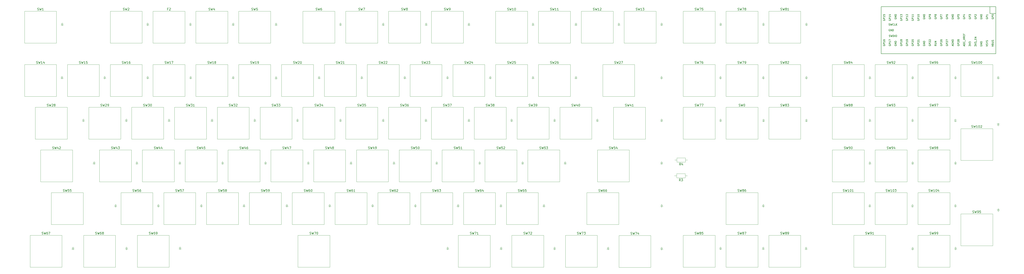
<source format=gbr>
%TF.GenerationSoftware,KiCad,Pcbnew,8.0.5*%
%TF.CreationDate,2025-05-24T12:52:23-04:00*%
%TF.ProjectId,Keyboard-Saturn,4b657962-6f61-4726-942d-53617475726e,rev?*%
%TF.SameCoordinates,Original*%
%TF.FileFunction,Legend,Top*%
%TF.FilePolarity,Positive*%
%FSLAX46Y46*%
G04 Gerber Fmt 4.6, Leading zero omitted, Abs format (unit mm)*
G04 Created by KiCad (PCBNEW 8.0.5) date 2025-05-24 12:52:23*
%MOMM*%
%LPD*%
G01*
G04 APERTURE LIST*
%ADD10C,0.150000*%
%ADD11C,0.100000*%
%ADD12C,0.120000*%
G04 APERTURE END LIST*
D10*
X29070476Y-73327200D02*
X29213333Y-73374819D01*
X29213333Y-73374819D02*
X29451428Y-73374819D01*
X29451428Y-73374819D02*
X29546666Y-73327200D01*
X29546666Y-73327200D02*
X29594285Y-73279580D01*
X29594285Y-73279580D02*
X29641904Y-73184342D01*
X29641904Y-73184342D02*
X29641904Y-73089104D01*
X29641904Y-73089104D02*
X29594285Y-72993866D01*
X29594285Y-72993866D02*
X29546666Y-72946247D01*
X29546666Y-72946247D02*
X29451428Y-72898628D01*
X29451428Y-72898628D02*
X29260952Y-72851009D01*
X29260952Y-72851009D02*
X29165714Y-72803390D01*
X29165714Y-72803390D02*
X29118095Y-72755771D01*
X29118095Y-72755771D02*
X29070476Y-72660533D01*
X29070476Y-72660533D02*
X29070476Y-72565295D01*
X29070476Y-72565295D02*
X29118095Y-72470057D01*
X29118095Y-72470057D02*
X29165714Y-72422438D01*
X29165714Y-72422438D02*
X29260952Y-72374819D01*
X29260952Y-72374819D02*
X29499047Y-72374819D01*
X29499047Y-72374819D02*
X29641904Y-72422438D01*
X29975238Y-72374819D02*
X30213333Y-73374819D01*
X30213333Y-73374819D02*
X30403809Y-72660533D01*
X30403809Y-72660533D02*
X30594285Y-73374819D01*
X30594285Y-73374819D02*
X30832381Y-72374819D01*
X31737142Y-73374819D02*
X31165714Y-73374819D01*
X31451428Y-73374819D02*
X31451428Y-72374819D01*
X31451428Y-72374819D02*
X31356190Y-72517676D01*
X31356190Y-72517676D02*
X31260952Y-72612914D01*
X31260952Y-72612914D02*
X31165714Y-72660533D01*
X32594285Y-72708152D02*
X32594285Y-73374819D01*
X32356190Y-72327200D02*
X32118095Y-73041485D01*
X32118095Y-73041485D02*
X32737142Y-73041485D01*
X114750476Y-92367200D02*
X114893333Y-92414819D01*
X114893333Y-92414819D02*
X115131428Y-92414819D01*
X115131428Y-92414819D02*
X115226666Y-92367200D01*
X115226666Y-92367200D02*
X115274285Y-92319580D01*
X115274285Y-92319580D02*
X115321904Y-92224342D01*
X115321904Y-92224342D02*
X115321904Y-92129104D01*
X115321904Y-92129104D02*
X115274285Y-92033866D01*
X115274285Y-92033866D02*
X115226666Y-91986247D01*
X115226666Y-91986247D02*
X115131428Y-91938628D01*
X115131428Y-91938628D02*
X114940952Y-91891009D01*
X114940952Y-91891009D02*
X114845714Y-91843390D01*
X114845714Y-91843390D02*
X114798095Y-91795771D01*
X114798095Y-91795771D02*
X114750476Y-91700533D01*
X114750476Y-91700533D02*
X114750476Y-91605295D01*
X114750476Y-91605295D02*
X114798095Y-91510057D01*
X114798095Y-91510057D02*
X114845714Y-91462438D01*
X114845714Y-91462438D02*
X114940952Y-91414819D01*
X114940952Y-91414819D02*
X115179047Y-91414819D01*
X115179047Y-91414819D02*
X115321904Y-91462438D01*
X115655238Y-91414819D02*
X115893333Y-92414819D01*
X115893333Y-92414819D02*
X116083809Y-91700533D01*
X116083809Y-91700533D02*
X116274285Y-92414819D01*
X116274285Y-92414819D02*
X116512381Y-91414819D01*
X116798095Y-91414819D02*
X117417142Y-91414819D01*
X117417142Y-91414819D02*
X117083809Y-91795771D01*
X117083809Y-91795771D02*
X117226666Y-91795771D01*
X117226666Y-91795771D02*
X117321904Y-91843390D01*
X117321904Y-91843390D02*
X117369523Y-91891009D01*
X117369523Y-91891009D02*
X117417142Y-91986247D01*
X117417142Y-91986247D02*
X117417142Y-92224342D01*
X117417142Y-92224342D02*
X117369523Y-92319580D01*
X117369523Y-92319580D02*
X117321904Y-92367200D01*
X117321904Y-92367200D02*
X117226666Y-92414819D01*
X117226666Y-92414819D02*
X116940952Y-92414819D01*
X116940952Y-92414819D02*
X116845714Y-92367200D01*
X116845714Y-92367200D02*
X116798095Y-92319580D01*
X117798095Y-91510057D02*
X117845714Y-91462438D01*
X117845714Y-91462438D02*
X117940952Y-91414819D01*
X117940952Y-91414819D02*
X118179047Y-91414819D01*
X118179047Y-91414819D02*
X118274285Y-91462438D01*
X118274285Y-91462438D02*
X118321904Y-91510057D01*
X118321904Y-91510057D02*
X118369523Y-91605295D01*
X118369523Y-91605295D02*
X118369523Y-91700533D01*
X118369523Y-91700533D02*
X118321904Y-91843390D01*
X118321904Y-91843390D02*
X117750476Y-92414819D01*
X117750476Y-92414819D02*
X118369523Y-92414819D01*
X341386667Y-92362200D02*
X341529524Y-92409819D01*
X341529524Y-92409819D02*
X341767619Y-92409819D01*
X341767619Y-92409819D02*
X341862857Y-92362200D01*
X341862857Y-92362200D02*
X341910476Y-92314580D01*
X341910476Y-92314580D02*
X341958095Y-92219342D01*
X341958095Y-92219342D02*
X341958095Y-92124104D01*
X341958095Y-92124104D02*
X341910476Y-92028866D01*
X341910476Y-92028866D02*
X341862857Y-91981247D01*
X341862857Y-91981247D02*
X341767619Y-91933628D01*
X341767619Y-91933628D02*
X341577143Y-91886009D01*
X341577143Y-91886009D02*
X341481905Y-91838390D01*
X341481905Y-91838390D02*
X341434286Y-91790771D01*
X341434286Y-91790771D02*
X341386667Y-91695533D01*
X341386667Y-91695533D02*
X341386667Y-91600295D01*
X341386667Y-91600295D02*
X341434286Y-91505057D01*
X341434286Y-91505057D02*
X341481905Y-91457438D01*
X341481905Y-91457438D02*
X341577143Y-91409819D01*
X341577143Y-91409819D02*
X341815238Y-91409819D01*
X341815238Y-91409819D02*
X341958095Y-91457438D01*
X342291429Y-91409819D02*
X342529524Y-92409819D01*
X342529524Y-92409819D02*
X342720000Y-91695533D01*
X342720000Y-91695533D02*
X342910476Y-92409819D01*
X342910476Y-92409819D02*
X343148572Y-91409819D01*
X343720000Y-91409819D02*
X343815238Y-91409819D01*
X343815238Y-91409819D02*
X343910476Y-91457438D01*
X343910476Y-91457438D02*
X343958095Y-91505057D01*
X343958095Y-91505057D02*
X344005714Y-91600295D01*
X344005714Y-91600295D02*
X344053333Y-91790771D01*
X344053333Y-91790771D02*
X344053333Y-92028866D01*
X344053333Y-92028866D02*
X344005714Y-92219342D01*
X344005714Y-92219342D02*
X343958095Y-92314580D01*
X343958095Y-92314580D02*
X343910476Y-92362200D01*
X343910476Y-92362200D02*
X343815238Y-92409819D01*
X343815238Y-92409819D02*
X343720000Y-92409819D01*
X343720000Y-92409819D02*
X343624762Y-92362200D01*
X343624762Y-92362200D02*
X343577143Y-92314580D01*
X343577143Y-92314580D02*
X343529524Y-92219342D01*
X343529524Y-92219342D02*
X343481905Y-92028866D01*
X343481905Y-92028866D02*
X343481905Y-91790771D01*
X343481905Y-91790771D02*
X343529524Y-91600295D01*
X343529524Y-91600295D02*
X343577143Y-91505057D01*
X343577143Y-91505057D02*
X343624762Y-91457438D01*
X343624762Y-91457438D02*
X343720000Y-91409819D01*
X293310476Y-149597200D02*
X293453333Y-149644819D01*
X293453333Y-149644819D02*
X293691428Y-149644819D01*
X293691428Y-149644819D02*
X293786666Y-149597200D01*
X293786666Y-149597200D02*
X293834285Y-149549580D01*
X293834285Y-149549580D02*
X293881904Y-149454342D01*
X293881904Y-149454342D02*
X293881904Y-149359104D01*
X293881904Y-149359104D02*
X293834285Y-149263866D01*
X293834285Y-149263866D02*
X293786666Y-149216247D01*
X293786666Y-149216247D02*
X293691428Y-149168628D01*
X293691428Y-149168628D02*
X293500952Y-149121009D01*
X293500952Y-149121009D02*
X293405714Y-149073390D01*
X293405714Y-149073390D02*
X293358095Y-149025771D01*
X293358095Y-149025771D02*
X293310476Y-148930533D01*
X293310476Y-148930533D02*
X293310476Y-148835295D01*
X293310476Y-148835295D02*
X293358095Y-148740057D01*
X293358095Y-148740057D02*
X293405714Y-148692438D01*
X293405714Y-148692438D02*
X293500952Y-148644819D01*
X293500952Y-148644819D02*
X293739047Y-148644819D01*
X293739047Y-148644819D02*
X293881904Y-148692438D01*
X294215238Y-148644819D02*
X294453333Y-149644819D01*
X294453333Y-149644819D02*
X294643809Y-148930533D01*
X294643809Y-148930533D02*
X294834285Y-149644819D01*
X294834285Y-149644819D02*
X295072381Y-148644819D01*
X295358095Y-148644819D02*
X296024761Y-148644819D01*
X296024761Y-148644819D02*
X295596190Y-149644819D01*
X296834285Y-148978152D02*
X296834285Y-149644819D01*
X296596190Y-148597200D02*
X296358095Y-149311485D01*
X296358095Y-149311485D02*
X296977142Y-149311485D01*
X205190476Y-130447200D02*
X205333333Y-130494819D01*
X205333333Y-130494819D02*
X205571428Y-130494819D01*
X205571428Y-130494819D02*
X205666666Y-130447200D01*
X205666666Y-130447200D02*
X205714285Y-130399580D01*
X205714285Y-130399580D02*
X205761904Y-130304342D01*
X205761904Y-130304342D02*
X205761904Y-130209104D01*
X205761904Y-130209104D02*
X205714285Y-130113866D01*
X205714285Y-130113866D02*
X205666666Y-130066247D01*
X205666666Y-130066247D02*
X205571428Y-130018628D01*
X205571428Y-130018628D02*
X205380952Y-129971009D01*
X205380952Y-129971009D02*
X205285714Y-129923390D01*
X205285714Y-129923390D02*
X205238095Y-129875771D01*
X205238095Y-129875771D02*
X205190476Y-129780533D01*
X205190476Y-129780533D02*
X205190476Y-129685295D01*
X205190476Y-129685295D02*
X205238095Y-129590057D01*
X205238095Y-129590057D02*
X205285714Y-129542438D01*
X205285714Y-129542438D02*
X205380952Y-129494819D01*
X205380952Y-129494819D02*
X205619047Y-129494819D01*
X205619047Y-129494819D02*
X205761904Y-129542438D01*
X206095238Y-129494819D02*
X206333333Y-130494819D01*
X206333333Y-130494819D02*
X206523809Y-129780533D01*
X206523809Y-129780533D02*
X206714285Y-130494819D01*
X206714285Y-130494819D02*
X206952381Y-129494819D01*
X207761904Y-129494819D02*
X207571428Y-129494819D01*
X207571428Y-129494819D02*
X207476190Y-129542438D01*
X207476190Y-129542438D02*
X207428571Y-129590057D01*
X207428571Y-129590057D02*
X207333333Y-129732914D01*
X207333333Y-129732914D02*
X207285714Y-129923390D01*
X207285714Y-129923390D02*
X207285714Y-130304342D01*
X207285714Y-130304342D02*
X207333333Y-130399580D01*
X207333333Y-130399580D02*
X207380952Y-130447200D01*
X207380952Y-130447200D02*
X207476190Y-130494819D01*
X207476190Y-130494819D02*
X207666666Y-130494819D01*
X207666666Y-130494819D02*
X207761904Y-130447200D01*
X207761904Y-130447200D02*
X207809523Y-130399580D01*
X207809523Y-130399580D02*
X207857142Y-130304342D01*
X207857142Y-130304342D02*
X207857142Y-130066247D01*
X207857142Y-130066247D02*
X207809523Y-129971009D01*
X207809523Y-129971009D02*
X207761904Y-129923390D01*
X207761904Y-129923390D02*
X207666666Y-129875771D01*
X207666666Y-129875771D02*
X207476190Y-129875771D01*
X207476190Y-129875771D02*
X207380952Y-129923390D01*
X207380952Y-129923390D02*
X207333333Y-129971009D01*
X207333333Y-129971009D02*
X207285714Y-130066247D01*
X208190476Y-129494819D02*
X208809523Y-129494819D01*
X208809523Y-129494819D02*
X208476190Y-129875771D01*
X208476190Y-129875771D02*
X208619047Y-129875771D01*
X208619047Y-129875771D02*
X208714285Y-129923390D01*
X208714285Y-129923390D02*
X208761904Y-129971009D01*
X208761904Y-129971009D02*
X208809523Y-130066247D01*
X208809523Y-130066247D02*
X208809523Y-130304342D01*
X208809523Y-130304342D02*
X208761904Y-130399580D01*
X208761904Y-130399580D02*
X208714285Y-130447200D01*
X208714285Y-130447200D02*
X208619047Y-130494819D01*
X208619047Y-130494819D02*
X208333333Y-130494819D01*
X208333333Y-130494819D02*
X208238095Y-130447200D01*
X208238095Y-130447200D02*
X208190476Y-130399580D01*
X119510476Y-111407200D02*
X119653333Y-111454819D01*
X119653333Y-111454819D02*
X119891428Y-111454819D01*
X119891428Y-111454819D02*
X119986666Y-111407200D01*
X119986666Y-111407200D02*
X120034285Y-111359580D01*
X120034285Y-111359580D02*
X120081904Y-111264342D01*
X120081904Y-111264342D02*
X120081904Y-111169104D01*
X120081904Y-111169104D02*
X120034285Y-111073866D01*
X120034285Y-111073866D02*
X119986666Y-111026247D01*
X119986666Y-111026247D02*
X119891428Y-110978628D01*
X119891428Y-110978628D02*
X119700952Y-110931009D01*
X119700952Y-110931009D02*
X119605714Y-110883390D01*
X119605714Y-110883390D02*
X119558095Y-110835771D01*
X119558095Y-110835771D02*
X119510476Y-110740533D01*
X119510476Y-110740533D02*
X119510476Y-110645295D01*
X119510476Y-110645295D02*
X119558095Y-110550057D01*
X119558095Y-110550057D02*
X119605714Y-110502438D01*
X119605714Y-110502438D02*
X119700952Y-110454819D01*
X119700952Y-110454819D02*
X119939047Y-110454819D01*
X119939047Y-110454819D02*
X120081904Y-110502438D01*
X120415238Y-110454819D02*
X120653333Y-111454819D01*
X120653333Y-111454819D02*
X120843809Y-110740533D01*
X120843809Y-110740533D02*
X121034285Y-111454819D01*
X121034285Y-111454819D02*
X121272381Y-110454819D01*
X122081904Y-110788152D02*
X122081904Y-111454819D01*
X121843809Y-110407200D02*
X121605714Y-111121485D01*
X121605714Y-111121485D02*
X122224761Y-111121485D01*
X123034285Y-110454819D02*
X122843809Y-110454819D01*
X122843809Y-110454819D02*
X122748571Y-110502438D01*
X122748571Y-110502438D02*
X122700952Y-110550057D01*
X122700952Y-110550057D02*
X122605714Y-110692914D01*
X122605714Y-110692914D02*
X122558095Y-110883390D01*
X122558095Y-110883390D02*
X122558095Y-111264342D01*
X122558095Y-111264342D02*
X122605714Y-111359580D01*
X122605714Y-111359580D02*
X122653333Y-111407200D01*
X122653333Y-111407200D02*
X122748571Y-111454819D01*
X122748571Y-111454819D02*
X122939047Y-111454819D01*
X122939047Y-111454819D02*
X123034285Y-111407200D01*
X123034285Y-111407200D02*
X123081904Y-111359580D01*
X123081904Y-111359580D02*
X123129523Y-111264342D01*
X123129523Y-111264342D02*
X123129523Y-111026247D01*
X123129523Y-111026247D02*
X123081904Y-110931009D01*
X123081904Y-110931009D02*
X123034285Y-110883390D01*
X123034285Y-110883390D02*
X122939047Y-110835771D01*
X122939047Y-110835771D02*
X122748571Y-110835771D01*
X122748571Y-110835771D02*
X122653333Y-110883390D01*
X122653333Y-110883390D02*
X122605714Y-110931009D01*
X122605714Y-110931009D02*
X122558095Y-111026247D01*
X62390476Y-111407200D02*
X62533333Y-111454819D01*
X62533333Y-111454819D02*
X62771428Y-111454819D01*
X62771428Y-111454819D02*
X62866666Y-111407200D01*
X62866666Y-111407200D02*
X62914285Y-111359580D01*
X62914285Y-111359580D02*
X62961904Y-111264342D01*
X62961904Y-111264342D02*
X62961904Y-111169104D01*
X62961904Y-111169104D02*
X62914285Y-111073866D01*
X62914285Y-111073866D02*
X62866666Y-111026247D01*
X62866666Y-111026247D02*
X62771428Y-110978628D01*
X62771428Y-110978628D02*
X62580952Y-110931009D01*
X62580952Y-110931009D02*
X62485714Y-110883390D01*
X62485714Y-110883390D02*
X62438095Y-110835771D01*
X62438095Y-110835771D02*
X62390476Y-110740533D01*
X62390476Y-110740533D02*
X62390476Y-110645295D01*
X62390476Y-110645295D02*
X62438095Y-110550057D01*
X62438095Y-110550057D02*
X62485714Y-110502438D01*
X62485714Y-110502438D02*
X62580952Y-110454819D01*
X62580952Y-110454819D02*
X62819047Y-110454819D01*
X62819047Y-110454819D02*
X62961904Y-110502438D01*
X63295238Y-110454819D02*
X63533333Y-111454819D01*
X63533333Y-111454819D02*
X63723809Y-110740533D01*
X63723809Y-110740533D02*
X63914285Y-111454819D01*
X63914285Y-111454819D02*
X64152381Y-110454819D01*
X64961904Y-110788152D02*
X64961904Y-111454819D01*
X64723809Y-110407200D02*
X64485714Y-111121485D01*
X64485714Y-111121485D02*
X65104761Y-111121485D01*
X65390476Y-110454819D02*
X66009523Y-110454819D01*
X66009523Y-110454819D02*
X65676190Y-110835771D01*
X65676190Y-110835771D02*
X65819047Y-110835771D01*
X65819047Y-110835771D02*
X65914285Y-110883390D01*
X65914285Y-110883390D02*
X65961904Y-110931009D01*
X65961904Y-110931009D02*
X66009523Y-111026247D01*
X66009523Y-111026247D02*
X66009523Y-111264342D01*
X66009523Y-111264342D02*
X65961904Y-111359580D01*
X65961904Y-111359580D02*
X65914285Y-111407200D01*
X65914285Y-111407200D02*
X65819047Y-111454819D01*
X65819047Y-111454819D02*
X65533333Y-111454819D01*
X65533333Y-111454819D02*
X65438095Y-111407200D01*
X65438095Y-111407200D02*
X65390476Y-111359580D01*
X172346667Y-49527200D02*
X172489524Y-49574819D01*
X172489524Y-49574819D02*
X172727619Y-49574819D01*
X172727619Y-49574819D02*
X172822857Y-49527200D01*
X172822857Y-49527200D02*
X172870476Y-49479580D01*
X172870476Y-49479580D02*
X172918095Y-49384342D01*
X172918095Y-49384342D02*
X172918095Y-49289104D01*
X172918095Y-49289104D02*
X172870476Y-49193866D01*
X172870476Y-49193866D02*
X172822857Y-49146247D01*
X172822857Y-49146247D02*
X172727619Y-49098628D01*
X172727619Y-49098628D02*
X172537143Y-49051009D01*
X172537143Y-49051009D02*
X172441905Y-49003390D01*
X172441905Y-49003390D02*
X172394286Y-48955771D01*
X172394286Y-48955771D02*
X172346667Y-48860533D01*
X172346667Y-48860533D02*
X172346667Y-48765295D01*
X172346667Y-48765295D02*
X172394286Y-48670057D01*
X172394286Y-48670057D02*
X172441905Y-48622438D01*
X172441905Y-48622438D02*
X172537143Y-48574819D01*
X172537143Y-48574819D02*
X172775238Y-48574819D01*
X172775238Y-48574819D02*
X172918095Y-48622438D01*
X173251429Y-48574819D02*
X173489524Y-49574819D01*
X173489524Y-49574819D02*
X173680000Y-48860533D01*
X173680000Y-48860533D02*
X173870476Y-49574819D01*
X173870476Y-49574819D02*
X174108572Y-48574819D01*
X174394286Y-48574819D02*
X175060952Y-48574819D01*
X175060952Y-48574819D02*
X174632381Y-49574819D01*
X359950476Y-73322200D02*
X360093333Y-73369819D01*
X360093333Y-73369819D02*
X360331428Y-73369819D01*
X360331428Y-73369819D02*
X360426666Y-73322200D01*
X360426666Y-73322200D02*
X360474285Y-73274580D01*
X360474285Y-73274580D02*
X360521904Y-73179342D01*
X360521904Y-73179342D02*
X360521904Y-73084104D01*
X360521904Y-73084104D02*
X360474285Y-72988866D01*
X360474285Y-72988866D02*
X360426666Y-72941247D01*
X360426666Y-72941247D02*
X360331428Y-72893628D01*
X360331428Y-72893628D02*
X360140952Y-72846009D01*
X360140952Y-72846009D02*
X360045714Y-72798390D01*
X360045714Y-72798390D02*
X359998095Y-72750771D01*
X359998095Y-72750771D02*
X359950476Y-72655533D01*
X359950476Y-72655533D02*
X359950476Y-72560295D01*
X359950476Y-72560295D02*
X359998095Y-72465057D01*
X359998095Y-72465057D02*
X360045714Y-72417438D01*
X360045714Y-72417438D02*
X360140952Y-72369819D01*
X360140952Y-72369819D02*
X360379047Y-72369819D01*
X360379047Y-72369819D02*
X360521904Y-72417438D01*
X360855238Y-72369819D02*
X361093333Y-73369819D01*
X361093333Y-73369819D02*
X361283809Y-72655533D01*
X361283809Y-72655533D02*
X361474285Y-73369819D01*
X361474285Y-73369819D02*
X361712381Y-72369819D01*
X362236190Y-72798390D02*
X362140952Y-72750771D01*
X362140952Y-72750771D02*
X362093333Y-72703152D01*
X362093333Y-72703152D02*
X362045714Y-72607914D01*
X362045714Y-72607914D02*
X362045714Y-72560295D01*
X362045714Y-72560295D02*
X362093333Y-72465057D01*
X362093333Y-72465057D02*
X362140952Y-72417438D01*
X362140952Y-72417438D02*
X362236190Y-72369819D01*
X362236190Y-72369819D02*
X362426666Y-72369819D01*
X362426666Y-72369819D02*
X362521904Y-72417438D01*
X362521904Y-72417438D02*
X362569523Y-72465057D01*
X362569523Y-72465057D02*
X362617142Y-72560295D01*
X362617142Y-72560295D02*
X362617142Y-72607914D01*
X362617142Y-72607914D02*
X362569523Y-72703152D01*
X362569523Y-72703152D02*
X362521904Y-72750771D01*
X362521904Y-72750771D02*
X362426666Y-72798390D01*
X362426666Y-72798390D02*
X362236190Y-72798390D01*
X362236190Y-72798390D02*
X362140952Y-72846009D01*
X362140952Y-72846009D02*
X362093333Y-72893628D01*
X362093333Y-72893628D02*
X362045714Y-72988866D01*
X362045714Y-72988866D02*
X362045714Y-73179342D01*
X362045714Y-73179342D02*
X362093333Y-73274580D01*
X362093333Y-73274580D02*
X362140952Y-73322200D01*
X362140952Y-73322200D02*
X362236190Y-73369819D01*
X362236190Y-73369819D02*
X362426666Y-73369819D01*
X362426666Y-73369819D02*
X362521904Y-73322200D01*
X362521904Y-73322200D02*
X362569523Y-73274580D01*
X362569523Y-73274580D02*
X362617142Y-73179342D01*
X362617142Y-73179342D02*
X362617142Y-72988866D01*
X362617142Y-72988866D02*
X362569523Y-72893628D01*
X362569523Y-72893628D02*
X362521904Y-72846009D01*
X362521904Y-72846009D02*
X362426666Y-72798390D01*
X362998095Y-72465057D02*
X363045714Y-72417438D01*
X363045714Y-72417438D02*
X363140952Y-72369819D01*
X363140952Y-72369819D02*
X363379047Y-72369819D01*
X363379047Y-72369819D02*
X363474285Y-72417438D01*
X363474285Y-72417438D02*
X363521904Y-72465057D01*
X363521904Y-72465057D02*
X363569523Y-72560295D01*
X363569523Y-72560295D02*
X363569523Y-72655533D01*
X363569523Y-72655533D02*
X363521904Y-72798390D01*
X363521904Y-72798390D02*
X362950476Y-73369819D01*
X362950476Y-73369819D02*
X363569523Y-73369819D01*
X224230476Y-130447200D02*
X224373333Y-130494819D01*
X224373333Y-130494819D02*
X224611428Y-130494819D01*
X224611428Y-130494819D02*
X224706666Y-130447200D01*
X224706666Y-130447200D02*
X224754285Y-130399580D01*
X224754285Y-130399580D02*
X224801904Y-130304342D01*
X224801904Y-130304342D02*
X224801904Y-130209104D01*
X224801904Y-130209104D02*
X224754285Y-130113866D01*
X224754285Y-130113866D02*
X224706666Y-130066247D01*
X224706666Y-130066247D02*
X224611428Y-130018628D01*
X224611428Y-130018628D02*
X224420952Y-129971009D01*
X224420952Y-129971009D02*
X224325714Y-129923390D01*
X224325714Y-129923390D02*
X224278095Y-129875771D01*
X224278095Y-129875771D02*
X224230476Y-129780533D01*
X224230476Y-129780533D02*
X224230476Y-129685295D01*
X224230476Y-129685295D02*
X224278095Y-129590057D01*
X224278095Y-129590057D02*
X224325714Y-129542438D01*
X224325714Y-129542438D02*
X224420952Y-129494819D01*
X224420952Y-129494819D02*
X224659047Y-129494819D01*
X224659047Y-129494819D02*
X224801904Y-129542438D01*
X225135238Y-129494819D02*
X225373333Y-130494819D01*
X225373333Y-130494819D02*
X225563809Y-129780533D01*
X225563809Y-129780533D02*
X225754285Y-130494819D01*
X225754285Y-130494819D02*
X225992381Y-129494819D01*
X226801904Y-129494819D02*
X226611428Y-129494819D01*
X226611428Y-129494819D02*
X226516190Y-129542438D01*
X226516190Y-129542438D02*
X226468571Y-129590057D01*
X226468571Y-129590057D02*
X226373333Y-129732914D01*
X226373333Y-129732914D02*
X226325714Y-129923390D01*
X226325714Y-129923390D02*
X226325714Y-130304342D01*
X226325714Y-130304342D02*
X226373333Y-130399580D01*
X226373333Y-130399580D02*
X226420952Y-130447200D01*
X226420952Y-130447200D02*
X226516190Y-130494819D01*
X226516190Y-130494819D02*
X226706666Y-130494819D01*
X226706666Y-130494819D02*
X226801904Y-130447200D01*
X226801904Y-130447200D02*
X226849523Y-130399580D01*
X226849523Y-130399580D02*
X226897142Y-130304342D01*
X226897142Y-130304342D02*
X226897142Y-130066247D01*
X226897142Y-130066247D02*
X226849523Y-129971009D01*
X226849523Y-129971009D02*
X226801904Y-129923390D01*
X226801904Y-129923390D02*
X226706666Y-129875771D01*
X226706666Y-129875771D02*
X226516190Y-129875771D01*
X226516190Y-129875771D02*
X226420952Y-129923390D01*
X226420952Y-129923390D02*
X226373333Y-129971009D01*
X226373333Y-129971009D02*
X226325714Y-130066247D01*
X227754285Y-129828152D02*
X227754285Y-130494819D01*
X227516190Y-129447200D02*
X227278095Y-130161485D01*
X227278095Y-130161485D02*
X227897142Y-130161485D01*
X340910476Y-49522200D02*
X341053333Y-49569819D01*
X341053333Y-49569819D02*
X341291428Y-49569819D01*
X341291428Y-49569819D02*
X341386666Y-49522200D01*
X341386666Y-49522200D02*
X341434285Y-49474580D01*
X341434285Y-49474580D02*
X341481904Y-49379342D01*
X341481904Y-49379342D02*
X341481904Y-49284104D01*
X341481904Y-49284104D02*
X341434285Y-49188866D01*
X341434285Y-49188866D02*
X341386666Y-49141247D01*
X341386666Y-49141247D02*
X341291428Y-49093628D01*
X341291428Y-49093628D02*
X341100952Y-49046009D01*
X341100952Y-49046009D02*
X341005714Y-48998390D01*
X341005714Y-48998390D02*
X340958095Y-48950771D01*
X340958095Y-48950771D02*
X340910476Y-48855533D01*
X340910476Y-48855533D02*
X340910476Y-48760295D01*
X340910476Y-48760295D02*
X340958095Y-48665057D01*
X340958095Y-48665057D02*
X341005714Y-48617438D01*
X341005714Y-48617438D02*
X341100952Y-48569819D01*
X341100952Y-48569819D02*
X341339047Y-48569819D01*
X341339047Y-48569819D02*
X341481904Y-48617438D01*
X341815238Y-48569819D02*
X342053333Y-49569819D01*
X342053333Y-49569819D02*
X342243809Y-48855533D01*
X342243809Y-48855533D02*
X342434285Y-49569819D01*
X342434285Y-49569819D02*
X342672381Y-48569819D01*
X342958095Y-48569819D02*
X343624761Y-48569819D01*
X343624761Y-48569819D02*
X343196190Y-49569819D01*
X344148571Y-48998390D02*
X344053333Y-48950771D01*
X344053333Y-48950771D02*
X344005714Y-48903152D01*
X344005714Y-48903152D02*
X343958095Y-48807914D01*
X343958095Y-48807914D02*
X343958095Y-48760295D01*
X343958095Y-48760295D02*
X344005714Y-48665057D01*
X344005714Y-48665057D02*
X344053333Y-48617438D01*
X344053333Y-48617438D02*
X344148571Y-48569819D01*
X344148571Y-48569819D02*
X344339047Y-48569819D01*
X344339047Y-48569819D02*
X344434285Y-48617438D01*
X344434285Y-48617438D02*
X344481904Y-48665057D01*
X344481904Y-48665057D02*
X344529523Y-48760295D01*
X344529523Y-48760295D02*
X344529523Y-48807914D01*
X344529523Y-48807914D02*
X344481904Y-48903152D01*
X344481904Y-48903152D02*
X344434285Y-48950771D01*
X344434285Y-48950771D02*
X344339047Y-48998390D01*
X344339047Y-48998390D02*
X344148571Y-48998390D01*
X344148571Y-48998390D02*
X344053333Y-49046009D01*
X344053333Y-49046009D02*
X344005714Y-49093628D01*
X344005714Y-49093628D02*
X343958095Y-49188866D01*
X343958095Y-49188866D02*
X343958095Y-49379342D01*
X343958095Y-49379342D02*
X344005714Y-49474580D01*
X344005714Y-49474580D02*
X344053333Y-49522200D01*
X344053333Y-49522200D02*
X344148571Y-49569819D01*
X344148571Y-49569819D02*
X344339047Y-49569819D01*
X344339047Y-49569819D02*
X344434285Y-49522200D01*
X344434285Y-49522200D02*
X344481904Y-49474580D01*
X344481904Y-49474580D02*
X344529523Y-49379342D01*
X344529523Y-49379342D02*
X344529523Y-49188866D01*
X344529523Y-49188866D02*
X344481904Y-49093628D01*
X344481904Y-49093628D02*
X344434285Y-49046009D01*
X344434285Y-49046009D02*
X344339047Y-48998390D01*
X388190476Y-73322200D02*
X388333333Y-73369819D01*
X388333333Y-73369819D02*
X388571428Y-73369819D01*
X388571428Y-73369819D02*
X388666666Y-73322200D01*
X388666666Y-73322200D02*
X388714285Y-73274580D01*
X388714285Y-73274580D02*
X388761904Y-73179342D01*
X388761904Y-73179342D02*
X388761904Y-73084104D01*
X388761904Y-73084104D02*
X388714285Y-72988866D01*
X388714285Y-72988866D02*
X388666666Y-72941247D01*
X388666666Y-72941247D02*
X388571428Y-72893628D01*
X388571428Y-72893628D02*
X388380952Y-72846009D01*
X388380952Y-72846009D02*
X388285714Y-72798390D01*
X388285714Y-72798390D02*
X388238095Y-72750771D01*
X388238095Y-72750771D02*
X388190476Y-72655533D01*
X388190476Y-72655533D02*
X388190476Y-72560295D01*
X388190476Y-72560295D02*
X388238095Y-72465057D01*
X388238095Y-72465057D02*
X388285714Y-72417438D01*
X388285714Y-72417438D02*
X388380952Y-72369819D01*
X388380952Y-72369819D02*
X388619047Y-72369819D01*
X388619047Y-72369819D02*
X388761904Y-72417438D01*
X389095238Y-72369819D02*
X389333333Y-73369819D01*
X389333333Y-73369819D02*
X389523809Y-72655533D01*
X389523809Y-72655533D02*
X389714285Y-73369819D01*
X389714285Y-73369819D02*
X389952381Y-72369819D01*
X390476190Y-72798390D02*
X390380952Y-72750771D01*
X390380952Y-72750771D02*
X390333333Y-72703152D01*
X390333333Y-72703152D02*
X390285714Y-72607914D01*
X390285714Y-72607914D02*
X390285714Y-72560295D01*
X390285714Y-72560295D02*
X390333333Y-72465057D01*
X390333333Y-72465057D02*
X390380952Y-72417438D01*
X390380952Y-72417438D02*
X390476190Y-72369819D01*
X390476190Y-72369819D02*
X390666666Y-72369819D01*
X390666666Y-72369819D02*
X390761904Y-72417438D01*
X390761904Y-72417438D02*
X390809523Y-72465057D01*
X390809523Y-72465057D02*
X390857142Y-72560295D01*
X390857142Y-72560295D02*
X390857142Y-72607914D01*
X390857142Y-72607914D02*
X390809523Y-72703152D01*
X390809523Y-72703152D02*
X390761904Y-72750771D01*
X390761904Y-72750771D02*
X390666666Y-72798390D01*
X390666666Y-72798390D02*
X390476190Y-72798390D01*
X390476190Y-72798390D02*
X390380952Y-72846009D01*
X390380952Y-72846009D02*
X390333333Y-72893628D01*
X390333333Y-72893628D02*
X390285714Y-72988866D01*
X390285714Y-72988866D02*
X390285714Y-73179342D01*
X390285714Y-73179342D02*
X390333333Y-73274580D01*
X390333333Y-73274580D02*
X390380952Y-73322200D01*
X390380952Y-73322200D02*
X390476190Y-73369819D01*
X390476190Y-73369819D02*
X390666666Y-73369819D01*
X390666666Y-73369819D02*
X390761904Y-73322200D01*
X390761904Y-73322200D02*
X390809523Y-73274580D01*
X390809523Y-73274580D02*
X390857142Y-73179342D01*
X390857142Y-73179342D02*
X390857142Y-72988866D01*
X390857142Y-72988866D02*
X390809523Y-72893628D01*
X390809523Y-72893628D02*
X390761904Y-72846009D01*
X390761904Y-72846009D02*
X390666666Y-72798390D01*
X391714285Y-72703152D02*
X391714285Y-73369819D01*
X391476190Y-72322200D02*
X391238095Y-73036485D01*
X391238095Y-73036485D02*
X391857142Y-73036485D01*
X426270476Y-92362200D02*
X426413333Y-92409819D01*
X426413333Y-92409819D02*
X426651428Y-92409819D01*
X426651428Y-92409819D02*
X426746666Y-92362200D01*
X426746666Y-92362200D02*
X426794285Y-92314580D01*
X426794285Y-92314580D02*
X426841904Y-92219342D01*
X426841904Y-92219342D02*
X426841904Y-92124104D01*
X426841904Y-92124104D02*
X426794285Y-92028866D01*
X426794285Y-92028866D02*
X426746666Y-91981247D01*
X426746666Y-91981247D02*
X426651428Y-91933628D01*
X426651428Y-91933628D02*
X426460952Y-91886009D01*
X426460952Y-91886009D02*
X426365714Y-91838390D01*
X426365714Y-91838390D02*
X426318095Y-91790771D01*
X426318095Y-91790771D02*
X426270476Y-91695533D01*
X426270476Y-91695533D02*
X426270476Y-91600295D01*
X426270476Y-91600295D02*
X426318095Y-91505057D01*
X426318095Y-91505057D02*
X426365714Y-91457438D01*
X426365714Y-91457438D02*
X426460952Y-91409819D01*
X426460952Y-91409819D02*
X426699047Y-91409819D01*
X426699047Y-91409819D02*
X426841904Y-91457438D01*
X427175238Y-91409819D02*
X427413333Y-92409819D01*
X427413333Y-92409819D02*
X427603809Y-91695533D01*
X427603809Y-91695533D02*
X427794285Y-92409819D01*
X427794285Y-92409819D02*
X428032381Y-91409819D01*
X428460952Y-92409819D02*
X428651428Y-92409819D01*
X428651428Y-92409819D02*
X428746666Y-92362200D01*
X428746666Y-92362200D02*
X428794285Y-92314580D01*
X428794285Y-92314580D02*
X428889523Y-92171723D01*
X428889523Y-92171723D02*
X428937142Y-91981247D01*
X428937142Y-91981247D02*
X428937142Y-91600295D01*
X428937142Y-91600295D02*
X428889523Y-91505057D01*
X428889523Y-91505057D02*
X428841904Y-91457438D01*
X428841904Y-91457438D02*
X428746666Y-91409819D01*
X428746666Y-91409819D02*
X428556190Y-91409819D01*
X428556190Y-91409819D02*
X428460952Y-91457438D01*
X428460952Y-91457438D02*
X428413333Y-91505057D01*
X428413333Y-91505057D02*
X428365714Y-91600295D01*
X428365714Y-91600295D02*
X428365714Y-91838390D01*
X428365714Y-91838390D02*
X428413333Y-91933628D01*
X428413333Y-91933628D02*
X428460952Y-91981247D01*
X428460952Y-91981247D02*
X428556190Y-92028866D01*
X428556190Y-92028866D02*
X428746666Y-92028866D01*
X428746666Y-92028866D02*
X428841904Y-91981247D01*
X428841904Y-91981247D02*
X428889523Y-91933628D01*
X428889523Y-91933628D02*
X428937142Y-91838390D01*
X429270476Y-91409819D02*
X429937142Y-91409819D01*
X429937142Y-91409819D02*
X429508571Y-92409819D01*
X191386667Y-49527200D02*
X191529524Y-49574819D01*
X191529524Y-49574819D02*
X191767619Y-49574819D01*
X191767619Y-49574819D02*
X191862857Y-49527200D01*
X191862857Y-49527200D02*
X191910476Y-49479580D01*
X191910476Y-49479580D02*
X191958095Y-49384342D01*
X191958095Y-49384342D02*
X191958095Y-49289104D01*
X191958095Y-49289104D02*
X191910476Y-49193866D01*
X191910476Y-49193866D02*
X191862857Y-49146247D01*
X191862857Y-49146247D02*
X191767619Y-49098628D01*
X191767619Y-49098628D02*
X191577143Y-49051009D01*
X191577143Y-49051009D02*
X191481905Y-49003390D01*
X191481905Y-49003390D02*
X191434286Y-48955771D01*
X191434286Y-48955771D02*
X191386667Y-48860533D01*
X191386667Y-48860533D02*
X191386667Y-48765295D01*
X191386667Y-48765295D02*
X191434286Y-48670057D01*
X191434286Y-48670057D02*
X191481905Y-48622438D01*
X191481905Y-48622438D02*
X191577143Y-48574819D01*
X191577143Y-48574819D02*
X191815238Y-48574819D01*
X191815238Y-48574819D02*
X191958095Y-48622438D01*
X192291429Y-48574819D02*
X192529524Y-49574819D01*
X192529524Y-49574819D02*
X192720000Y-48860533D01*
X192720000Y-48860533D02*
X192910476Y-49574819D01*
X192910476Y-49574819D02*
X193148572Y-48574819D01*
X193672381Y-49003390D02*
X193577143Y-48955771D01*
X193577143Y-48955771D02*
X193529524Y-48908152D01*
X193529524Y-48908152D02*
X193481905Y-48812914D01*
X193481905Y-48812914D02*
X193481905Y-48765295D01*
X193481905Y-48765295D02*
X193529524Y-48670057D01*
X193529524Y-48670057D02*
X193577143Y-48622438D01*
X193577143Y-48622438D02*
X193672381Y-48574819D01*
X193672381Y-48574819D02*
X193862857Y-48574819D01*
X193862857Y-48574819D02*
X193958095Y-48622438D01*
X193958095Y-48622438D02*
X194005714Y-48670057D01*
X194005714Y-48670057D02*
X194053333Y-48765295D01*
X194053333Y-48765295D02*
X194053333Y-48812914D01*
X194053333Y-48812914D02*
X194005714Y-48908152D01*
X194005714Y-48908152D02*
X193958095Y-48955771D01*
X193958095Y-48955771D02*
X193862857Y-49003390D01*
X193862857Y-49003390D02*
X193672381Y-49003390D01*
X193672381Y-49003390D02*
X193577143Y-49051009D01*
X193577143Y-49051009D02*
X193529524Y-49098628D01*
X193529524Y-49098628D02*
X193481905Y-49193866D01*
X193481905Y-49193866D02*
X193481905Y-49384342D01*
X193481905Y-49384342D02*
X193529524Y-49479580D01*
X193529524Y-49479580D02*
X193577143Y-49527200D01*
X193577143Y-49527200D02*
X193672381Y-49574819D01*
X193672381Y-49574819D02*
X193862857Y-49574819D01*
X193862857Y-49574819D02*
X193958095Y-49527200D01*
X193958095Y-49527200D02*
X194005714Y-49479580D01*
X194005714Y-49479580D02*
X194053333Y-49384342D01*
X194053333Y-49384342D02*
X194053333Y-49193866D01*
X194053333Y-49193866D02*
X194005714Y-49098628D01*
X194005714Y-49098628D02*
X193958095Y-49051009D01*
X193958095Y-49051009D02*
X193862857Y-49003390D01*
X129030476Y-130447200D02*
X129173333Y-130494819D01*
X129173333Y-130494819D02*
X129411428Y-130494819D01*
X129411428Y-130494819D02*
X129506666Y-130447200D01*
X129506666Y-130447200D02*
X129554285Y-130399580D01*
X129554285Y-130399580D02*
X129601904Y-130304342D01*
X129601904Y-130304342D02*
X129601904Y-130209104D01*
X129601904Y-130209104D02*
X129554285Y-130113866D01*
X129554285Y-130113866D02*
X129506666Y-130066247D01*
X129506666Y-130066247D02*
X129411428Y-130018628D01*
X129411428Y-130018628D02*
X129220952Y-129971009D01*
X129220952Y-129971009D02*
X129125714Y-129923390D01*
X129125714Y-129923390D02*
X129078095Y-129875771D01*
X129078095Y-129875771D02*
X129030476Y-129780533D01*
X129030476Y-129780533D02*
X129030476Y-129685295D01*
X129030476Y-129685295D02*
X129078095Y-129590057D01*
X129078095Y-129590057D02*
X129125714Y-129542438D01*
X129125714Y-129542438D02*
X129220952Y-129494819D01*
X129220952Y-129494819D02*
X129459047Y-129494819D01*
X129459047Y-129494819D02*
X129601904Y-129542438D01*
X129935238Y-129494819D02*
X130173333Y-130494819D01*
X130173333Y-130494819D02*
X130363809Y-129780533D01*
X130363809Y-129780533D02*
X130554285Y-130494819D01*
X130554285Y-130494819D02*
X130792381Y-129494819D01*
X131649523Y-129494819D02*
X131173333Y-129494819D01*
X131173333Y-129494819D02*
X131125714Y-129971009D01*
X131125714Y-129971009D02*
X131173333Y-129923390D01*
X131173333Y-129923390D02*
X131268571Y-129875771D01*
X131268571Y-129875771D02*
X131506666Y-129875771D01*
X131506666Y-129875771D02*
X131601904Y-129923390D01*
X131601904Y-129923390D02*
X131649523Y-129971009D01*
X131649523Y-129971009D02*
X131697142Y-130066247D01*
X131697142Y-130066247D02*
X131697142Y-130304342D01*
X131697142Y-130304342D02*
X131649523Y-130399580D01*
X131649523Y-130399580D02*
X131601904Y-130447200D01*
X131601904Y-130447200D02*
X131506666Y-130494819D01*
X131506666Y-130494819D02*
X131268571Y-130494819D01*
X131268571Y-130494819D02*
X131173333Y-130447200D01*
X131173333Y-130447200D02*
X131125714Y-130399580D01*
X132173333Y-130494819D02*
X132363809Y-130494819D01*
X132363809Y-130494819D02*
X132459047Y-130447200D01*
X132459047Y-130447200D02*
X132506666Y-130399580D01*
X132506666Y-130399580D02*
X132601904Y-130256723D01*
X132601904Y-130256723D02*
X132649523Y-130066247D01*
X132649523Y-130066247D02*
X132649523Y-129685295D01*
X132649523Y-129685295D02*
X132601904Y-129590057D01*
X132601904Y-129590057D02*
X132554285Y-129542438D01*
X132554285Y-129542438D02*
X132459047Y-129494819D01*
X132459047Y-129494819D02*
X132268571Y-129494819D01*
X132268571Y-129494819D02*
X132173333Y-129542438D01*
X132173333Y-129542438D02*
X132125714Y-129590057D01*
X132125714Y-129590057D02*
X132078095Y-129685295D01*
X132078095Y-129685295D02*
X132078095Y-129923390D01*
X132078095Y-129923390D02*
X132125714Y-130018628D01*
X132125714Y-130018628D02*
X132173333Y-130066247D01*
X132173333Y-130066247D02*
X132268571Y-130113866D01*
X132268571Y-130113866D02*
X132459047Y-130113866D01*
X132459047Y-130113866D02*
X132554285Y-130066247D01*
X132554285Y-130066247D02*
X132601904Y-130018628D01*
X132601904Y-130018628D02*
X132649523Y-129923390D01*
X71910476Y-130447200D02*
X72053333Y-130494819D01*
X72053333Y-130494819D02*
X72291428Y-130494819D01*
X72291428Y-130494819D02*
X72386666Y-130447200D01*
X72386666Y-130447200D02*
X72434285Y-130399580D01*
X72434285Y-130399580D02*
X72481904Y-130304342D01*
X72481904Y-130304342D02*
X72481904Y-130209104D01*
X72481904Y-130209104D02*
X72434285Y-130113866D01*
X72434285Y-130113866D02*
X72386666Y-130066247D01*
X72386666Y-130066247D02*
X72291428Y-130018628D01*
X72291428Y-130018628D02*
X72100952Y-129971009D01*
X72100952Y-129971009D02*
X72005714Y-129923390D01*
X72005714Y-129923390D02*
X71958095Y-129875771D01*
X71958095Y-129875771D02*
X71910476Y-129780533D01*
X71910476Y-129780533D02*
X71910476Y-129685295D01*
X71910476Y-129685295D02*
X71958095Y-129590057D01*
X71958095Y-129590057D02*
X72005714Y-129542438D01*
X72005714Y-129542438D02*
X72100952Y-129494819D01*
X72100952Y-129494819D02*
X72339047Y-129494819D01*
X72339047Y-129494819D02*
X72481904Y-129542438D01*
X72815238Y-129494819D02*
X73053333Y-130494819D01*
X73053333Y-130494819D02*
X73243809Y-129780533D01*
X73243809Y-129780533D02*
X73434285Y-130494819D01*
X73434285Y-130494819D02*
X73672381Y-129494819D01*
X74529523Y-129494819D02*
X74053333Y-129494819D01*
X74053333Y-129494819D02*
X74005714Y-129971009D01*
X74005714Y-129971009D02*
X74053333Y-129923390D01*
X74053333Y-129923390D02*
X74148571Y-129875771D01*
X74148571Y-129875771D02*
X74386666Y-129875771D01*
X74386666Y-129875771D02*
X74481904Y-129923390D01*
X74481904Y-129923390D02*
X74529523Y-129971009D01*
X74529523Y-129971009D02*
X74577142Y-130066247D01*
X74577142Y-130066247D02*
X74577142Y-130304342D01*
X74577142Y-130304342D02*
X74529523Y-130399580D01*
X74529523Y-130399580D02*
X74481904Y-130447200D01*
X74481904Y-130447200D02*
X74386666Y-130494819D01*
X74386666Y-130494819D02*
X74148571Y-130494819D01*
X74148571Y-130494819D02*
X74053333Y-130447200D01*
X74053333Y-130447200D02*
X74005714Y-130399580D01*
X75434285Y-129494819D02*
X75243809Y-129494819D01*
X75243809Y-129494819D02*
X75148571Y-129542438D01*
X75148571Y-129542438D02*
X75100952Y-129590057D01*
X75100952Y-129590057D02*
X75005714Y-129732914D01*
X75005714Y-129732914D02*
X74958095Y-129923390D01*
X74958095Y-129923390D02*
X74958095Y-130304342D01*
X74958095Y-130304342D02*
X75005714Y-130399580D01*
X75005714Y-130399580D02*
X75053333Y-130447200D01*
X75053333Y-130447200D02*
X75148571Y-130494819D01*
X75148571Y-130494819D02*
X75339047Y-130494819D01*
X75339047Y-130494819D02*
X75434285Y-130447200D01*
X75434285Y-130447200D02*
X75481904Y-130399580D01*
X75481904Y-130399580D02*
X75529523Y-130304342D01*
X75529523Y-130304342D02*
X75529523Y-130066247D01*
X75529523Y-130066247D02*
X75481904Y-129971009D01*
X75481904Y-129971009D02*
X75434285Y-129923390D01*
X75434285Y-129923390D02*
X75339047Y-129875771D01*
X75339047Y-129875771D02*
X75148571Y-129875771D01*
X75148571Y-129875771D02*
X75053333Y-129923390D01*
X75053333Y-129923390D02*
X75005714Y-129971009D01*
X75005714Y-129971009D02*
X74958095Y-130066247D01*
X407230476Y-92362200D02*
X407373333Y-92409819D01*
X407373333Y-92409819D02*
X407611428Y-92409819D01*
X407611428Y-92409819D02*
X407706666Y-92362200D01*
X407706666Y-92362200D02*
X407754285Y-92314580D01*
X407754285Y-92314580D02*
X407801904Y-92219342D01*
X407801904Y-92219342D02*
X407801904Y-92124104D01*
X407801904Y-92124104D02*
X407754285Y-92028866D01*
X407754285Y-92028866D02*
X407706666Y-91981247D01*
X407706666Y-91981247D02*
X407611428Y-91933628D01*
X407611428Y-91933628D02*
X407420952Y-91886009D01*
X407420952Y-91886009D02*
X407325714Y-91838390D01*
X407325714Y-91838390D02*
X407278095Y-91790771D01*
X407278095Y-91790771D02*
X407230476Y-91695533D01*
X407230476Y-91695533D02*
X407230476Y-91600295D01*
X407230476Y-91600295D02*
X407278095Y-91505057D01*
X407278095Y-91505057D02*
X407325714Y-91457438D01*
X407325714Y-91457438D02*
X407420952Y-91409819D01*
X407420952Y-91409819D02*
X407659047Y-91409819D01*
X407659047Y-91409819D02*
X407801904Y-91457438D01*
X408135238Y-91409819D02*
X408373333Y-92409819D01*
X408373333Y-92409819D02*
X408563809Y-91695533D01*
X408563809Y-91695533D02*
X408754285Y-92409819D01*
X408754285Y-92409819D02*
X408992381Y-91409819D01*
X409420952Y-92409819D02*
X409611428Y-92409819D01*
X409611428Y-92409819D02*
X409706666Y-92362200D01*
X409706666Y-92362200D02*
X409754285Y-92314580D01*
X409754285Y-92314580D02*
X409849523Y-92171723D01*
X409849523Y-92171723D02*
X409897142Y-91981247D01*
X409897142Y-91981247D02*
X409897142Y-91600295D01*
X409897142Y-91600295D02*
X409849523Y-91505057D01*
X409849523Y-91505057D02*
X409801904Y-91457438D01*
X409801904Y-91457438D02*
X409706666Y-91409819D01*
X409706666Y-91409819D02*
X409516190Y-91409819D01*
X409516190Y-91409819D02*
X409420952Y-91457438D01*
X409420952Y-91457438D02*
X409373333Y-91505057D01*
X409373333Y-91505057D02*
X409325714Y-91600295D01*
X409325714Y-91600295D02*
X409325714Y-91838390D01*
X409325714Y-91838390D02*
X409373333Y-91933628D01*
X409373333Y-91933628D02*
X409420952Y-91981247D01*
X409420952Y-91981247D02*
X409516190Y-92028866D01*
X409516190Y-92028866D02*
X409706666Y-92028866D01*
X409706666Y-92028866D02*
X409801904Y-91981247D01*
X409801904Y-91981247D02*
X409849523Y-91933628D01*
X409849523Y-91933628D02*
X409897142Y-91838390D01*
X410230476Y-91409819D02*
X410849523Y-91409819D01*
X410849523Y-91409819D02*
X410516190Y-91790771D01*
X410516190Y-91790771D02*
X410659047Y-91790771D01*
X410659047Y-91790771D02*
X410754285Y-91838390D01*
X410754285Y-91838390D02*
X410801904Y-91886009D01*
X410801904Y-91886009D02*
X410849523Y-91981247D01*
X410849523Y-91981247D02*
X410849523Y-92219342D01*
X410849523Y-92219342D02*
X410801904Y-92314580D01*
X410801904Y-92314580D02*
X410754285Y-92362200D01*
X410754285Y-92362200D02*
X410659047Y-92409819D01*
X410659047Y-92409819D02*
X410373333Y-92409819D01*
X410373333Y-92409819D02*
X410278095Y-92362200D01*
X410278095Y-92362200D02*
X410230476Y-92314580D01*
X233750476Y-111407200D02*
X233893333Y-111454819D01*
X233893333Y-111454819D02*
X234131428Y-111454819D01*
X234131428Y-111454819D02*
X234226666Y-111407200D01*
X234226666Y-111407200D02*
X234274285Y-111359580D01*
X234274285Y-111359580D02*
X234321904Y-111264342D01*
X234321904Y-111264342D02*
X234321904Y-111169104D01*
X234321904Y-111169104D02*
X234274285Y-111073866D01*
X234274285Y-111073866D02*
X234226666Y-111026247D01*
X234226666Y-111026247D02*
X234131428Y-110978628D01*
X234131428Y-110978628D02*
X233940952Y-110931009D01*
X233940952Y-110931009D02*
X233845714Y-110883390D01*
X233845714Y-110883390D02*
X233798095Y-110835771D01*
X233798095Y-110835771D02*
X233750476Y-110740533D01*
X233750476Y-110740533D02*
X233750476Y-110645295D01*
X233750476Y-110645295D02*
X233798095Y-110550057D01*
X233798095Y-110550057D02*
X233845714Y-110502438D01*
X233845714Y-110502438D02*
X233940952Y-110454819D01*
X233940952Y-110454819D02*
X234179047Y-110454819D01*
X234179047Y-110454819D02*
X234321904Y-110502438D01*
X234655238Y-110454819D02*
X234893333Y-111454819D01*
X234893333Y-111454819D02*
X235083809Y-110740533D01*
X235083809Y-110740533D02*
X235274285Y-111454819D01*
X235274285Y-111454819D02*
X235512381Y-110454819D01*
X236369523Y-110454819D02*
X235893333Y-110454819D01*
X235893333Y-110454819D02*
X235845714Y-110931009D01*
X235845714Y-110931009D02*
X235893333Y-110883390D01*
X235893333Y-110883390D02*
X235988571Y-110835771D01*
X235988571Y-110835771D02*
X236226666Y-110835771D01*
X236226666Y-110835771D02*
X236321904Y-110883390D01*
X236321904Y-110883390D02*
X236369523Y-110931009D01*
X236369523Y-110931009D02*
X236417142Y-111026247D01*
X236417142Y-111026247D02*
X236417142Y-111264342D01*
X236417142Y-111264342D02*
X236369523Y-111359580D01*
X236369523Y-111359580D02*
X236321904Y-111407200D01*
X236321904Y-111407200D02*
X236226666Y-111454819D01*
X236226666Y-111454819D02*
X235988571Y-111454819D01*
X235988571Y-111454819D02*
X235893333Y-111407200D01*
X235893333Y-111407200D02*
X235845714Y-111359580D01*
X236798095Y-110550057D02*
X236845714Y-110502438D01*
X236845714Y-110502438D02*
X236940952Y-110454819D01*
X236940952Y-110454819D02*
X237179047Y-110454819D01*
X237179047Y-110454819D02*
X237274285Y-110502438D01*
X237274285Y-110502438D02*
X237321904Y-110550057D01*
X237321904Y-110550057D02*
X237369523Y-110645295D01*
X237369523Y-110645295D02*
X237369523Y-110740533D01*
X237369523Y-110740533D02*
X237321904Y-110883390D01*
X237321904Y-110883390D02*
X236750476Y-111454819D01*
X236750476Y-111454819D02*
X237369523Y-111454819D01*
X321870476Y-49522200D02*
X322013333Y-49569819D01*
X322013333Y-49569819D02*
X322251428Y-49569819D01*
X322251428Y-49569819D02*
X322346666Y-49522200D01*
X322346666Y-49522200D02*
X322394285Y-49474580D01*
X322394285Y-49474580D02*
X322441904Y-49379342D01*
X322441904Y-49379342D02*
X322441904Y-49284104D01*
X322441904Y-49284104D02*
X322394285Y-49188866D01*
X322394285Y-49188866D02*
X322346666Y-49141247D01*
X322346666Y-49141247D02*
X322251428Y-49093628D01*
X322251428Y-49093628D02*
X322060952Y-49046009D01*
X322060952Y-49046009D02*
X321965714Y-48998390D01*
X321965714Y-48998390D02*
X321918095Y-48950771D01*
X321918095Y-48950771D02*
X321870476Y-48855533D01*
X321870476Y-48855533D02*
X321870476Y-48760295D01*
X321870476Y-48760295D02*
X321918095Y-48665057D01*
X321918095Y-48665057D02*
X321965714Y-48617438D01*
X321965714Y-48617438D02*
X322060952Y-48569819D01*
X322060952Y-48569819D02*
X322299047Y-48569819D01*
X322299047Y-48569819D02*
X322441904Y-48617438D01*
X322775238Y-48569819D02*
X323013333Y-49569819D01*
X323013333Y-49569819D02*
X323203809Y-48855533D01*
X323203809Y-48855533D02*
X323394285Y-49569819D01*
X323394285Y-49569819D02*
X323632381Y-48569819D01*
X323918095Y-48569819D02*
X324584761Y-48569819D01*
X324584761Y-48569819D02*
X324156190Y-49569819D01*
X325441904Y-48569819D02*
X324965714Y-48569819D01*
X324965714Y-48569819D02*
X324918095Y-49046009D01*
X324918095Y-49046009D02*
X324965714Y-48998390D01*
X324965714Y-48998390D02*
X325060952Y-48950771D01*
X325060952Y-48950771D02*
X325299047Y-48950771D01*
X325299047Y-48950771D02*
X325394285Y-48998390D01*
X325394285Y-48998390D02*
X325441904Y-49046009D01*
X325441904Y-49046009D02*
X325489523Y-49141247D01*
X325489523Y-49141247D02*
X325489523Y-49379342D01*
X325489523Y-49379342D02*
X325441904Y-49474580D01*
X325441904Y-49474580D02*
X325394285Y-49522200D01*
X325394285Y-49522200D02*
X325299047Y-49569819D01*
X325299047Y-49569819D02*
X325060952Y-49569819D01*
X325060952Y-49569819D02*
X324965714Y-49522200D01*
X324965714Y-49522200D02*
X324918095Y-49474580D01*
X276590476Y-49527200D02*
X276733333Y-49574819D01*
X276733333Y-49574819D02*
X276971428Y-49574819D01*
X276971428Y-49574819D02*
X277066666Y-49527200D01*
X277066666Y-49527200D02*
X277114285Y-49479580D01*
X277114285Y-49479580D02*
X277161904Y-49384342D01*
X277161904Y-49384342D02*
X277161904Y-49289104D01*
X277161904Y-49289104D02*
X277114285Y-49193866D01*
X277114285Y-49193866D02*
X277066666Y-49146247D01*
X277066666Y-49146247D02*
X276971428Y-49098628D01*
X276971428Y-49098628D02*
X276780952Y-49051009D01*
X276780952Y-49051009D02*
X276685714Y-49003390D01*
X276685714Y-49003390D02*
X276638095Y-48955771D01*
X276638095Y-48955771D02*
X276590476Y-48860533D01*
X276590476Y-48860533D02*
X276590476Y-48765295D01*
X276590476Y-48765295D02*
X276638095Y-48670057D01*
X276638095Y-48670057D02*
X276685714Y-48622438D01*
X276685714Y-48622438D02*
X276780952Y-48574819D01*
X276780952Y-48574819D02*
X277019047Y-48574819D01*
X277019047Y-48574819D02*
X277161904Y-48622438D01*
X277495238Y-48574819D02*
X277733333Y-49574819D01*
X277733333Y-49574819D02*
X277923809Y-48860533D01*
X277923809Y-48860533D02*
X278114285Y-49574819D01*
X278114285Y-49574819D02*
X278352381Y-48574819D01*
X279257142Y-49574819D02*
X278685714Y-49574819D01*
X278971428Y-49574819D02*
X278971428Y-48574819D01*
X278971428Y-48574819D02*
X278876190Y-48717676D01*
X278876190Y-48717676D02*
X278780952Y-48812914D01*
X278780952Y-48812914D02*
X278685714Y-48860533D01*
X279638095Y-48670057D02*
X279685714Y-48622438D01*
X279685714Y-48622438D02*
X279780952Y-48574819D01*
X279780952Y-48574819D02*
X280019047Y-48574819D01*
X280019047Y-48574819D02*
X280114285Y-48622438D01*
X280114285Y-48622438D02*
X280161904Y-48670057D01*
X280161904Y-48670057D02*
X280209523Y-48765295D01*
X280209523Y-48765295D02*
X280209523Y-48860533D01*
X280209523Y-48860533D02*
X280161904Y-49003390D01*
X280161904Y-49003390D02*
X279590476Y-49574819D01*
X279590476Y-49574819D02*
X280209523Y-49574819D01*
X238510476Y-49527200D02*
X238653333Y-49574819D01*
X238653333Y-49574819D02*
X238891428Y-49574819D01*
X238891428Y-49574819D02*
X238986666Y-49527200D01*
X238986666Y-49527200D02*
X239034285Y-49479580D01*
X239034285Y-49479580D02*
X239081904Y-49384342D01*
X239081904Y-49384342D02*
X239081904Y-49289104D01*
X239081904Y-49289104D02*
X239034285Y-49193866D01*
X239034285Y-49193866D02*
X238986666Y-49146247D01*
X238986666Y-49146247D02*
X238891428Y-49098628D01*
X238891428Y-49098628D02*
X238700952Y-49051009D01*
X238700952Y-49051009D02*
X238605714Y-49003390D01*
X238605714Y-49003390D02*
X238558095Y-48955771D01*
X238558095Y-48955771D02*
X238510476Y-48860533D01*
X238510476Y-48860533D02*
X238510476Y-48765295D01*
X238510476Y-48765295D02*
X238558095Y-48670057D01*
X238558095Y-48670057D02*
X238605714Y-48622438D01*
X238605714Y-48622438D02*
X238700952Y-48574819D01*
X238700952Y-48574819D02*
X238939047Y-48574819D01*
X238939047Y-48574819D02*
X239081904Y-48622438D01*
X239415238Y-48574819D02*
X239653333Y-49574819D01*
X239653333Y-49574819D02*
X239843809Y-48860533D01*
X239843809Y-48860533D02*
X240034285Y-49574819D01*
X240034285Y-49574819D02*
X240272381Y-48574819D01*
X241177142Y-49574819D02*
X240605714Y-49574819D01*
X240891428Y-49574819D02*
X240891428Y-48574819D01*
X240891428Y-48574819D02*
X240796190Y-48717676D01*
X240796190Y-48717676D02*
X240700952Y-48812914D01*
X240700952Y-48812914D02*
X240605714Y-48860533D01*
X241796190Y-48574819D02*
X241891428Y-48574819D01*
X241891428Y-48574819D02*
X241986666Y-48622438D01*
X241986666Y-48622438D02*
X242034285Y-48670057D01*
X242034285Y-48670057D02*
X242081904Y-48765295D01*
X242081904Y-48765295D02*
X242129523Y-48955771D01*
X242129523Y-48955771D02*
X242129523Y-49193866D01*
X242129523Y-49193866D02*
X242081904Y-49384342D01*
X242081904Y-49384342D02*
X242034285Y-49479580D01*
X242034285Y-49479580D02*
X241986666Y-49527200D01*
X241986666Y-49527200D02*
X241891428Y-49574819D01*
X241891428Y-49574819D02*
X241796190Y-49574819D01*
X241796190Y-49574819D02*
X241700952Y-49527200D01*
X241700952Y-49527200D02*
X241653333Y-49479580D01*
X241653333Y-49479580D02*
X241605714Y-49384342D01*
X241605714Y-49384342D02*
X241558095Y-49193866D01*
X241558095Y-49193866D02*
X241558095Y-48955771D01*
X241558095Y-48955771D02*
X241605714Y-48765295D01*
X241605714Y-48765295D02*
X241653333Y-48670057D01*
X241653333Y-48670057D02*
X241700952Y-48622438D01*
X241700952Y-48622438D02*
X241796190Y-48574819D01*
X209950476Y-92367200D02*
X210093333Y-92414819D01*
X210093333Y-92414819D02*
X210331428Y-92414819D01*
X210331428Y-92414819D02*
X210426666Y-92367200D01*
X210426666Y-92367200D02*
X210474285Y-92319580D01*
X210474285Y-92319580D02*
X210521904Y-92224342D01*
X210521904Y-92224342D02*
X210521904Y-92129104D01*
X210521904Y-92129104D02*
X210474285Y-92033866D01*
X210474285Y-92033866D02*
X210426666Y-91986247D01*
X210426666Y-91986247D02*
X210331428Y-91938628D01*
X210331428Y-91938628D02*
X210140952Y-91891009D01*
X210140952Y-91891009D02*
X210045714Y-91843390D01*
X210045714Y-91843390D02*
X209998095Y-91795771D01*
X209998095Y-91795771D02*
X209950476Y-91700533D01*
X209950476Y-91700533D02*
X209950476Y-91605295D01*
X209950476Y-91605295D02*
X209998095Y-91510057D01*
X209998095Y-91510057D02*
X210045714Y-91462438D01*
X210045714Y-91462438D02*
X210140952Y-91414819D01*
X210140952Y-91414819D02*
X210379047Y-91414819D01*
X210379047Y-91414819D02*
X210521904Y-91462438D01*
X210855238Y-91414819D02*
X211093333Y-92414819D01*
X211093333Y-92414819D02*
X211283809Y-91700533D01*
X211283809Y-91700533D02*
X211474285Y-92414819D01*
X211474285Y-92414819D02*
X211712381Y-91414819D01*
X211998095Y-91414819D02*
X212617142Y-91414819D01*
X212617142Y-91414819D02*
X212283809Y-91795771D01*
X212283809Y-91795771D02*
X212426666Y-91795771D01*
X212426666Y-91795771D02*
X212521904Y-91843390D01*
X212521904Y-91843390D02*
X212569523Y-91891009D01*
X212569523Y-91891009D02*
X212617142Y-91986247D01*
X212617142Y-91986247D02*
X212617142Y-92224342D01*
X212617142Y-92224342D02*
X212569523Y-92319580D01*
X212569523Y-92319580D02*
X212521904Y-92367200D01*
X212521904Y-92367200D02*
X212426666Y-92414819D01*
X212426666Y-92414819D02*
X212140952Y-92414819D01*
X212140952Y-92414819D02*
X212045714Y-92367200D01*
X212045714Y-92367200D02*
X211998095Y-92319580D01*
X212950476Y-91414819D02*
X213617142Y-91414819D01*
X213617142Y-91414819D02*
X213188571Y-92414819D01*
X190910476Y-92367200D02*
X191053333Y-92414819D01*
X191053333Y-92414819D02*
X191291428Y-92414819D01*
X191291428Y-92414819D02*
X191386666Y-92367200D01*
X191386666Y-92367200D02*
X191434285Y-92319580D01*
X191434285Y-92319580D02*
X191481904Y-92224342D01*
X191481904Y-92224342D02*
X191481904Y-92129104D01*
X191481904Y-92129104D02*
X191434285Y-92033866D01*
X191434285Y-92033866D02*
X191386666Y-91986247D01*
X191386666Y-91986247D02*
X191291428Y-91938628D01*
X191291428Y-91938628D02*
X191100952Y-91891009D01*
X191100952Y-91891009D02*
X191005714Y-91843390D01*
X191005714Y-91843390D02*
X190958095Y-91795771D01*
X190958095Y-91795771D02*
X190910476Y-91700533D01*
X190910476Y-91700533D02*
X190910476Y-91605295D01*
X190910476Y-91605295D02*
X190958095Y-91510057D01*
X190958095Y-91510057D02*
X191005714Y-91462438D01*
X191005714Y-91462438D02*
X191100952Y-91414819D01*
X191100952Y-91414819D02*
X191339047Y-91414819D01*
X191339047Y-91414819D02*
X191481904Y-91462438D01*
X191815238Y-91414819D02*
X192053333Y-92414819D01*
X192053333Y-92414819D02*
X192243809Y-91700533D01*
X192243809Y-91700533D02*
X192434285Y-92414819D01*
X192434285Y-92414819D02*
X192672381Y-91414819D01*
X192958095Y-91414819D02*
X193577142Y-91414819D01*
X193577142Y-91414819D02*
X193243809Y-91795771D01*
X193243809Y-91795771D02*
X193386666Y-91795771D01*
X193386666Y-91795771D02*
X193481904Y-91843390D01*
X193481904Y-91843390D02*
X193529523Y-91891009D01*
X193529523Y-91891009D02*
X193577142Y-91986247D01*
X193577142Y-91986247D02*
X193577142Y-92224342D01*
X193577142Y-92224342D02*
X193529523Y-92319580D01*
X193529523Y-92319580D02*
X193481904Y-92367200D01*
X193481904Y-92367200D02*
X193386666Y-92414819D01*
X193386666Y-92414819D02*
X193100952Y-92414819D01*
X193100952Y-92414819D02*
X193005714Y-92367200D01*
X193005714Y-92367200D02*
X192958095Y-92319580D01*
X194434285Y-91414819D02*
X194243809Y-91414819D01*
X194243809Y-91414819D02*
X194148571Y-91462438D01*
X194148571Y-91462438D02*
X194100952Y-91510057D01*
X194100952Y-91510057D02*
X194005714Y-91652914D01*
X194005714Y-91652914D02*
X193958095Y-91843390D01*
X193958095Y-91843390D02*
X193958095Y-92224342D01*
X193958095Y-92224342D02*
X194005714Y-92319580D01*
X194005714Y-92319580D02*
X194053333Y-92367200D01*
X194053333Y-92367200D02*
X194148571Y-92414819D01*
X194148571Y-92414819D02*
X194339047Y-92414819D01*
X194339047Y-92414819D02*
X194434285Y-92367200D01*
X194434285Y-92367200D02*
X194481904Y-92319580D01*
X194481904Y-92319580D02*
X194529523Y-92224342D01*
X194529523Y-92224342D02*
X194529523Y-91986247D01*
X194529523Y-91986247D02*
X194481904Y-91891009D01*
X194481904Y-91891009D02*
X194434285Y-91843390D01*
X194434285Y-91843390D02*
X194339047Y-91795771D01*
X194339047Y-91795771D02*
X194148571Y-91795771D01*
X194148571Y-91795771D02*
X194053333Y-91843390D01*
X194053333Y-91843390D02*
X194005714Y-91891009D01*
X194005714Y-91891009D02*
X193958095Y-91986247D01*
X76670476Y-92367200D02*
X76813333Y-92414819D01*
X76813333Y-92414819D02*
X77051428Y-92414819D01*
X77051428Y-92414819D02*
X77146666Y-92367200D01*
X77146666Y-92367200D02*
X77194285Y-92319580D01*
X77194285Y-92319580D02*
X77241904Y-92224342D01*
X77241904Y-92224342D02*
X77241904Y-92129104D01*
X77241904Y-92129104D02*
X77194285Y-92033866D01*
X77194285Y-92033866D02*
X77146666Y-91986247D01*
X77146666Y-91986247D02*
X77051428Y-91938628D01*
X77051428Y-91938628D02*
X76860952Y-91891009D01*
X76860952Y-91891009D02*
X76765714Y-91843390D01*
X76765714Y-91843390D02*
X76718095Y-91795771D01*
X76718095Y-91795771D02*
X76670476Y-91700533D01*
X76670476Y-91700533D02*
X76670476Y-91605295D01*
X76670476Y-91605295D02*
X76718095Y-91510057D01*
X76718095Y-91510057D02*
X76765714Y-91462438D01*
X76765714Y-91462438D02*
X76860952Y-91414819D01*
X76860952Y-91414819D02*
X77099047Y-91414819D01*
X77099047Y-91414819D02*
X77241904Y-91462438D01*
X77575238Y-91414819D02*
X77813333Y-92414819D01*
X77813333Y-92414819D02*
X78003809Y-91700533D01*
X78003809Y-91700533D02*
X78194285Y-92414819D01*
X78194285Y-92414819D02*
X78432381Y-91414819D01*
X78718095Y-91414819D02*
X79337142Y-91414819D01*
X79337142Y-91414819D02*
X79003809Y-91795771D01*
X79003809Y-91795771D02*
X79146666Y-91795771D01*
X79146666Y-91795771D02*
X79241904Y-91843390D01*
X79241904Y-91843390D02*
X79289523Y-91891009D01*
X79289523Y-91891009D02*
X79337142Y-91986247D01*
X79337142Y-91986247D02*
X79337142Y-92224342D01*
X79337142Y-92224342D02*
X79289523Y-92319580D01*
X79289523Y-92319580D02*
X79241904Y-92367200D01*
X79241904Y-92367200D02*
X79146666Y-92414819D01*
X79146666Y-92414819D02*
X78860952Y-92414819D01*
X78860952Y-92414819D02*
X78765714Y-92367200D01*
X78765714Y-92367200D02*
X78718095Y-92319580D01*
X79956190Y-91414819D02*
X80051428Y-91414819D01*
X80051428Y-91414819D02*
X80146666Y-91462438D01*
X80146666Y-91462438D02*
X80194285Y-91510057D01*
X80194285Y-91510057D02*
X80241904Y-91605295D01*
X80241904Y-91605295D02*
X80289523Y-91795771D01*
X80289523Y-91795771D02*
X80289523Y-92033866D01*
X80289523Y-92033866D02*
X80241904Y-92224342D01*
X80241904Y-92224342D02*
X80194285Y-92319580D01*
X80194285Y-92319580D02*
X80146666Y-92367200D01*
X80146666Y-92367200D02*
X80051428Y-92414819D01*
X80051428Y-92414819D02*
X79956190Y-92414819D01*
X79956190Y-92414819D02*
X79860952Y-92367200D01*
X79860952Y-92367200D02*
X79813333Y-92319580D01*
X79813333Y-92319580D02*
X79765714Y-92224342D01*
X79765714Y-92224342D02*
X79718095Y-92033866D01*
X79718095Y-92033866D02*
X79718095Y-91795771D01*
X79718095Y-91795771D02*
X79765714Y-91605295D01*
X79765714Y-91605295D02*
X79813333Y-91510057D01*
X79813333Y-91510057D02*
X79860952Y-91462438D01*
X79860952Y-91462438D02*
X79956190Y-91414819D01*
X214710476Y-111407200D02*
X214853333Y-111454819D01*
X214853333Y-111454819D02*
X215091428Y-111454819D01*
X215091428Y-111454819D02*
X215186666Y-111407200D01*
X215186666Y-111407200D02*
X215234285Y-111359580D01*
X215234285Y-111359580D02*
X215281904Y-111264342D01*
X215281904Y-111264342D02*
X215281904Y-111169104D01*
X215281904Y-111169104D02*
X215234285Y-111073866D01*
X215234285Y-111073866D02*
X215186666Y-111026247D01*
X215186666Y-111026247D02*
X215091428Y-110978628D01*
X215091428Y-110978628D02*
X214900952Y-110931009D01*
X214900952Y-110931009D02*
X214805714Y-110883390D01*
X214805714Y-110883390D02*
X214758095Y-110835771D01*
X214758095Y-110835771D02*
X214710476Y-110740533D01*
X214710476Y-110740533D02*
X214710476Y-110645295D01*
X214710476Y-110645295D02*
X214758095Y-110550057D01*
X214758095Y-110550057D02*
X214805714Y-110502438D01*
X214805714Y-110502438D02*
X214900952Y-110454819D01*
X214900952Y-110454819D02*
X215139047Y-110454819D01*
X215139047Y-110454819D02*
X215281904Y-110502438D01*
X215615238Y-110454819D02*
X215853333Y-111454819D01*
X215853333Y-111454819D02*
X216043809Y-110740533D01*
X216043809Y-110740533D02*
X216234285Y-111454819D01*
X216234285Y-111454819D02*
X216472381Y-110454819D01*
X217329523Y-110454819D02*
X216853333Y-110454819D01*
X216853333Y-110454819D02*
X216805714Y-110931009D01*
X216805714Y-110931009D02*
X216853333Y-110883390D01*
X216853333Y-110883390D02*
X216948571Y-110835771D01*
X216948571Y-110835771D02*
X217186666Y-110835771D01*
X217186666Y-110835771D02*
X217281904Y-110883390D01*
X217281904Y-110883390D02*
X217329523Y-110931009D01*
X217329523Y-110931009D02*
X217377142Y-111026247D01*
X217377142Y-111026247D02*
X217377142Y-111264342D01*
X217377142Y-111264342D02*
X217329523Y-111359580D01*
X217329523Y-111359580D02*
X217281904Y-111407200D01*
X217281904Y-111407200D02*
X217186666Y-111454819D01*
X217186666Y-111454819D02*
X216948571Y-111454819D01*
X216948571Y-111454819D02*
X216853333Y-111407200D01*
X216853333Y-111407200D02*
X216805714Y-111359580D01*
X218329523Y-111454819D02*
X217758095Y-111454819D01*
X218043809Y-111454819D02*
X218043809Y-110454819D01*
X218043809Y-110454819D02*
X217948571Y-110597676D01*
X217948571Y-110597676D02*
X217853333Y-110692914D01*
X217853333Y-110692914D02*
X217758095Y-110740533D01*
X359950476Y-92362200D02*
X360093333Y-92409819D01*
X360093333Y-92409819D02*
X360331428Y-92409819D01*
X360331428Y-92409819D02*
X360426666Y-92362200D01*
X360426666Y-92362200D02*
X360474285Y-92314580D01*
X360474285Y-92314580D02*
X360521904Y-92219342D01*
X360521904Y-92219342D02*
X360521904Y-92124104D01*
X360521904Y-92124104D02*
X360474285Y-92028866D01*
X360474285Y-92028866D02*
X360426666Y-91981247D01*
X360426666Y-91981247D02*
X360331428Y-91933628D01*
X360331428Y-91933628D02*
X360140952Y-91886009D01*
X360140952Y-91886009D02*
X360045714Y-91838390D01*
X360045714Y-91838390D02*
X359998095Y-91790771D01*
X359998095Y-91790771D02*
X359950476Y-91695533D01*
X359950476Y-91695533D02*
X359950476Y-91600295D01*
X359950476Y-91600295D02*
X359998095Y-91505057D01*
X359998095Y-91505057D02*
X360045714Y-91457438D01*
X360045714Y-91457438D02*
X360140952Y-91409819D01*
X360140952Y-91409819D02*
X360379047Y-91409819D01*
X360379047Y-91409819D02*
X360521904Y-91457438D01*
X360855238Y-91409819D02*
X361093333Y-92409819D01*
X361093333Y-92409819D02*
X361283809Y-91695533D01*
X361283809Y-91695533D02*
X361474285Y-92409819D01*
X361474285Y-92409819D02*
X361712381Y-91409819D01*
X362236190Y-91838390D02*
X362140952Y-91790771D01*
X362140952Y-91790771D02*
X362093333Y-91743152D01*
X362093333Y-91743152D02*
X362045714Y-91647914D01*
X362045714Y-91647914D02*
X362045714Y-91600295D01*
X362045714Y-91600295D02*
X362093333Y-91505057D01*
X362093333Y-91505057D02*
X362140952Y-91457438D01*
X362140952Y-91457438D02*
X362236190Y-91409819D01*
X362236190Y-91409819D02*
X362426666Y-91409819D01*
X362426666Y-91409819D02*
X362521904Y-91457438D01*
X362521904Y-91457438D02*
X362569523Y-91505057D01*
X362569523Y-91505057D02*
X362617142Y-91600295D01*
X362617142Y-91600295D02*
X362617142Y-91647914D01*
X362617142Y-91647914D02*
X362569523Y-91743152D01*
X362569523Y-91743152D02*
X362521904Y-91790771D01*
X362521904Y-91790771D02*
X362426666Y-91838390D01*
X362426666Y-91838390D02*
X362236190Y-91838390D01*
X362236190Y-91838390D02*
X362140952Y-91886009D01*
X362140952Y-91886009D02*
X362093333Y-91933628D01*
X362093333Y-91933628D02*
X362045714Y-92028866D01*
X362045714Y-92028866D02*
X362045714Y-92219342D01*
X362045714Y-92219342D02*
X362093333Y-92314580D01*
X362093333Y-92314580D02*
X362140952Y-92362200D01*
X362140952Y-92362200D02*
X362236190Y-92409819D01*
X362236190Y-92409819D02*
X362426666Y-92409819D01*
X362426666Y-92409819D02*
X362521904Y-92362200D01*
X362521904Y-92362200D02*
X362569523Y-92314580D01*
X362569523Y-92314580D02*
X362617142Y-92219342D01*
X362617142Y-92219342D02*
X362617142Y-92028866D01*
X362617142Y-92028866D02*
X362569523Y-91933628D01*
X362569523Y-91933628D02*
X362521904Y-91886009D01*
X362521904Y-91886009D02*
X362426666Y-91838390D01*
X362950476Y-91409819D02*
X363569523Y-91409819D01*
X363569523Y-91409819D02*
X363236190Y-91790771D01*
X363236190Y-91790771D02*
X363379047Y-91790771D01*
X363379047Y-91790771D02*
X363474285Y-91838390D01*
X363474285Y-91838390D02*
X363521904Y-91886009D01*
X363521904Y-91886009D02*
X363569523Y-91981247D01*
X363569523Y-91981247D02*
X363569523Y-92219342D01*
X363569523Y-92219342D02*
X363521904Y-92314580D01*
X363521904Y-92314580D02*
X363474285Y-92362200D01*
X363474285Y-92362200D02*
X363379047Y-92409819D01*
X363379047Y-92409819D02*
X363093333Y-92409819D01*
X363093333Y-92409819D02*
X362998095Y-92362200D01*
X362998095Y-92362200D02*
X362950476Y-92314580D01*
X48110476Y-73327200D02*
X48253333Y-73374819D01*
X48253333Y-73374819D02*
X48491428Y-73374819D01*
X48491428Y-73374819D02*
X48586666Y-73327200D01*
X48586666Y-73327200D02*
X48634285Y-73279580D01*
X48634285Y-73279580D02*
X48681904Y-73184342D01*
X48681904Y-73184342D02*
X48681904Y-73089104D01*
X48681904Y-73089104D02*
X48634285Y-72993866D01*
X48634285Y-72993866D02*
X48586666Y-72946247D01*
X48586666Y-72946247D02*
X48491428Y-72898628D01*
X48491428Y-72898628D02*
X48300952Y-72851009D01*
X48300952Y-72851009D02*
X48205714Y-72803390D01*
X48205714Y-72803390D02*
X48158095Y-72755771D01*
X48158095Y-72755771D02*
X48110476Y-72660533D01*
X48110476Y-72660533D02*
X48110476Y-72565295D01*
X48110476Y-72565295D02*
X48158095Y-72470057D01*
X48158095Y-72470057D02*
X48205714Y-72422438D01*
X48205714Y-72422438D02*
X48300952Y-72374819D01*
X48300952Y-72374819D02*
X48539047Y-72374819D01*
X48539047Y-72374819D02*
X48681904Y-72422438D01*
X49015238Y-72374819D02*
X49253333Y-73374819D01*
X49253333Y-73374819D02*
X49443809Y-72660533D01*
X49443809Y-72660533D02*
X49634285Y-73374819D01*
X49634285Y-73374819D02*
X49872381Y-72374819D01*
X50777142Y-73374819D02*
X50205714Y-73374819D01*
X50491428Y-73374819D02*
X50491428Y-72374819D01*
X50491428Y-72374819D02*
X50396190Y-72517676D01*
X50396190Y-72517676D02*
X50300952Y-72612914D01*
X50300952Y-72612914D02*
X50205714Y-72660533D01*
X51681904Y-72374819D02*
X51205714Y-72374819D01*
X51205714Y-72374819D02*
X51158095Y-72851009D01*
X51158095Y-72851009D02*
X51205714Y-72803390D01*
X51205714Y-72803390D02*
X51300952Y-72755771D01*
X51300952Y-72755771D02*
X51539047Y-72755771D01*
X51539047Y-72755771D02*
X51634285Y-72803390D01*
X51634285Y-72803390D02*
X51681904Y-72851009D01*
X51681904Y-72851009D02*
X51729523Y-72946247D01*
X51729523Y-72946247D02*
X51729523Y-73184342D01*
X51729523Y-73184342D02*
X51681904Y-73279580D01*
X51681904Y-73279580D02*
X51634285Y-73327200D01*
X51634285Y-73327200D02*
X51539047Y-73374819D01*
X51539047Y-73374819D02*
X51300952Y-73374819D01*
X51300952Y-73374819D02*
X51205714Y-73327200D01*
X51205714Y-73327200D02*
X51158095Y-73279580D01*
X321870476Y-73322200D02*
X322013333Y-73369819D01*
X322013333Y-73369819D02*
X322251428Y-73369819D01*
X322251428Y-73369819D02*
X322346666Y-73322200D01*
X322346666Y-73322200D02*
X322394285Y-73274580D01*
X322394285Y-73274580D02*
X322441904Y-73179342D01*
X322441904Y-73179342D02*
X322441904Y-73084104D01*
X322441904Y-73084104D02*
X322394285Y-72988866D01*
X322394285Y-72988866D02*
X322346666Y-72941247D01*
X322346666Y-72941247D02*
X322251428Y-72893628D01*
X322251428Y-72893628D02*
X322060952Y-72846009D01*
X322060952Y-72846009D02*
X321965714Y-72798390D01*
X321965714Y-72798390D02*
X321918095Y-72750771D01*
X321918095Y-72750771D02*
X321870476Y-72655533D01*
X321870476Y-72655533D02*
X321870476Y-72560295D01*
X321870476Y-72560295D02*
X321918095Y-72465057D01*
X321918095Y-72465057D02*
X321965714Y-72417438D01*
X321965714Y-72417438D02*
X322060952Y-72369819D01*
X322060952Y-72369819D02*
X322299047Y-72369819D01*
X322299047Y-72369819D02*
X322441904Y-72417438D01*
X322775238Y-72369819D02*
X323013333Y-73369819D01*
X323013333Y-73369819D02*
X323203809Y-72655533D01*
X323203809Y-72655533D02*
X323394285Y-73369819D01*
X323394285Y-73369819D02*
X323632381Y-72369819D01*
X323918095Y-72369819D02*
X324584761Y-72369819D01*
X324584761Y-72369819D02*
X324156190Y-73369819D01*
X325394285Y-72369819D02*
X325203809Y-72369819D01*
X325203809Y-72369819D02*
X325108571Y-72417438D01*
X325108571Y-72417438D02*
X325060952Y-72465057D01*
X325060952Y-72465057D02*
X324965714Y-72607914D01*
X324965714Y-72607914D02*
X324918095Y-72798390D01*
X324918095Y-72798390D02*
X324918095Y-73179342D01*
X324918095Y-73179342D02*
X324965714Y-73274580D01*
X324965714Y-73274580D02*
X325013333Y-73322200D01*
X325013333Y-73322200D02*
X325108571Y-73369819D01*
X325108571Y-73369819D02*
X325299047Y-73369819D01*
X325299047Y-73369819D02*
X325394285Y-73322200D01*
X325394285Y-73322200D02*
X325441904Y-73274580D01*
X325441904Y-73274580D02*
X325489523Y-73179342D01*
X325489523Y-73179342D02*
X325489523Y-72941247D01*
X325489523Y-72941247D02*
X325441904Y-72846009D01*
X325441904Y-72846009D02*
X325394285Y-72798390D01*
X325394285Y-72798390D02*
X325299047Y-72750771D01*
X325299047Y-72750771D02*
X325108571Y-72750771D01*
X325108571Y-72750771D02*
X325013333Y-72798390D01*
X325013333Y-72798390D02*
X324965714Y-72846009D01*
X324965714Y-72846009D02*
X324918095Y-72941247D01*
X171870476Y-92367200D02*
X172013333Y-92414819D01*
X172013333Y-92414819D02*
X172251428Y-92414819D01*
X172251428Y-92414819D02*
X172346666Y-92367200D01*
X172346666Y-92367200D02*
X172394285Y-92319580D01*
X172394285Y-92319580D02*
X172441904Y-92224342D01*
X172441904Y-92224342D02*
X172441904Y-92129104D01*
X172441904Y-92129104D02*
X172394285Y-92033866D01*
X172394285Y-92033866D02*
X172346666Y-91986247D01*
X172346666Y-91986247D02*
X172251428Y-91938628D01*
X172251428Y-91938628D02*
X172060952Y-91891009D01*
X172060952Y-91891009D02*
X171965714Y-91843390D01*
X171965714Y-91843390D02*
X171918095Y-91795771D01*
X171918095Y-91795771D02*
X171870476Y-91700533D01*
X171870476Y-91700533D02*
X171870476Y-91605295D01*
X171870476Y-91605295D02*
X171918095Y-91510057D01*
X171918095Y-91510057D02*
X171965714Y-91462438D01*
X171965714Y-91462438D02*
X172060952Y-91414819D01*
X172060952Y-91414819D02*
X172299047Y-91414819D01*
X172299047Y-91414819D02*
X172441904Y-91462438D01*
X172775238Y-91414819D02*
X173013333Y-92414819D01*
X173013333Y-92414819D02*
X173203809Y-91700533D01*
X173203809Y-91700533D02*
X173394285Y-92414819D01*
X173394285Y-92414819D02*
X173632381Y-91414819D01*
X173918095Y-91414819D02*
X174537142Y-91414819D01*
X174537142Y-91414819D02*
X174203809Y-91795771D01*
X174203809Y-91795771D02*
X174346666Y-91795771D01*
X174346666Y-91795771D02*
X174441904Y-91843390D01*
X174441904Y-91843390D02*
X174489523Y-91891009D01*
X174489523Y-91891009D02*
X174537142Y-91986247D01*
X174537142Y-91986247D02*
X174537142Y-92224342D01*
X174537142Y-92224342D02*
X174489523Y-92319580D01*
X174489523Y-92319580D02*
X174441904Y-92367200D01*
X174441904Y-92367200D02*
X174346666Y-92414819D01*
X174346666Y-92414819D02*
X174060952Y-92414819D01*
X174060952Y-92414819D02*
X173965714Y-92367200D01*
X173965714Y-92367200D02*
X173918095Y-92319580D01*
X175441904Y-91414819D02*
X174965714Y-91414819D01*
X174965714Y-91414819D02*
X174918095Y-91891009D01*
X174918095Y-91891009D02*
X174965714Y-91843390D01*
X174965714Y-91843390D02*
X175060952Y-91795771D01*
X175060952Y-91795771D02*
X175299047Y-91795771D01*
X175299047Y-91795771D02*
X175394285Y-91843390D01*
X175394285Y-91843390D02*
X175441904Y-91891009D01*
X175441904Y-91891009D02*
X175489523Y-91986247D01*
X175489523Y-91986247D02*
X175489523Y-92224342D01*
X175489523Y-92224342D02*
X175441904Y-92319580D01*
X175441904Y-92319580D02*
X175394285Y-92367200D01*
X175394285Y-92367200D02*
X175299047Y-92414819D01*
X175299047Y-92414819D02*
X175060952Y-92414819D01*
X175060952Y-92414819D02*
X174965714Y-92367200D01*
X174965714Y-92367200D02*
X174918095Y-92319580D01*
X444834286Y-73322200D02*
X444977143Y-73369819D01*
X444977143Y-73369819D02*
X445215238Y-73369819D01*
X445215238Y-73369819D02*
X445310476Y-73322200D01*
X445310476Y-73322200D02*
X445358095Y-73274580D01*
X445358095Y-73274580D02*
X445405714Y-73179342D01*
X445405714Y-73179342D02*
X445405714Y-73084104D01*
X445405714Y-73084104D02*
X445358095Y-72988866D01*
X445358095Y-72988866D02*
X445310476Y-72941247D01*
X445310476Y-72941247D02*
X445215238Y-72893628D01*
X445215238Y-72893628D02*
X445024762Y-72846009D01*
X445024762Y-72846009D02*
X444929524Y-72798390D01*
X444929524Y-72798390D02*
X444881905Y-72750771D01*
X444881905Y-72750771D02*
X444834286Y-72655533D01*
X444834286Y-72655533D02*
X444834286Y-72560295D01*
X444834286Y-72560295D02*
X444881905Y-72465057D01*
X444881905Y-72465057D02*
X444929524Y-72417438D01*
X444929524Y-72417438D02*
X445024762Y-72369819D01*
X445024762Y-72369819D02*
X445262857Y-72369819D01*
X445262857Y-72369819D02*
X445405714Y-72417438D01*
X445739048Y-72369819D02*
X445977143Y-73369819D01*
X445977143Y-73369819D02*
X446167619Y-72655533D01*
X446167619Y-72655533D02*
X446358095Y-73369819D01*
X446358095Y-73369819D02*
X446596191Y-72369819D01*
X447500952Y-73369819D02*
X446929524Y-73369819D01*
X447215238Y-73369819D02*
X447215238Y-72369819D01*
X447215238Y-72369819D02*
X447120000Y-72512676D01*
X447120000Y-72512676D02*
X447024762Y-72607914D01*
X447024762Y-72607914D02*
X446929524Y-72655533D01*
X448120000Y-72369819D02*
X448215238Y-72369819D01*
X448215238Y-72369819D02*
X448310476Y-72417438D01*
X448310476Y-72417438D02*
X448358095Y-72465057D01*
X448358095Y-72465057D02*
X448405714Y-72560295D01*
X448405714Y-72560295D02*
X448453333Y-72750771D01*
X448453333Y-72750771D02*
X448453333Y-72988866D01*
X448453333Y-72988866D02*
X448405714Y-73179342D01*
X448405714Y-73179342D02*
X448358095Y-73274580D01*
X448358095Y-73274580D02*
X448310476Y-73322200D01*
X448310476Y-73322200D02*
X448215238Y-73369819D01*
X448215238Y-73369819D02*
X448120000Y-73369819D01*
X448120000Y-73369819D02*
X448024762Y-73322200D01*
X448024762Y-73322200D02*
X447977143Y-73274580D01*
X447977143Y-73274580D02*
X447929524Y-73179342D01*
X447929524Y-73179342D02*
X447881905Y-72988866D01*
X447881905Y-72988866D02*
X447881905Y-72750771D01*
X447881905Y-72750771D02*
X447929524Y-72560295D01*
X447929524Y-72560295D02*
X447977143Y-72465057D01*
X447977143Y-72465057D02*
X448024762Y-72417438D01*
X448024762Y-72417438D02*
X448120000Y-72369819D01*
X449072381Y-72369819D02*
X449167619Y-72369819D01*
X449167619Y-72369819D02*
X449262857Y-72417438D01*
X449262857Y-72417438D02*
X449310476Y-72465057D01*
X449310476Y-72465057D02*
X449358095Y-72560295D01*
X449358095Y-72560295D02*
X449405714Y-72750771D01*
X449405714Y-72750771D02*
X449405714Y-72988866D01*
X449405714Y-72988866D02*
X449358095Y-73179342D01*
X449358095Y-73179342D02*
X449310476Y-73274580D01*
X449310476Y-73274580D02*
X449262857Y-73322200D01*
X449262857Y-73322200D02*
X449167619Y-73369819D01*
X449167619Y-73369819D02*
X449072381Y-73369819D01*
X449072381Y-73369819D02*
X448977143Y-73322200D01*
X448977143Y-73322200D02*
X448929524Y-73274580D01*
X448929524Y-73274580D02*
X448881905Y-73179342D01*
X448881905Y-73179342D02*
X448834286Y-72988866D01*
X448834286Y-72988866D02*
X448834286Y-72750771D01*
X448834286Y-72750771D02*
X448881905Y-72560295D01*
X448881905Y-72560295D02*
X448929524Y-72465057D01*
X448929524Y-72465057D02*
X448977143Y-72417438D01*
X448977143Y-72417438D02*
X449072381Y-72369819D01*
X29546667Y-49527200D02*
X29689524Y-49574819D01*
X29689524Y-49574819D02*
X29927619Y-49574819D01*
X29927619Y-49574819D02*
X30022857Y-49527200D01*
X30022857Y-49527200D02*
X30070476Y-49479580D01*
X30070476Y-49479580D02*
X30118095Y-49384342D01*
X30118095Y-49384342D02*
X30118095Y-49289104D01*
X30118095Y-49289104D02*
X30070476Y-49193866D01*
X30070476Y-49193866D02*
X30022857Y-49146247D01*
X30022857Y-49146247D02*
X29927619Y-49098628D01*
X29927619Y-49098628D02*
X29737143Y-49051009D01*
X29737143Y-49051009D02*
X29641905Y-49003390D01*
X29641905Y-49003390D02*
X29594286Y-48955771D01*
X29594286Y-48955771D02*
X29546667Y-48860533D01*
X29546667Y-48860533D02*
X29546667Y-48765295D01*
X29546667Y-48765295D02*
X29594286Y-48670057D01*
X29594286Y-48670057D02*
X29641905Y-48622438D01*
X29641905Y-48622438D02*
X29737143Y-48574819D01*
X29737143Y-48574819D02*
X29975238Y-48574819D01*
X29975238Y-48574819D02*
X30118095Y-48622438D01*
X30451429Y-48574819D02*
X30689524Y-49574819D01*
X30689524Y-49574819D02*
X30880000Y-48860533D01*
X30880000Y-48860533D02*
X31070476Y-49574819D01*
X31070476Y-49574819D02*
X31308572Y-48574819D01*
X32213333Y-49574819D02*
X31641905Y-49574819D01*
X31927619Y-49574819D02*
X31927619Y-48574819D01*
X31927619Y-48574819D02*
X31832381Y-48717676D01*
X31832381Y-48717676D02*
X31737143Y-48812914D01*
X31737143Y-48812914D02*
X31641905Y-48860533D01*
X36210476Y-111412200D02*
X36353333Y-111459819D01*
X36353333Y-111459819D02*
X36591428Y-111459819D01*
X36591428Y-111459819D02*
X36686666Y-111412200D01*
X36686666Y-111412200D02*
X36734285Y-111364580D01*
X36734285Y-111364580D02*
X36781904Y-111269342D01*
X36781904Y-111269342D02*
X36781904Y-111174104D01*
X36781904Y-111174104D02*
X36734285Y-111078866D01*
X36734285Y-111078866D02*
X36686666Y-111031247D01*
X36686666Y-111031247D02*
X36591428Y-110983628D01*
X36591428Y-110983628D02*
X36400952Y-110936009D01*
X36400952Y-110936009D02*
X36305714Y-110888390D01*
X36305714Y-110888390D02*
X36258095Y-110840771D01*
X36258095Y-110840771D02*
X36210476Y-110745533D01*
X36210476Y-110745533D02*
X36210476Y-110650295D01*
X36210476Y-110650295D02*
X36258095Y-110555057D01*
X36258095Y-110555057D02*
X36305714Y-110507438D01*
X36305714Y-110507438D02*
X36400952Y-110459819D01*
X36400952Y-110459819D02*
X36639047Y-110459819D01*
X36639047Y-110459819D02*
X36781904Y-110507438D01*
X37115238Y-110459819D02*
X37353333Y-111459819D01*
X37353333Y-111459819D02*
X37543809Y-110745533D01*
X37543809Y-110745533D02*
X37734285Y-111459819D01*
X37734285Y-111459819D02*
X37972381Y-110459819D01*
X38781904Y-110793152D02*
X38781904Y-111459819D01*
X38543809Y-110412200D02*
X38305714Y-111126485D01*
X38305714Y-111126485D02*
X38924761Y-111126485D01*
X39258095Y-110555057D02*
X39305714Y-110507438D01*
X39305714Y-110507438D02*
X39400952Y-110459819D01*
X39400952Y-110459819D02*
X39639047Y-110459819D01*
X39639047Y-110459819D02*
X39734285Y-110507438D01*
X39734285Y-110507438D02*
X39781904Y-110555057D01*
X39781904Y-110555057D02*
X39829523Y-110650295D01*
X39829523Y-110650295D02*
X39829523Y-110745533D01*
X39829523Y-110745533D02*
X39781904Y-110888390D01*
X39781904Y-110888390D02*
X39210476Y-111459819D01*
X39210476Y-111459819D02*
X39829523Y-111459819D01*
X245710476Y-149487200D02*
X245853333Y-149534819D01*
X245853333Y-149534819D02*
X246091428Y-149534819D01*
X246091428Y-149534819D02*
X246186666Y-149487200D01*
X246186666Y-149487200D02*
X246234285Y-149439580D01*
X246234285Y-149439580D02*
X246281904Y-149344342D01*
X246281904Y-149344342D02*
X246281904Y-149249104D01*
X246281904Y-149249104D02*
X246234285Y-149153866D01*
X246234285Y-149153866D02*
X246186666Y-149106247D01*
X246186666Y-149106247D02*
X246091428Y-149058628D01*
X246091428Y-149058628D02*
X245900952Y-149011009D01*
X245900952Y-149011009D02*
X245805714Y-148963390D01*
X245805714Y-148963390D02*
X245758095Y-148915771D01*
X245758095Y-148915771D02*
X245710476Y-148820533D01*
X245710476Y-148820533D02*
X245710476Y-148725295D01*
X245710476Y-148725295D02*
X245758095Y-148630057D01*
X245758095Y-148630057D02*
X245805714Y-148582438D01*
X245805714Y-148582438D02*
X245900952Y-148534819D01*
X245900952Y-148534819D02*
X246139047Y-148534819D01*
X246139047Y-148534819D02*
X246281904Y-148582438D01*
X246615238Y-148534819D02*
X246853333Y-149534819D01*
X246853333Y-149534819D02*
X247043809Y-148820533D01*
X247043809Y-148820533D02*
X247234285Y-149534819D01*
X247234285Y-149534819D02*
X247472381Y-148534819D01*
X247758095Y-148534819D02*
X248424761Y-148534819D01*
X248424761Y-148534819D02*
X247996190Y-149534819D01*
X248758095Y-148630057D02*
X248805714Y-148582438D01*
X248805714Y-148582438D02*
X248900952Y-148534819D01*
X248900952Y-148534819D02*
X249139047Y-148534819D01*
X249139047Y-148534819D02*
X249234285Y-148582438D01*
X249234285Y-148582438D02*
X249281904Y-148630057D01*
X249281904Y-148630057D02*
X249329523Y-148725295D01*
X249329523Y-148725295D02*
X249329523Y-148820533D01*
X249329523Y-148820533D02*
X249281904Y-148963390D01*
X249281904Y-148963390D02*
X248710476Y-149534819D01*
X248710476Y-149534819D02*
X249329523Y-149534819D01*
X359950476Y-49522200D02*
X360093333Y-49569819D01*
X360093333Y-49569819D02*
X360331428Y-49569819D01*
X360331428Y-49569819D02*
X360426666Y-49522200D01*
X360426666Y-49522200D02*
X360474285Y-49474580D01*
X360474285Y-49474580D02*
X360521904Y-49379342D01*
X360521904Y-49379342D02*
X360521904Y-49284104D01*
X360521904Y-49284104D02*
X360474285Y-49188866D01*
X360474285Y-49188866D02*
X360426666Y-49141247D01*
X360426666Y-49141247D02*
X360331428Y-49093628D01*
X360331428Y-49093628D02*
X360140952Y-49046009D01*
X360140952Y-49046009D02*
X360045714Y-48998390D01*
X360045714Y-48998390D02*
X359998095Y-48950771D01*
X359998095Y-48950771D02*
X359950476Y-48855533D01*
X359950476Y-48855533D02*
X359950476Y-48760295D01*
X359950476Y-48760295D02*
X359998095Y-48665057D01*
X359998095Y-48665057D02*
X360045714Y-48617438D01*
X360045714Y-48617438D02*
X360140952Y-48569819D01*
X360140952Y-48569819D02*
X360379047Y-48569819D01*
X360379047Y-48569819D02*
X360521904Y-48617438D01*
X360855238Y-48569819D02*
X361093333Y-49569819D01*
X361093333Y-49569819D02*
X361283809Y-48855533D01*
X361283809Y-48855533D02*
X361474285Y-49569819D01*
X361474285Y-49569819D02*
X361712381Y-48569819D01*
X362236190Y-48998390D02*
X362140952Y-48950771D01*
X362140952Y-48950771D02*
X362093333Y-48903152D01*
X362093333Y-48903152D02*
X362045714Y-48807914D01*
X362045714Y-48807914D02*
X362045714Y-48760295D01*
X362045714Y-48760295D02*
X362093333Y-48665057D01*
X362093333Y-48665057D02*
X362140952Y-48617438D01*
X362140952Y-48617438D02*
X362236190Y-48569819D01*
X362236190Y-48569819D02*
X362426666Y-48569819D01*
X362426666Y-48569819D02*
X362521904Y-48617438D01*
X362521904Y-48617438D02*
X362569523Y-48665057D01*
X362569523Y-48665057D02*
X362617142Y-48760295D01*
X362617142Y-48760295D02*
X362617142Y-48807914D01*
X362617142Y-48807914D02*
X362569523Y-48903152D01*
X362569523Y-48903152D02*
X362521904Y-48950771D01*
X362521904Y-48950771D02*
X362426666Y-48998390D01*
X362426666Y-48998390D02*
X362236190Y-48998390D01*
X362236190Y-48998390D02*
X362140952Y-49046009D01*
X362140952Y-49046009D02*
X362093333Y-49093628D01*
X362093333Y-49093628D02*
X362045714Y-49188866D01*
X362045714Y-49188866D02*
X362045714Y-49379342D01*
X362045714Y-49379342D02*
X362093333Y-49474580D01*
X362093333Y-49474580D02*
X362140952Y-49522200D01*
X362140952Y-49522200D02*
X362236190Y-49569819D01*
X362236190Y-49569819D02*
X362426666Y-49569819D01*
X362426666Y-49569819D02*
X362521904Y-49522200D01*
X362521904Y-49522200D02*
X362569523Y-49474580D01*
X362569523Y-49474580D02*
X362617142Y-49379342D01*
X362617142Y-49379342D02*
X362617142Y-49188866D01*
X362617142Y-49188866D02*
X362569523Y-49093628D01*
X362569523Y-49093628D02*
X362521904Y-49046009D01*
X362521904Y-49046009D02*
X362426666Y-48998390D01*
X363569523Y-49569819D02*
X362998095Y-49569819D01*
X363283809Y-49569819D02*
X363283809Y-48569819D01*
X363283809Y-48569819D02*
X363188571Y-48712676D01*
X363188571Y-48712676D02*
X363093333Y-48807914D01*
X363093333Y-48807914D02*
X362998095Y-48855533D01*
X152830476Y-92367200D02*
X152973333Y-92414819D01*
X152973333Y-92414819D02*
X153211428Y-92414819D01*
X153211428Y-92414819D02*
X153306666Y-92367200D01*
X153306666Y-92367200D02*
X153354285Y-92319580D01*
X153354285Y-92319580D02*
X153401904Y-92224342D01*
X153401904Y-92224342D02*
X153401904Y-92129104D01*
X153401904Y-92129104D02*
X153354285Y-92033866D01*
X153354285Y-92033866D02*
X153306666Y-91986247D01*
X153306666Y-91986247D02*
X153211428Y-91938628D01*
X153211428Y-91938628D02*
X153020952Y-91891009D01*
X153020952Y-91891009D02*
X152925714Y-91843390D01*
X152925714Y-91843390D02*
X152878095Y-91795771D01*
X152878095Y-91795771D02*
X152830476Y-91700533D01*
X152830476Y-91700533D02*
X152830476Y-91605295D01*
X152830476Y-91605295D02*
X152878095Y-91510057D01*
X152878095Y-91510057D02*
X152925714Y-91462438D01*
X152925714Y-91462438D02*
X153020952Y-91414819D01*
X153020952Y-91414819D02*
X153259047Y-91414819D01*
X153259047Y-91414819D02*
X153401904Y-91462438D01*
X153735238Y-91414819D02*
X153973333Y-92414819D01*
X153973333Y-92414819D02*
X154163809Y-91700533D01*
X154163809Y-91700533D02*
X154354285Y-92414819D01*
X154354285Y-92414819D02*
X154592381Y-91414819D01*
X154878095Y-91414819D02*
X155497142Y-91414819D01*
X155497142Y-91414819D02*
X155163809Y-91795771D01*
X155163809Y-91795771D02*
X155306666Y-91795771D01*
X155306666Y-91795771D02*
X155401904Y-91843390D01*
X155401904Y-91843390D02*
X155449523Y-91891009D01*
X155449523Y-91891009D02*
X155497142Y-91986247D01*
X155497142Y-91986247D02*
X155497142Y-92224342D01*
X155497142Y-92224342D02*
X155449523Y-92319580D01*
X155449523Y-92319580D02*
X155401904Y-92367200D01*
X155401904Y-92367200D02*
X155306666Y-92414819D01*
X155306666Y-92414819D02*
X155020952Y-92414819D01*
X155020952Y-92414819D02*
X154925714Y-92367200D01*
X154925714Y-92367200D02*
X154878095Y-92319580D01*
X156354285Y-91748152D02*
X156354285Y-92414819D01*
X156116190Y-91367200D02*
X155878095Y-92081485D01*
X155878095Y-92081485D02*
X156497142Y-92081485D01*
X315523333Y-118724819D02*
X315190000Y-118248628D01*
X314951905Y-118724819D02*
X314951905Y-117724819D01*
X314951905Y-117724819D02*
X315332857Y-117724819D01*
X315332857Y-117724819D02*
X315428095Y-117772438D01*
X315428095Y-117772438D02*
X315475714Y-117820057D01*
X315475714Y-117820057D02*
X315523333Y-117915295D01*
X315523333Y-117915295D02*
X315523333Y-118058152D01*
X315523333Y-118058152D02*
X315475714Y-118153390D01*
X315475714Y-118153390D02*
X315428095Y-118201009D01*
X315428095Y-118201009D02*
X315332857Y-118248628D01*
X315332857Y-118248628D02*
X314951905Y-118248628D01*
X316380476Y-118058152D02*
X316380476Y-118724819D01*
X316142381Y-117677200D02*
X315904286Y-118391485D01*
X315904286Y-118391485D02*
X316523333Y-118391485D01*
X86190476Y-73327200D02*
X86333333Y-73374819D01*
X86333333Y-73374819D02*
X86571428Y-73374819D01*
X86571428Y-73374819D02*
X86666666Y-73327200D01*
X86666666Y-73327200D02*
X86714285Y-73279580D01*
X86714285Y-73279580D02*
X86761904Y-73184342D01*
X86761904Y-73184342D02*
X86761904Y-73089104D01*
X86761904Y-73089104D02*
X86714285Y-72993866D01*
X86714285Y-72993866D02*
X86666666Y-72946247D01*
X86666666Y-72946247D02*
X86571428Y-72898628D01*
X86571428Y-72898628D02*
X86380952Y-72851009D01*
X86380952Y-72851009D02*
X86285714Y-72803390D01*
X86285714Y-72803390D02*
X86238095Y-72755771D01*
X86238095Y-72755771D02*
X86190476Y-72660533D01*
X86190476Y-72660533D02*
X86190476Y-72565295D01*
X86190476Y-72565295D02*
X86238095Y-72470057D01*
X86238095Y-72470057D02*
X86285714Y-72422438D01*
X86285714Y-72422438D02*
X86380952Y-72374819D01*
X86380952Y-72374819D02*
X86619047Y-72374819D01*
X86619047Y-72374819D02*
X86761904Y-72422438D01*
X87095238Y-72374819D02*
X87333333Y-73374819D01*
X87333333Y-73374819D02*
X87523809Y-72660533D01*
X87523809Y-72660533D02*
X87714285Y-73374819D01*
X87714285Y-73374819D02*
X87952381Y-72374819D01*
X88857142Y-73374819D02*
X88285714Y-73374819D01*
X88571428Y-73374819D02*
X88571428Y-72374819D01*
X88571428Y-72374819D02*
X88476190Y-72517676D01*
X88476190Y-72517676D02*
X88380952Y-72612914D01*
X88380952Y-72612914D02*
X88285714Y-72660533D01*
X89190476Y-72374819D02*
X89857142Y-72374819D01*
X89857142Y-72374819D02*
X89428571Y-73374819D01*
X445310476Y-139962200D02*
X445453333Y-140009819D01*
X445453333Y-140009819D02*
X445691428Y-140009819D01*
X445691428Y-140009819D02*
X445786666Y-139962200D01*
X445786666Y-139962200D02*
X445834285Y-139914580D01*
X445834285Y-139914580D02*
X445881904Y-139819342D01*
X445881904Y-139819342D02*
X445881904Y-139724104D01*
X445881904Y-139724104D02*
X445834285Y-139628866D01*
X445834285Y-139628866D02*
X445786666Y-139581247D01*
X445786666Y-139581247D02*
X445691428Y-139533628D01*
X445691428Y-139533628D02*
X445500952Y-139486009D01*
X445500952Y-139486009D02*
X445405714Y-139438390D01*
X445405714Y-139438390D02*
X445358095Y-139390771D01*
X445358095Y-139390771D02*
X445310476Y-139295533D01*
X445310476Y-139295533D02*
X445310476Y-139200295D01*
X445310476Y-139200295D02*
X445358095Y-139105057D01*
X445358095Y-139105057D02*
X445405714Y-139057438D01*
X445405714Y-139057438D02*
X445500952Y-139009819D01*
X445500952Y-139009819D02*
X445739047Y-139009819D01*
X445739047Y-139009819D02*
X445881904Y-139057438D01*
X446215238Y-139009819D02*
X446453333Y-140009819D01*
X446453333Y-140009819D02*
X446643809Y-139295533D01*
X446643809Y-139295533D02*
X446834285Y-140009819D01*
X446834285Y-140009819D02*
X447072381Y-139009819D01*
X447500952Y-140009819D02*
X447691428Y-140009819D01*
X447691428Y-140009819D02*
X447786666Y-139962200D01*
X447786666Y-139962200D02*
X447834285Y-139914580D01*
X447834285Y-139914580D02*
X447929523Y-139771723D01*
X447929523Y-139771723D02*
X447977142Y-139581247D01*
X447977142Y-139581247D02*
X447977142Y-139200295D01*
X447977142Y-139200295D02*
X447929523Y-139105057D01*
X447929523Y-139105057D02*
X447881904Y-139057438D01*
X447881904Y-139057438D02*
X447786666Y-139009819D01*
X447786666Y-139009819D02*
X447596190Y-139009819D01*
X447596190Y-139009819D02*
X447500952Y-139057438D01*
X447500952Y-139057438D02*
X447453333Y-139105057D01*
X447453333Y-139105057D02*
X447405714Y-139200295D01*
X447405714Y-139200295D02*
X447405714Y-139438390D01*
X447405714Y-139438390D02*
X447453333Y-139533628D01*
X447453333Y-139533628D02*
X447500952Y-139581247D01*
X447500952Y-139581247D02*
X447596190Y-139628866D01*
X447596190Y-139628866D02*
X447786666Y-139628866D01*
X447786666Y-139628866D02*
X447881904Y-139581247D01*
X447881904Y-139581247D02*
X447929523Y-139533628D01*
X447929523Y-139533628D02*
X447977142Y-139438390D01*
X448881904Y-139009819D02*
X448405714Y-139009819D01*
X448405714Y-139009819D02*
X448358095Y-139486009D01*
X448358095Y-139486009D02*
X448405714Y-139438390D01*
X448405714Y-139438390D02*
X448500952Y-139390771D01*
X448500952Y-139390771D02*
X448739047Y-139390771D01*
X448739047Y-139390771D02*
X448834285Y-139438390D01*
X448834285Y-139438390D02*
X448881904Y-139486009D01*
X448881904Y-139486009D02*
X448929523Y-139581247D01*
X448929523Y-139581247D02*
X448929523Y-139819342D01*
X448929523Y-139819342D02*
X448881904Y-139914580D01*
X448881904Y-139914580D02*
X448834285Y-139962200D01*
X448834285Y-139962200D02*
X448739047Y-140009819D01*
X448739047Y-140009819D02*
X448500952Y-140009819D01*
X448500952Y-140009819D02*
X448405714Y-139962200D01*
X448405714Y-139962200D02*
X448358095Y-139914580D01*
X243270476Y-130447200D02*
X243413333Y-130494819D01*
X243413333Y-130494819D02*
X243651428Y-130494819D01*
X243651428Y-130494819D02*
X243746666Y-130447200D01*
X243746666Y-130447200D02*
X243794285Y-130399580D01*
X243794285Y-130399580D02*
X243841904Y-130304342D01*
X243841904Y-130304342D02*
X243841904Y-130209104D01*
X243841904Y-130209104D02*
X243794285Y-130113866D01*
X243794285Y-130113866D02*
X243746666Y-130066247D01*
X243746666Y-130066247D02*
X243651428Y-130018628D01*
X243651428Y-130018628D02*
X243460952Y-129971009D01*
X243460952Y-129971009D02*
X243365714Y-129923390D01*
X243365714Y-129923390D02*
X243318095Y-129875771D01*
X243318095Y-129875771D02*
X243270476Y-129780533D01*
X243270476Y-129780533D02*
X243270476Y-129685295D01*
X243270476Y-129685295D02*
X243318095Y-129590057D01*
X243318095Y-129590057D02*
X243365714Y-129542438D01*
X243365714Y-129542438D02*
X243460952Y-129494819D01*
X243460952Y-129494819D02*
X243699047Y-129494819D01*
X243699047Y-129494819D02*
X243841904Y-129542438D01*
X244175238Y-129494819D02*
X244413333Y-130494819D01*
X244413333Y-130494819D02*
X244603809Y-129780533D01*
X244603809Y-129780533D02*
X244794285Y-130494819D01*
X244794285Y-130494819D02*
X245032381Y-129494819D01*
X245841904Y-129494819D02*
X245651428Y-129494819D01*
X245651428Y-129494819D02*
X245556190Y-129542438D01*
X245556190Y-129542438D02*
X245508571Y-129590057D01*
X245508571Y-129590057D02*
X245413333Y-129732914D01*
X245413333Y-129732914D02*
X245365714Y-129923390D01*
X245365714Y-129923390D02*
X245365714Y-130304342D01*
X245365714Y-130304342D02*
X245413333Y-130399580D01*
X245413333Y-130399580D02*
X245460952Y-130447200D01*
X245460952Y-130447200D02*
X245556190Y-130494819D01*
X245556190Y-130494819D02*
X245746666Y-130494819D01*
X245746666Y-130494819D02*
X245841904Y-130447200D01*
X245841904Y-130447200D02*
X245889523Y-130399580D01*
X245889523Y-130399580D02*
X245937142Y-130304342D01*
X245937142Y-130304342D02*
X245937142Y-130066247D01*
X245937142Y-130066247D02*
X245889523Y-129971009D01*
X245889523Y-129971009D02*
X245841904Y-129923390D01*
X245841904Y-129923390D02*
X245746666Y-129875771D01*
X245746666Y-129875771D02*
X245556190Y-129875771D01*
X245556190Y-129875771D02*
X245460952Y-129923390D01*
X245460952Y-129923390D02*
X245413333Y-129971009D01*
X245413333Y-129971009D02*
X245365714Y-130066247D01*
X246841904Y-129494819D02*
X246365714Y-129494819D01*
X246365714Y-129494819D02*
X246318095Y-129971009D01*
X246318095Y-129971009D02*
X246365714Y-129923390D01*
X246365714Y-129923390D02*
X246460952Y-129875771D01*
X246460952Y-129875771D02*
X246699047Y-129875771D01*
X246699047Y-129875771D02*
X246794285Y-129923390D01*
X246794285Y-129923390D02*
X246841904Y-129971009D01*
X246841904Y-129971009D02*
X246889523Y-130066247D01*
X246889523Y-130066247D02*
X246889523Y-130304342D01*
X246889523Y-130304342D02*
X246841904Y-130399580D01*
X246841904Y-130399580D02*
X246794285Y-130447200D01*
X246794285Y-130447200D02*
X246699047Y-130494819D01*
X246699047Y-130494819D02*
X246460952Y-130494819D01*
X246460952Y-130494819D02*
X246365714Y-130447200D01*
X246365714Y-130447200D02*
X246318095Y-130399580D01*
X252790476Y-111407200D02*
X252933333Y-111454819D01*
X252933333Y-111454819D02*
X253171428Y-111454819D01*
X253171428Y-111454819D02*
X253266666Y-111407200D01*
X253266666Y-111407200D02*
X253314285Y-111359580D01*
X253314285Y-111359580D02*
X253361904Y-111264342D01*
X253361904Y-111264342D02*
X253361904Y-111169104D01*
X253361904Y-111169104D02*
X253314285Y-111073866D01*
X253314285Y-111073866D02*
X253266666Y-111026247D01*
X253266666Y-111026247D02*
X253171428Y-110978628D01*
X253171428Y-110978628D02*
X252980952Y-110931009D01*
X252980952Y-110931009D02*
X252885714Y-110883390D01*
X252885714Y-110883390D02*
X252838095Y-110835771D01*
X252838095Y-110835771D02*
X252790476Y-110740533D01*
X252790476Y-110740533D02*
X252790476Y-110645295D01*
X252790476Y-110645295D02*
X252838095Y-110550057D01*
X252838095Y-110550057D02*
X252885714Y-110502438D01*
X252885714Y-110502438D02*
X252980952Y-110454819D01*
X252980952Y-110454819D02*
X253219047Y-110454819D01*
X253219047Y-110454819D02*
X253361904Y-110502438D01*
X253695238Y-110454819D02*
X253933333Y-111454819D01*
X253933333Y-111454819D02*
X254123809Y-110740533D01*
X254123809Y-110740533D02*
X254314285Y-111454819D01*
X254314285Y-111454819D02*
X254552381Y-110454819D01*
X255409523Y-110454819D02*
X254933333Y-110454819D01*
X254933333Y-110454819D02*
X254885714Y-110931009D01*
X254885714Y-110931009D02*
X254933333Y-110883390D01*
X254933333Y-110883390D02*
X255028571Y-110835771D01*
X255028571Y-110835771D02*
X255266666Y-110835771D01*
X255266666Y-110835771D02*
X255361904Y-110883390D01*
X255361904Y-110883390D02*
X255409523Y-110931009D01*
X255409523Y-110931009D02*
X255457142Y-111026247D01*
X255457142Y-111026247D02*
X255457142Y-111264342D01*
X255457142Y-111264342D02*
X255409523Y-111359580D01*
X255409523Y-111359580D02*
X255361904Y-111407200D01*
X255361904Y-111407200D02*
X255266666Y-111454819D01*
X255266666Y-111454819D02*
X255028571Y-111454819D01*
X255028571Y-111454819D02*
X254933333Y-111407200D01*
X254933333Y-111407200D02*
X254885714Y-111359580D01*
X255790476Y-110454819D02*
X256409523Y-110454819D01*
X256409523Y-110454819D02*
X256076190Y-110835771D01*
X256076190Y-110835771D02*
X256219047Y-110835771D01*
X256219047Y-110835771D02*
X256314285Y-110883390D01*
X256314285Y-110883390D02*
X256361904Y-110931009D01*
X256361904Y-110931009D02*
X256409523Y-111026247D01*
X256409523Y-111026247D02*
X256409523Y-111264342D01*
X256409523Y-111264342D02*
X256361904Y-111359580D01*
X256361904Y-111359580D02*
X256314285Y-111407200D01*
X256314285Y-111407200D02*
X256219047Y-111454819D01*
X256219047Y-111454819D02*
X255933333Y-111454819D01*
X255933333Y-111454819D02*
X255838095Y-111407200D01*
X255838095Y-111407200D02*
X255790476Y-111359580D01*
X33830476Y-92367200D02*
X33973333Y-92414819D01*
X33973333Y-92414819D02*
X34211428Y-92414819D01*
X34211428Y-92414819D02*
X34306666Y-92367200D01*
X34306666Y-92367200D02*
X34354285Y-92319580D01*
X34354285Y-92319580D02*
X34401904Y-92224342D01*
X34401904Y-92224342D02*
X34401904Y-92129104D01*
X34401904Y-92129104D02*
X34354285Y-92033866D01*
X34354285Y-92033866D02*
X34306666Y-91986247D01*
X34306666Y-91986247D02*
X34211428Y-91938628D01*
X34211428Y-91938628D02*
X34020952Y-91891009D01*
X34020952Y-91891009D02*
X33925714Y-91843390D01*
X33925714Y-91843390D02*
X33878095Y-91795771D01*
X33878095Y-91795771D02*
X33830476Y-91700533D01*
X33830476Y-91700533D02*
X33830476Y-91605295D01*
X33830476Y-91605295D02*
X33878095Y-91510057D01*
X33878095Y-91510057D02*
X33925714Y-91462438D01*
X33925714Y-91462438D02*
X34020952Y-91414819D01*
X34020952Y-91414819D02*
X34259047Y-91414819D01*
X34259047Y-91414819D02*
X34401904Y-91462438D01*
X34735238Y-91414819D02*
X34973333Y-92414819D01*
X34973333Y-92414819D02*
X35163809Y-91700533D01*
X35163809Y-91700533D02*
X35354285Y-92414819D01*
X35354285Y-92414819D02*
X35592381Y-91414819D01*
X35925714Y-91510057D02*
X35973333Y-91462438D01*
X35973333Y-91462438D02*
X36068571Y-91414819D01*
X36068571Y-91414819D02*
X36306666Y-91414819D01*
X36306666Y-91414819D02*
X36401904Y-91462438D01*
X36401904Y-91462438D02*
X36449523Y-91510057D01*
X36449523Y-91510057D02*
X36497142Y-91605295D01*
X36497142Y-91605295D02*
X36497142Y-91700533D01*
X36497142Y-91700533D02*
X36449523Y-91843390D01*
X36449523Y-91843390D02*
X35878095Y-92414819D01*
X35878095Y-92414819D02*
X36497142Y-92414819D01*
X37068571Y-91843390D02*
X36973333Y-91795771D01*
X36973333Y-91795771D02*
X36925714Y-91748152D01*
X36925714Y-91748152D02*
X36878095Y-91652914D01*
X36878095Y-91652914D02*
X36878095Y-91605295D01*
X36878095Y-91605295D02*
X36925714Y-91510057D01*
X36925714Y-91510057D02*
X36973333Y-91462438D01*
X36973333Y-91462438D02*
X37068571Y-91414819D01*
X37068571Y-91414819D02*
X37259047Y-91414819D01*
X37259047Y-91414819D02*
X37354285Y-91462438D01*
X37354285Y-91462438D02*
X37401904Y-91510057D01*
X37401904Y-91510057D02*
X37449523Y-91605295D01*
X37449523Y-91605295D02*
X37449523Y-91652914D01*
X37449523Y-91652914D02*
X37401904Y-91748152D01*
X37401904Y-91748152D02*
X37354285Y-91795771D01*
X37354285Y-91795771D02*
X37259047Y-91843390D01*
X37259047Y-91843390D02*
X37068571Y-91843390D01*
X37068571Y-91843390D02*
X36973333Y-91891009D01*
X36973333Y-91891009D02*
X36925714Y-91938628D01*
X36925714Y-91938628D02*
X36878095Y-92033866D01*
X36878095Y-92033866D02*
X36878095Y-92224342D01*
X36878095Y-92224342D02*
X36925714Y-92319580D01*
X36925714Y-92319580D02*
X36973333Y-92367200D01*
X36973333Y-92367200D02*
X37068571Y-92414819D01*
X37068571Y-92414819D02*
X37259047Y-92414819D01*
X37259047Y-92414819D02*
X37354285Y-92367200D01*
X37354285Y-92367200D02*
X37401904Y-92319580D01*
X37401904Y-92319580D02*
X37449523Y-92224342D01*
X37449523Y-92224342D02*
X37449523Y-92033866D01*
X37449523Y-92033866D02*
X37401904Y-91938628D01*
X37401904Y-91938628D02*
X37354285Y-91891009D01*
X37354285Y-91891009D02*
X37259047Y-91843390D01*
X81430476Y-111407200D02*
X81573333Y-111454819D01*
X81573333Y-111454819D02*
X81811428Y-111454819D01*
X81811428Y-111454819D02*
X81906666Y-111407200D01*
X81906666Y-111407200D02*
X81954285Y-111359580D01*
X81954285Y-111359580D02*
X82001904Y-111264342D01*
X82001904Y-111264342D02*
X82001904Y-111169104D01*
X82001904Y-111169104D02*
X81954285Y-111073866D01*
X81954285Y-111073866D02*
X81906666Y-111026247D01*
X81906666Y-111026247D02*
X81811428Y-110978628D01*
X81811428Y-110978628D02*
X81620952Y-110931009D01*
X81620952Y-110931009D02*
X81525714Y-110883390D01*
X81525714Y-110883390D02*
X81478095Y-110835771D01*
X81478095Y-110835771D02*
X81430476Y-110740533D01*
X81430476Y-110740533D02*
X81430476Y-110645295D01*
X81430476Y-110645295D02*
X81478095Y-110550057D01*
X81478095Y-110550057D02*
X81525714Y-110502438D01*
X81525714Y-110502438D02*
X81620952Y-110454819D01*
X81620952Y-110454819D02*
X81859047Y-110454819D01*
X81859047Y-110454819D02*
X82001904Y-110502438D01*
X82335238Y-110454819D02*
X82573333Y-111454819D01*
X82573333Y-111454819D02*
X82763809Y-110740533D01*
X82763809Y-110740533D02*
X82954285Y-111454819D01*
X82954285Y-111454819D02*
X83192381Y-110454819D01*
X84001904Y-110788152D02*
X84001904Y-111454819D01*
X83763809Y-110407200D02*
X83525714Y-111121485D01*
X83525714Y-111121485D02*
X84144761Y-111121485D01*
X84954285Y-110788152D02*
X84954285Y-111454819D01*
X84716190Y-110407200D02*
X84478095Y-111121485D01*
X84478095Y-111121485D02*
X85097142Y-111121485D01*
X31510476Y-149487200D02*
X31653333Y-149534819D01*
X31653333Y-149534819D02*
X31891428Y-149534819D01*
X31891428Y-149534819D02*
X31986666Y-149487200D01*
X31986666Y-149487200D02*
X32034285Y-149439580D01*
X32034285Y-149439580D02*
X32081904Y-149344342D01*
X32081904Y-149344342D02*
X32081904Y-149249104D01*
X32081904Y-149249104D02*
X32034285Y-149153866D01*
X32034285Y-149153866D02*
X31986666Y-149106247D01*
X31986666Y-149106247D02*
X31891428Y-149058628D01*
X31891428Y-149058628D02*
X31700952Y-149011009D01*
X31700952Y-149011009D02*
X31605714Y-148963390D01*
X31605714Y-148963390D02*
X31558095Y-148915771D01*
X31558095Y-148915771D02*
X31510476Y-148820533D01*
X31510476Y-148820533D02*
X31510476Y-148725295D01*
X31510476Y-148725295D02*
X31558095Y-148630057D01*
X31558095Y-148630057D02*
X31605714Y-148582438D01*
X31605714Y-148582438D02*
X31700952Y-148534819D01*
X31700952Y-148534819D02*
X31939047Y-148534819D01*
X31939047Y-148534819D02*
X32081904Y-148582438D01*
X32415238Y-148534819D02*
X32653333Y-149534819D01*
X32653333Y-149534819D02*
X32843809Y-148820533D01*
X32843809Y-148820533D02*
X33034285Y-149534819D01*
X33034285Y-149534819D02*
X33272381Y-148534819D01*
X34081904Y-148534819D02*
X33891428Y-148534819D01*
X33891428Y-148534819D02*
X33796190Y-148582438D01*
X33796190Y-148582438D02*
X33748571Y-148630057D01*
X33748571Y-148630057D02*
X33653333Y-148772914D01*
X33653333Y-148772914D02*
X33605714Y-148963390D01*
X33605714Y-148963390D02*
X33605714Y-149344342D01*
X33605714Y-149344342D02*
X33653333Y-149439580D01*
X33653333Y-149439580D02*
X33700952Y-149487200D01*
X33700952Y-149487200D02*
X33796190Y-149534819D01*
X33796190Y-149534819D02*
X33986666Y-149534819D01*
X33986666Y-149534819D02*
X34081904Y-149487200D01*
X34081904Y-149487200D02*
X34129523Y-149439580D01*
X34129523Y-149439580D02*
X34177142Y-149344342D01*
X34177142Y-149344342D02*
X34177142Y-149106247D01*
X34177142Y-149106247D02*
X34129523Y-149011009D01*
X34129523Y-149011009D02*
X34081904Y-148963390D01*
X34081904Y-148963390D02*
X33986666Y-148915771D01*
X33986666Y-148915771D02*
X33796190Y-148915771D01*
X33796190Y-148915771D02*
X33700952Y-148963390D01*
X33700952Y-148963390D02*
X33653333Y-149011009D01*
X33653333Y-149011009D02*
X33605714Y-149106247D01*
X34510476Y-148534819D02*
X35177142Y-148534819D01*
X35177142Y-148534819D02*
X34748571Y-149534819D01*
X55310476Y-149487200D02*
X55453333Y-149534819D01*
X55453333Y-149534819D02*
X55691428Y-149534819D01*
X55691428Y-149534819D02*
X55786666Y-149487200D01*
X55786666Y-149487200D02*
X55834285Y-149439580D01*
X55834285Y-149439580D02*
X55881904Y-149344342D01*
X55881904Y-149344342D02*
X55881904Y-149249104D01*
X55881904Y-149249104D02*
X55834285Y-149153866D01*
X55834285Y-149153866D02*
X55786666Y-149106247D01*
X55786666Y-149106247D02*
X55691428Y-149058628D01*
X55691428Y-149058628D02*
X55500952Y-149011009D01*
X55500952Y-149011009D02*
X55405714Y-148963390D01*
X55405714Y-148963390D02*
X55358095Y-148915771D01*
X55358095Y-148915771D02*
X55310476Y-148820533D01*
X55310476Y-148820533D02*
X55310476Y-148725295D01*
X55310476Y-148725295D02*
X55358095Y-148630057D01*
X55358095Y-148630057D02*
X55405714Y-148582438D01*
X55405714Y-148582438D02*
X55500952Y-148534819D01*
X55500952Y-148534819D02*
X55739047Y-148534819D01*
X55739047Y-148534819D02*
X55881904Y-148582438D01*
X56215238Y-148534819D02*
X56453333Y-149534819D01*
X56453333Y-149534819D02*
X56643809Y-148820533D01*
X56643809Y-148820533D02*
X56834285Y-149534819D01*
X56834285Y-149534819D02*
X57072381Y-148534819D01*
X57881904Y-148534819D02*
X57691428Y-148534819D01*
X57691428Y-148534819D02*
X57596190Y-148582438D01*
X57596190Y-148582438D02*
X57548571Y-148630057D01*
X57548571Y-148630057D02*
X57453333Y-148772914D01*
X57453333Y-148772914D02*
X57405714Y-148963390D01*
X57405714Y-148963390D02*
X57405714Y-149344342D01*
X57405714Y-149344342D02*
X57453333Y-149439580D01*
X57453333Y-149439580D02*
X57500952Y-149487200D01*
X57500952Y-149487200D02*
X57596190Y-149534819D01*
X57596190Y-149534819D02*
X57786666Y-149534819D01*
X57786666Y-149534819D02*
X57881904Y-149487200D01*
X57881904Y-149487200D02*
X57929523Y-149439580D01*
X57929523Y-149439580D02*
X57977142Y-149344342D01*
X57977142Y-149344342D02*
X57977142Y-149106247D01*
X57977142Y-149106247D02*
X57929523Y-149011009D01*
X57929523Y-149011009D02*
X57881904Y-148963390D01*
X57881904Y-148963390D02*
X57786666Y-148915771D01*
X57786666Y-148915771D02*
X57596190Y-148915771D01*
X57596190Y-148915771D02*
X57500952Y-148963390D01*
X57500952Y-148963390D02*
X57453333Y-149011009D01*
X57453333Y-149011009D02*
X57405714Y-149106247D01*
X58548571Y-148963390D02*
X58453333Y-148915771D01*
X58453333Y-148915771D02*
X58405714Y-148868152D01*
X58405714Y-148868152D02*
X58358095Y-148772914D01*
X58358095Y-148772914D02*
X58358095Y-148725295D01*
X58358095Y-148725295D02*
X58405714Y-148630057D01*
X58405714Y-148630057D02*
X58453333Y-148582438D01*
X58453333Y-148582438D02*
X58548571Y-148534819D01*
X58548571Y-148534819D02*
X58739047Y-148534819D01*
X58739047Y-148534819D02*
X58834285Y-148582438D01*
X58834285Y-148582438D02*
X58881904Y-148630057D01*
X58881904Y-148630057D02*
X58929523Y-148725295D01*
X58929523Y-148725295D02*
X58929523Y-148772914D01*
X58929523Y-148772914D02*
X58881904Y-148868152D01*
X58881904Y-148868152D02*
X58834285Y-148915771D01*
X58834285Y-148915771D02*
X58739047Y-148963390D01*
X58739047Y-148963390D02*
X58548571Y-148963390D01*
X58548571Y-148963390D02*
X58453333Y-149011009D01*
X58453333Y-149011009D02*
X58405714Y-149058628D01*
X58405714Y-149058628D02*
X58358095Y-149153866D01*
X58358095Y-149153866D02*
X58358095Y-149344342D01*
X58358095Y-149344342D02*
X58405714Y-149439580D01*
X58405714Y-149439580D02*
X58453333Y-149487200D01*
X58453333Y-149487200D02*
X58548571Y-149534819D01*
X58548571Y-149534819D02*
X58739047Y-149534819D01*
X58739047Y-149534819D02*
X58834285Y-149487200D01*
X58834285Y-149487200D02*
X58881904Y-149439580D01*
X58881904Y-149439580D02*
X58929523Y-149344342D01*
X58929523Y-149344342D02*
X58929523Y-149153866D01*
X58929523Y-149153866D02*
X58881904Y-149058628D01*
X58881904Y-149058628D02*
X58834285Y-149011009D01*
X58834285Y-149011009D02*
X58739047Y-148963390D01*
X238510476Y-73327200D02*
X238653333Y-73374819D01*
X238653333Y-73374819D02*
X238891428Y-73374819D01*
X238891428Y-73374819D02*
X238986666Y-73327200D01*
X238986666Y-73327200D02*
X239034285Y-73279580D01*
X239034285Y-73279580D02*
X239081904Y-73184342D01*
X239081904Y-73184342D02*
X239081904Y-73089104D01*
X239081904Y-73089104D02*
X239034285Y-72993866D01*
X239034285Y-72993866D02*
X238986666Y-72946247D01*
X238986666Y-72946247D02*
X238891428Y-72898628D01*
X238891428Y-72898628D02*
X238700952Y-72851009D01*
X238700952Y-72851009D02*
X238605714Y-72803390D01*
X238605714Y-72803390D02*
X238558095Y-72755771D01*
X238558095Y-72755771D02*
X238510476Y-72660533D01*
X238510476Y-72660533D02*
X238510476Y-72565295D01*
X238510476Y-72565295D02*
X238558095Y-72470057D01*
X238558095Y-72470057D02*
X238605714Y-72422438D01*
X238605714Y-72422438D02*
X238700952Y-72374819D01*
X238700952Y-72374819D02*
X238939047Y-72374819D01*
X238939047Y-72374819D02*
X239081904Y-72422438D01*
X239415238Y-72374819D02*
X239653333Y-73374819D01*
X239653333Y-73374819D02*
X239843809Y-72660533D01*
X239843809Y-72660533D02*
X240034285Y-73374819D01*
X240034285Y-73374819D02*
X240272381Y-72374819D01*
X240605714Y-72470057D02*
X240653333Y-72422438D01*
X240653333Y-72422438D02*
X240748571Y-72374819D01*
X240748571Y-72374819D02*
X240986666Y-72374819D01*
X240986666Y-72374819D02*
X241081904Y-72422438D01*
X241081904Y-72422438D02*
X241129523Y-72470057D01*
X241129523Y-72470057D02*
X241177142Y-72565295D01*
X241177142Y-72565295D02*
X241177142Y-72660533D01*
X241177142Y-72660533D02*
X241129523Y-72803390D01*
X241129523Y-72803390D02*
X240558095Y-73374819D01*
X240558095Y-73374819D02*
X241177142Y-73374819D01*
X242081904Y-72374819D02*
X241605714Y-72374819D01*
X241605714Y-72374819D02*
X241558095Y-72851009D01*
X241558095Y-72851009D02*
X241605714Y-72803390D01*
X241605714Y-72803390D02*
X241700952Y-72755771D01*
X241700952Y-72755771D02*
X241939047Y-72755771D01*
X241939047Y-72755771D02*
X242034285Y-72803390D01*
X242034285Y-72803390D02*
X242081904Y-72851009D01*
X242081904Y-72851009D02*
X242129523Y-72946247D01*
X242129523Y-72946247D02*
X242129523Y-73184342D01*
X242129523Y-73184342D02*
X242081904Y-73279580D01*
X242081904Y-73279580D02*
X242034285Y-73327200D01*
X242034285Y-73327200D02*
X241939047Y-73374819D01*
X241939047Y-73374819D02*
X241700952Y-73374819D01*
X241700952Y-73374819D02*
X241605714Y-73327200D01*
X241605714Y-73327200D02*
X241558095Y-73279580D01*
X186150476Y-130447200D02*
X186293333Y-130494819D01*
X186293333Y-130494819D02*
X186531428Y-130494819D01*
X186531428Y-130494819D02*
X186626666Y-130447200D01*
X186626666Y-130447200D02*
X186674285Y-130399580D01*
X186674285Y-130399580D02*
X186721904Y-130304342D01*
X186721904Y-130304342D02*
X186721904Y-130209104D01*
X186721904Y-130209104D02*
X186674285Y-130113866D01*
X186674285Y-130113866D02*
X186626666Y-130066247D01*
X186626666Y-130066247D02*
X186531428Y-130018628D01*
X186531428Y-130018628D02*
X186340952Y-129971009D01*
X186340952Y-129971009D02*
X186245714Y-129923390D01*
X186245714Y-129923390D02*
X186198095Y-129875771D01*
X186198095Y-129875771D02*
X186150476Y-129780533D01*
X186150476Y-129780533D02*
X186150476Y-129685295D01*
X186150476Y-129685295D02*
X186198095Y-129590057D01*
X186198095Y-129590057D02*
X186245714Y-129542438D01*
X186245714Y-129542438D02*
X186340952Y-129494819D01*
X186340952Y-129494819D02*
X186579047Y-129494819D01*
X186579047Y-129494819D02*
X186721904Y-129542438D01*
X187055238Y-129494819D02*
X187293333Y-130494819D01*
X187293333Y-130494819D02*
X187483809Y-129780533D01*
X187483809Y-129780533D02*
X187674285Y-130494819D01*
X187674285Y-130494819D02*
X187912381Y-129494819D01*
X188721904Y-129494819D02*
X188531428Y-129494819D01*
X188531428Y-129494819D02*
X188436190Y-129542438D01*
X188436190Y-129542438D02*
X188388571Y-129590057D01*
X188388571Y-129590057D02*
X188293333Y-129732914D01*
X188293333Y-129732914D02*
X188245714Y-129923390D01*
X188245714Y-129923390D02*
X188245714Y-130304342D01*
X188245714Y-130304342D02*
X188293333Y-130399580D01*
X188293333Y-130399580D02*
X188340952Y-130447200D01*
X188340952Y-130447200D02*
X188436190Y-130494819D01*
X188436190Y-130494819D02*
X188626666Y-130494819D01*
X188626666Y-130494819D02*
X188721904Y-130447200D01*
X188721904Y-130447200D02*
X188769523Y-130399580D01*
X188769523Y-130399580D02*
X188817142Y-130304342D01*
X188817142Y-130304342D02*
X188817142Y-130066247D01*
X188817142Y-130066247D02*
X188769523Y-129971009D01*
X188769523Y-129971009D02*
X188721904Y-129923390D01*
X188721904Y-129923390D02*
X188626666Y-129875771D01*
X188626666Y-129875771D02*
X188436190Y-129875771D01*
X188436190Y-129875771D02*
X188340952Y-129923390D01*
X188340952Y-129923390D02*
X188293333Y-129971009D01*
X188293333Y-129971009D02*
X188245714Y-130066247D01*
X189198095Y-129590057D02*
X189245714Y-129542438D01*
X189245714Y-129542438D02*
X189340952Y-129494819D01*
X189340952Y-129494819D02*
X189579047Y-129494819D01*
X189579047Y-129494819D02*
X189674285Y-129542438D01*
X189674285Y-129542438D02*
X189721904Y-129590057D01*
X189721904Y-129590057D02*
X189769523Y-129685295D01*
X189769523Y-129685295D02*
X189769523Y-129780533D01*
X189769523Y-129780533D02*
X189721904Y-129923390D01*
X189721904Y-129923390D02*
X189150476Y-130494819D01*
X189150476Y-130494819D02*
X189769523Y-130494819D01*
X315423333Y-125799819D02*
X315090000Y-125323628D01*
X314851905Y-125799819D02*
X314851905Y-124799819D01*
X314851905Y-124799819D02*
X315232857Y-124799819D01*
X315232857Y-124799819D02*
X315328095Y-124847438D01*
X315328095Y-124847438D02*
X315375714Y-124895057D01*
X315375714Y-124895057D02*
X315423333Y-124990295D01*
X315423333Y-124990295D02*
X315423333Y-125133152D01*
X315423333Y-125133152D02*
X315375714Y-125228390D01*
X315375714Y-125228390D02*
X315328095Y-125276009D01*
X315328095Y-125276009D02*
X315232857Y-125323628D01*
X315232857Y-125323628D02*
X314851905Y-125323628D01*
X315756667Y-124799819D02*
X316375714Y-124799819D01*
X316375714Y-124799819D02*
X316042381Y-125180771D01*
X316042381Y-125180771D02*
X316185238Y-125180771D01*
X316185238Y-125180771D02*
X316280476Y-125228390D01*
X316280476Y-125228390D02*
X316328095Y-125276009D01*
X316328095Y-125276009D02*
X316375714Y-125371247D01*
X316375714Y-125371247D02*
X316375714Y-125609342D01*
X316375714Y-125609342D02*
X316328095Y-125704580D01*
X316328095Y-125704580D02*
X316280476Y-125752200D01*
X316280476Y-125752200D02*
X316185238Y-125799819D01*
X316185238Y-125799819D02*
X315899524Y-125799819D01*
X315899524Y-125799819D02*
X315804286Y-125752200D01*
X315804286Y-125752200D02*
X315756667Y-125704580D01*
X228990476Y-92367200D02*
X229133333Y-92414819D01*
X229133333Y-92414819D02*
X229371428Y-92414819D01*
X229371428Y-92414819D02*
X229466666Y-92367200D01*
X229466666Y-92367200D02*
X229514285Y-92319580D01*
X229514285Y-92319580D02*
X229561904Y-92224342D01*
X229561904Y-92224342D02*
X229561904Y-92129104D01*
X229561904Y-92129104D02*
X229514285Y-92033866D01*
X229514285Y-92033866D02*
X229466666Y-91986247D01*
X229466666Y-91986247D02*
X229371428Y-91938628D01*
X229371428Y-91938628D02*
X229180952Y-91891009D01*
X229180952Y-91891009D02*
X229085714Y-91843390D01*
X229085714Y-91843390D02*
X229038095Y-91795771D01*
X229038095Y-91795771D02*
X228990476Y-91700533D01*
X228990476Y-91700533D02*
X228990476Y-91605295D01*
X228990476Y-91605295D02*
X229038095Y-91510057D01*
X229038095Y-91510057D02*
X229085714Y-91462438D01*
X229085714Y-91462438D02*
X229180952Y-91414819D01*
X229180952Y-91414819D02*
X229419047Y-91414819D01*
X229419047Y-91414819D02*
X229561904Y-91462438D01*
X229895238Y-91414819D02*
X230133333Y-92414819D01*
X230133333Y-92414819D02*
X230323809Y-91700533D01*
X230323809Y-91700533D02*
X230514285Y-92414819D01*
X230514285Y-92414819D02*
X230752381Y-91414819D01*
X231038095Y-91414819D02*
X231657142Y-91414819D01*
X231657142Y-91414819D02*
X231323809Y-91795771D01*
X231323809Y-91795771D02*
X231466666Y-91795771D01*
X231466666Y-91795771D02*
X231561904Y-91843390D01*
X231561904Y-91843390D02*
X231609523Y-91891009D01*
X231609523Y-91891009D02*
X231657142Y-91986247D01*
X231657142Y-91986247D02*
X231657142Y-92224342D01*
X231657142Y-92224342D02*
X231609523Y-92319580D01*
X231609523Y-92319580D02*
X231561904Y-92367200D01*
X231561904Y-92367200D02*
X231466666Y-92414819D01*
X231466666Y-92414819D02*
X231180952Y-92414819D01*
X231180952Y-92414819D02*
X231085714Y-92367200D01*
X231085714Y-92367200D02*
X231038095Y-92319580D01*
X232228571Y-91843390D02*
X232133333Y-91795771D01*
X232133333Y-91795771D02*
X232085714Y-91748152D01*
X232085714Y-91748152D02*
X232038095Y-91652914D01*
X232038095Y-91652914D02*
X232038095Y-91605295D01*
X232038095Y-91605295D02*
X232085714Y-91510057D01*
X232085714Y-91510057D02*
X232133333Y-91462438D01*
X232133333Y-91462438D02*
X232228571Y-91414819D01*
X232228571Y-91414819D02*
X232419047Y-91414819D01*
X232419047Y-91414819D02*
X232514285Y-91462438D01*
X232514285Y-91462438D02*
X232561904Y-91510057D01*
X232561904Y-91510057D02*
X232609523Y-91605295D01*
X232609523Y-91605295D02*
X232609523Y-91652914D01*
X232609523Y-91652914D02*
X232561904Y-91748152D01*
X232561904Y-91748152D02*
X232514285Y-91795771D01*
X232514285Y-91795771D02*
X232419047Y-91843390D01*
X232419047Y-91843390D02*
X232228571Y-91843390D01*
X232228571Y-91843390D02*
X232133333Y-91891009D01*
X232133333Y-91891009D02*
X232085714Y-91938628D01*
X232085714Y-91938628D02*
X232038095Y-92033866D01*
X232038095Y-92033866D02*
X232038095Y-92224342D01*
X232038095Y-92224342D02*
X232085714Y-92319580D01*
X232085714Y-92319580D02*
X232133333Y-92367200D01*
X232133333Y-92367200D02*
X232228571Y-92414819D01*
X232228571Y-92414819D02*
X232419047Y-92414819D01*
X232419047Y-92414819D02*
X232514285Y-92367200D01*
X232514285Y-92367200D02*
X232561904Y-92319580D01*
X232561904Y-92319580D02*
X232609523Y-92224342D01*
X232609523Y-92224342D02*
X232609523Y-92033866D01*
X232609523Y-92033866D02*
X232561904Y-91938628D01*
X232561904Y-91938628D02*
X232514285Y-91891009D01*
X232514285Y-91891009D02*
X232419047Y-91843390D01*
X109990476Y-130447200D02*
X110133333Y-130494819D01*
X110133333Y-130494819D02*
X110371428Y-130494819D01*
X110371428Y-130494819D02*
X110466666Y-130447200D01*
X110466666Y-130447200D02*
X110514285Y-130399580D01*
X110514285Y-130399580D02*
X110561904Y-130304342D01*
X110561904Y-130304342D02*
X110561904Y-130209104D01*
X110561904Y-130209104D02*
X110514285Y-130113866D01*
X110514285Y-130113866D02*
X110466666Y-130066247D01*
X110466666Y-130066247D02*
X110371428Y-130018628D01*
X110371428Y-130018628D02*
X110180952Y-129971009D01*
X110180952Y-129971009D02*
X110085714Y-129923390D01*
X110085714Y-129923390D02*
X110038095Y-129875771D01*
X110038095Y-129875771D02*
X109990476Y-129780533D01*
X109990476Y-129780533D02*
X109990476Y-129685295D01*
X109990476Y-129685295D02*
X110038095Y-129590057D01*
X110038095Y-129590057D02*
X110085714Y-129542438D01*
X110085714Y-129542438D02*
X110180952Y-129494819D01*
X110180952Y-129494819D02*
X110419047Y-129494819D01*
X110419047Y-129494819D02*
X110561904Y-129542438D01*
X110895238Y-129494819D02*
X111133333Y-130494819D01*
X111133333Y-130494819D02*
X111323809Y-129780533D01*
X111323809Y-129780533D02*
X111514285Y-130494819D01*
X111514285Y-130494819D02*
X111752381Y-129494819D01*
X112609523Y-129494819D02*
X112133333Y-129494819D01*
X112133333Y-129494819D02*
X112085714Y-129971009D01*
X112085714Y-129971009D02*
X112133333Y-129923390D01*
X112133333Y-129923390D02*
X112228571Y-129875771D01*
X112228571Y-129875771D02*
X112466666Y-129875771D01*
X112466666Y-129875771D02*
X112561904Y-129923390D01*
X112561904Y-129923390D02*
X112609523Y-129971009D01*
X112609523Y-129971009D02*
X112657142Y-130066247D01*
X112657142Y-130066247D02*
X112657142Y-130304342D01*
X112657142Y-130304342D02*
X112609523Y-130399580D01*
X112609523Y-130399580D02*
X112561904Y-130447200D01*
X112561904Y-130447200D02*
X112466666Y-130494819D01*
X112466666Y-130494819D02*
X112228571Y-130494819D01*
X112228571Y-130494819D02*
X112133333Y-130447200D01*
X112133333Y-130447200D02*
X112085714Y-130399580D01*
X113228571Y-129923390D02*
X113133333Y-129875771D01*
X113133333Y-129875771D02*
X113085714Y-129828152D01*
X113085714Y-129828152D02*
X113038095Y-129732914D01*
X113038095Y-129732914D02*
X113038095Y-129685295D01*
X113038095Y-129685295D02*
X113085714Y-129590057D01*
X113085714Y-129590057D02*
X113133333Y-129542438D01*
X113133333Y-129542438D02*
X113228571Y-129494819D01*
X113228571Y-129494819D02*
X113419047Y-129494819D01*
X113419047Y-129494819D02*
X113514285Y-129542438D01*
X113514285Y-129542438D02*
X113561904Y-129590057D01*
X113561904Y-129590057D02*
X113609523Y-129685295D01*
X113609523Y-129685295D02*
X113609523Y-129732914D01*
X113609523Y-129732914D02*
X113561904Y-129828152D01*
X113561904Y-129828152D02*
X113514285Y-129875771D01*
X113514285Y-129875771D02*
X113419047Y-129923390D01*
X113419047Y-129923390D02*
X113228571Y-129923390D01*
X113228571Y-129923390D02*
X113133333Y-129971009D01*
X113133333Y-129971009D02*
X113085714Y-130018628D01*
X113085714Y-130018628D02*
X113038095Y-130113866D01*
X113038095Y-130113866D02*
X113038095Y-130304342D01*
X113038095Y-130304342D02*
X113085714Y-130399580D01*
X113085714Y-130399580D02*
X113133333Y-130447200D01*
X113133333Y-130447200D02*
X113228571Y-130494819D01*
X113228571Y-130494819D02*
X113419047Y-130494819D01*
X113419047Y-130494819D02*
X113514285Y-130447200D01*
X113514285Y-130447200D02*
X113561904Y-130399580D01*
X113561904Y-130399580D02*
X113609523Y-130304342D01*
X113609523Y-130304342D02*
X113609523Y-130113866D01*
X113609523Y-130113866D02*
X113561904Y-130018628D01*
X113561904Y-130018628D02*
X113514285Y-129971009D01*
X113514285Y-129971009D02*
X113419047Y-129923390D01*
X295630476Y-49527200D02*
X295773333Y-49574819D01*
X295773333Y-49574819D02*
X296011428Y-49574819D01*
X296011428Y-49574819D02*
X296106666Y-49527200D01*
X296106666Y-49527200D02*
X296154285Y-49479580D01*
X296154285Y-49479580D02*
X296201904Y-49384342D01*
X296201904Y-49384342D02*
X296201904Y-49289104D01*
X296201904Y-49289104D02*
X296154285Y-49193866D01*
X296154285Y-49193866D02*
X296106666Y-49146247D01*
X296106666Y-49146247D02*
X296011428Y-49098628D01*
X296011428Y-49098628D02*
X295820952Y-49051009D01*
X295820952Y-49051009D02*
X295725714Y-49003390D01*
X295725714Y-49003390D02*
X295678095Y-48955771D01*
X295678095Y-48955771D02*
X295630476Y-48860533D01*
X295630476Y-48860533D02*
X295630476Y-48765295D01*
X295630476Y-48765295D02*
X295678095Y-48670057D01*
X295678095Y-48670057D02*
X295725714Y-48622438D01*
X295725714Y-48622438D02*
X295820952Y-48574819D01*
X295820952Y-48574819D02*
X296059047Y-48574819D01*
X296059047Y-48574819D02*
X296201904Y-48622438D01*
X296535238Y-48574819D02*
X296773333Y-49574819D01*
X296773333Y-49574819D02*
X296963809Y-48860533D01*
X296963809Y-48860533D02*
X297154285Y-49574819D01*
X297154285Y-49574819D02*
X297392381Y-48574819D01*
X298297142Y-49574819D02*
X297725714Y-49574819D01*
X298011428Y-49574819D02*
X298011428Y-48574819D01*
X298011428Y-48574819D02*
X297916190Y-48717676D01*
X297916190Y-48717676D02*
X297820952Y-48812914D01*
X297820952Y-48812914D02*
X297725714Y-48860533D01*
X298630476Y-48574819D02*
X299249523Y-48574819D01*
X299249523Y-48574819D02*
X298916190Y-48955771D01*
X298916190Y-48955771D02*
X299059047Y-48955771D01*
X299059047Y-48955771D02*
X299154285Y-49003390D01*
X299154285Y-49003390D02*
X299201904Y-49051009D01*
X299201904Y-49051009D02*
X299249523Y-49146247D01*
X299249523Y-49146247D02*
X299249523Y-49384342D01*
X299249523Y-49384342D02*
X299201904Y-49479580D01*
X299201904Y-49479580D02*
X299154285Y-49527200D01*
X299154285Y-49527200D02*
X299059047Y-49574819D01*
X299059047Y-49574819D02*
X298773333Y-49574819D01*
X298773333Y-49574819D02*
X298678095Y-49527200D01*
X298678095Y-49527200D02*
X298630476Y-49479580D01*
X200430476Y-73327200D02*
X200573333Y-73374819D01*
X200573333Y-73374819D02*
X200811428Y-73374819D01*
X200811428Y-73374819D02*
X200906666Y-73327200D01*
X200906666Y-73327200D02*
X200954285Y-73279580D01*
X200954285Y-73279580D02*
X201001904Y-73184342D01*
X201001904Y-73184342D02*
X201001904Y-73089104D01*
X201001904Y-73089104D02*
X200954285Y-72993866D01*
X200954285Y-72993866D02*
X200906666Y-72946247D01*
X200906666Y-72946247D02*
X200811428Y-72898628D01*
X200811428Y-72898628D02*
X200620952Y-72851009D01*
X200620952Y-72851009D02*
X200525714Y-72803390D01*
X200525714Y-72803390D02*
X200478095Y-72755771D01*
X200478095Y-72755771D02*
X200430476Y-72660533D01*
X200430476Y-72660533D02*
X200430476Y-72565295D01*
X200430476Y-72565295D02*
X200478095Y-72470057D01*
X200478095Y-72470057D02*
X200525714Y-72422438D01*
X200525714Y-72422438D02*
X200620952Y-72374819D01*
X200620952Y-72374819D02*
X200859047Y-72374819D01*
X200859047Y-72374819D02*
X201001904Y-72422438D01*
X201335238Y-72374819D02*
X201573333Y-73374819D01*
X201573333Y-73374819D02*
X201763809Y-72660533D01*
X201763809Y-72660533D02*
X201954285Y-73374819D01*
X201954285Y-73374819D02*
X202192381Y-72374819D01*
X202525714Y-72470057D02*
X202573333Y-72422438D01*
X202573333Y-72422438D02*
X202668571Y-72374819D01*
X202668571Y-72374819D02*
X202906666Y-72374819D01*
X202906666Y-72374819D02*
X203001904Y-72422438D01*
X203001904Y-72422438D02*
X203049523Y-72470057D01*
X203049523Y-72470057D02*
X203097142Y-72565295D01*
X203097142Y-72565295D02*
X203097142Y-72660533D01*
X203097142Y-72660533D02*
X203049523Y-72803390D01*
X203049523Y-72803390D02*
X202478095Y-73374819D01*
X202478095Y-73374819D02*
X203097142Y-73374819D01*
X203430476Y-72374819D02*
X204049523Y-72374819D01*
X204049523Y-72374819D02*
X203716190Y-72755771D01*
X203716190Y-72755771D02*
X203859047Y-72755771D01*
X203859047Y-72755771D02*
X203954285Y-72803390D01*
X203954285Y-72803390D02*
X204001904Y-72851009D01*
X204001904Y-72851009D02*
X204049523Y-72946247D01*
X204049523Y-72946247D02*
X204049523Y-73184342D01*
X204049523Y-73184342D02*
X204001904Y-73279580D01*
X204001904Y-73279580D02*
X203954285Y-73327200D01*
X203954285Y-73327200D02*
X203859047Y-73374819D01*
X203859047Y-73374819D02*
X203573333Y-73374819D01*
X203573333Y-73374819D02*
X203478095Y-73327200D01*
X203478095Y-73327200D02*
X203430476Y-73279580D01*
X181390476Y-73327200D02*
X181533333Y-73374819D01*
X181533333Y-73374819D02*
X181771428Y-73374819D01*
X181771428Y-73374819D02*
X181866666Y-73327200D01*
X181866666Y-73327200D02*
X181914285Y-73279580D01*
X181914285Y-73279580D02*
X181961904Y-73184342D01*
X181961904Y-73184342D02*
X181961904Y-73089104D01*
X181961904Y-73089104D02*
X181914285Y-72993866D01*
X181914285Y-72993866D02*
X181866666Y-72946247D01*
X181866666Y-72946247D02*
X181771428Y-72898628D01*
X181771428Y-72898628D02*
X181580952Y-72851009D01*
X181580952Y-72851009D02*
X181485714Y-72803390D01*
X181485714Y-72803390D02*
X181438095Y-72755771D01*
X181438095Y-72755771D02*
X181390476Y-72660533D01*
X181390476Y-72660533D02*
X181390476Y-72565295D01*
X181390476Y-72565295D02*
X181438095Y-72470057D01*
X181438095Y-72470057D02*
X181485714Y-72422438D01*
X181485714Y-72422438D02*
X181580952Y-72374819D01*
X181580952Y-72374819D02*
X181819047Y-72374819D01*
X181819047Y-72374819D02*
X181961904Y-72422438D01*
X182295238Y-72374819D02*
X182533333Y-73374819D01*
X182533333Y-73374819D02*
X182723809Y-72660533D01*
X182723809Y-72660533D02*
X182914285Y-73374819D01*
X182914285Y-73374819D02*
X183152381Y-72374819D01*
X183485714Y-72470057D02*
X183533333Y-72422438D01*
X183533333Y-72422438D02*
X183628571Y-72374819D01*
X183628571Y-72374819D02*
X183866666Y-72374819D01*
X183866666Y-72374819D02*
X183961904Y-72422438D01*
X183961904Y-72422438D02*
X184009523Y-72470057D01*
X184009523Y-72470057D02*
X184057142Y-72565295D01*
X184057142Y-72565295D02*
X184057142Y-72660533D01*
X184057142Y-72660533D02*
X184009523Y-72803390D01*
X184009523Y-72803390D02*
X183438095Y-73374819D01*
X183438095Y-73374819D02*
X184057142Y-73374819D01*
X184438095Y-72470057D02*
X184485714Y-72422438D01*
X184485714Y-72422438D02*
X184580952Y-72374819D01*
X184580952Y-72374819D02*
X184819047Y-72374819D01*
X184819047Y-72374819D02*
X184914285Y-72422438D01*
X184914285Y-72422438D02*
X184961904Y-72470057D01*
X184961904Y-72470057D02*
X185009523Y-72565295D01*
X185009523Y-72565295D02*
X185009523Y-72660533D01*
X185009523Y-72660533D02*
X184961904Y-72803390D01*
X184961904Y-72803390D02*
X184390476Y-73374819D01*
X184390476Y-73374819D02*
X185009523Y-73374819D01*
X388190476Y-92362200D02*
X388333333Y-92409819D01*
X388333333Y-92409819D02*
X388571428Y-92409819D01*
X388571428Y-92409819D02*
X388666666Y-92362200D01*
X388666666Y-92362200D02*
X388714285Y-92314580D01*
X388714285Y-92314580D02*
X388761904Y-92219342D01*
X388761904Y-92219342D02*
X388761904Y-92124104D01*
X388761904Y-92124104D02*
X388714285Y-92028866D01*
X388714285Y-92028866D02*
X388666666Y-91981247D01*
X388666666Y-91981247D02*
X388571428Y-91933628D01*
X388571428Y-91933628D02*
X388380952Y-91886009D01*
X388380952Y-91886009D02*
X388285714Y-91838390D01*
X388285714Y-91838390D02*
X388238095Y-91790771D01*
X388238095Y-91790771D02*
X388190476Y-91695533D01*
X388190476Y-91695533D02*
X388190476Y-91600295D01*
X388190476Y-91600295D02*
X388238095Y-91505057D01*
X388238095Y-91505057D02*
X388285714Y-91457438D01*
X388285714Y-91457438D02*
X388380952Y-91409819D01*
X388380952Y-91409819D02*
X388619047Y-91409819D01*
X388619047Y-91409819D02*
X388761904Y-91457438D01*
X389095238Y-91409819D02*
X389333333Y-92409819D01*
X389333333Y-92409819D02*
X389523809Y-91695533D01*
X389523809Y-91695533D02*
X389714285Y-92409819D01*
X389714285Y-92409819D02*
X389952381Y-91409819D01*
X390476190Y-91838390D02*
X390380952Y-91790771D01*
X390380952Y-91790771D02*
X390333333Y-91743152D01*
X390333333Y-91743152D02*
X390285714Y-91647914D01*
X390285714Y-91647914D02*
X390285714Y-91600295D01*
X390285714Y-91600295D02*
X390333333Y-91505057D01*
X390333333Y-91505057D02*
X390380952Y-91457438D01*
X390380952Y-91457438D02*
X390476190Y-91409819D01*
X390476190Y-91409819D02*
X390666666Y-91409819D01*
X390666666Y-91409819D02*
X390761904Y-91457438D01*
X390761904Y-91457438D02*
X390809523Y-91505057D01*
X390809523Y-91505057D02*
X390857142Y-91600295D01*
X390857142Y-91600295D02*
X390857142Y-91647914D01*
X390857142Y-91647914D02*
X390809523Y-91743152D01*
X390809523Y-91743152D02*
X390761904Y-91790771D01*
X390761904Y-91790771D02*
X390666666Y-91838390D01*
X390666666Y-91838390D02*
X390476190Y-91838390D01*
X390476190Y-91838390D02*
X390380952Y-91886009D01*
X390380952Y-91886009D02*
X390333333Y-91933628D01*
X390333333Y-91933628D02*
X390285714Y-92028866D01*
X390285714Y-92028866D02*
X390285714Y-92219342D01*
X390285714Y-92219342D02*
X390333333Y-92314580D01*
X390333333Y-92314580D02*
X390380952Y-92362200D01*
X390380952Y-92362200D02*
X390476190Y-92409819D01*
X390476190Y-92409819D02*
X390666666Y-92409819D01*
X390666666Y-92409819D02*
X390761904Y-92362200D01*
X390761904Y-92362200D02*
X390809523Y-92314580D01*
X390809523Y-92314580D02*
X390857142Y-92219342D01*
X390857142Y-92219342D02*
X390857142Y-92028866D01*
X390857142Y-92028866D02*
X390809523Y-91933628D01*
X390809523Y-91933628D02*
X390761904Y-91886009D01*
X390761904Y-91886009D02*
X390666666Y-91838390D01*
X391428571Y-91838390D02*
X391333333Y-91790771D01*
X391333333Y-91790771D02*
X391285714Y-91743152D01*
X391285714Y-91743152D02*
X391238095Y-91647914D01*
X391238095Y-91647914D02*
X391238095Y-91600295D01*
X391238095Y-91600295D02*
X391285714Y-91505057D01*
X391285714Y-91505057D02*
X391333333Y-91457438D01*
X391333333Y-91457438D02*
X391428571Y-91409819D01*
X391428571Y-91409819D02*
X391619047Y-91409819D01*
X391619047Y-91409819D02*
X391714285Y-91457438D01*
X391714285Y-91457438D02*
X391761904Y-91505057D01*
X391761904Y-91505057D02*
X391809523Y-91600295D01*
X391809523Y-91600295D02*
X391809523Y-91647914D01*
X391809523Y-91647914D02*
X391761904Y-91743152D01*
X391761904Y-91743152D02*
X391714285Y-91790771D01*
X391714285Y-91790771D02*
X391619047Y-91838390D01*
X391619047Y-91838390D02*
X391428571Y-91838390D01*
X391428571Y-91838390D02*
X391333333Y-91886009D01*
X391333333Y-91886009D02*
X391285714Y-91933628D01*
X391285714Y-91933628D02*
X391238095Y-92028866D01*
X391238095Y-92028866D02*
X391238095Y-92219342D01*
X391238095Y-92219342D02*
X391285714Y-92314580D01*
X391285714Y-92314580D02*
X391333333Y-92362200D01*
X391333333Y-92362200D02*
X391428571Y-92409819D01*
X391428571Y-92409819D02*
X391619047Y-92409819D01*
X391619047Y-92409819D02*
X391714285Y-92362200D01*
X391714285Y-92362200D02*
X391761904Y-92314580D01*
X391761904Y-92314580D02*
X391809523Y-92219342D01*
X391809523Y-92219342D02*
X391809523Y-92028866D01*
X391809523Y-92028866D02*
X391761904Y-91933628D01*
X391761904Y-91933628D02*
X391714285Y-91886009D01*
X391714285Y-91886009D02*
X391619047Y-91838390D01*
X143310476Y-73327200D02*
X143453333Y-73374819D01*
X143453333Y-73374819D02*
X143691428Y-73374819D01*
X143691428Y-73374819D02*
X143786666Y-73327200D01*
X143786666Y-73327200D02*
X143834285Y-73279580D01*
X143834285Y-73279580D02*
X143881904Y-73184342D01*
X143881904Y-73184342D02*
X143881904Y-73089104D01*
X143881904Y-73089104D02*
X143834285Y-72993866D01*
X143834285Y-72993866D02*
X143786666Y-72946247D01*
X143786666Y-72946247D02*
X143691428Y-72898628D01*
X143691428Y-72898628D02*
X143500952Y-72851009D01*
X143500952Y-72851009D02*
X143405714Y-72803390D01*
X143405714Y-72803390D02*
X143358095Y-72755771D01*
X143358095Y-72755771D02*
X143310476Y-72660533D01*
X143310476Y-72660533D02*
X143310476Y-72565295D01*
X143310476Y-72565295D02*
X143358095Y-72470057D01*
X143358095Y-72470057D02*
X143405714Y-72422438D01*
X143405714Y-72422438D02*
X143500952Y-72374819D01*
X143500952Y-72374819D02*
X143739047Y-72374819D01*
X143739047Y-72374819D02*
X143881904Y-72422438D01*
X144215238Y-72374819D02*
X144453333Y-73374819D01*
X144453333Y-73374819D02*
X144643809Y-72660533D01*
X144643809Y-72660533D02*
X144834285Y-73374819D01*
X144834285Y-73374819D02*
X145072381Y-72374819D01*
X145405714Y-72470057D02*
X145453333Y-72422438D01*
X145453333Y-72422438D02*
X145548571Y-72374819D01*
X145548571Y-72374819D02*
X145786666Y-72374819D01*
X145786666Y-72374819D02*
X145881904Y-72422438D01*
X145881904Y-72422438D02*
X145929523Y-72470057D01*
X145929523Y-72470057D02*
X145977142Y-72565295D01*
X145977142Y-72565295D02*
X145977142Y-72660533D01*
X145977142Y-72660533D02*
X145929523Y-72803390D01*
X145929523Y-72803390D02*
X145358095Y-73374819D01*
X145358095Y-73374819D02*
X145977142Y-73374819D01*
X146596190Y-72374819D02*
X146691428Y-72374819D01*
X146691428Y-72374819D02*
X146786666Y-72422438D01*
X146786666Y-72422438D02*
X146834285Y-72470057D01*
X146834285Y-72470057D02*
X146881904Y-72565295D01*
X146881904Y-72565295D02*
X146929523Y-72755771D01*
X146929523Y-72755771D02*
X146929523Y-72993866D01*
X146929523Y-72993866D02*
X146881904Y-73184342D01*
X146881904Y-73184342D02*
X146834285Y-73279580D01*
X146834285Y-73279580D02*
X146786666Y-73327200D01*
X146786666Y-73327200D02*
X146691428Y-73374819D01*
X146691428Y-73374819D02*
X146596190Y-73374819D01*
X146596190Y-73374819D02*
X146500952Y-73327200D01*
X146500952Y-73327200D02*
X146453333Y-73279580D01*
X146453333Y-73279580D02*
X146405714Y-73184342D01*
X146405714Y-73184342D02*
X146358095Y-72993866D01*
X146358095Y-72993866D02*
X146358095Y-72755771D01*
X146358095Y-72755771D02*
X146405714Y-72565295D01*
X146405714Y-72565295D02*
X146453333Y-72470057D01*
X146453333Y-72470057D02*
X146500952Y-72422438D01*
X146500952Y-72422438D02*
X146596190Y-72374819D01*
X105230476Y-73327200D02*
X105373333Y-73374819D01*
X105373333Y-73374819D02*
X105611428Y-73374819D01*
X105611428Y-73374819D02*
X105706666Y-73327200D01*
X105706666Y-73327200D02*
X105754285Y-73279580D01*
X105754285Y-73279580D02*
X105801904Y-73184342D01*
X105801904Y-73184342D02*
X105801904Y-73089104D01*
X105801904Y-73089104D02*
X105754285Y-72993866D01*
X105754285Y-72993866D02*
X105706666Y-72946247D01*
X105706666Y-72946247D02*
X105611428Y-72898628D01*
X105611428Y-72898628D02*
X105420952Y-72851009D01*
X105420952Y-72851009D02*
X105325714Y-72803390D01*
X105325714Y-72803390D02*
X105278095Y-72755771D01*
X105278095Y-72755771D02*
X105230476Y-72660533D01*
X105230476Y-72660533D02*
X105230476Y-72565295D01*
X105230476Y-72565295D02*
X105278095Y-72470057D01*
X105278095Y-72470057D02*
X105325714Y-72422438D01*
X105325714Y-72422438D02*
X105420952Y-72374819D01*
X105420952Y-72374819D02*
X105659047Y-72374819D01*
X105659047Y-72374819D02*
X105801904Y-72422438D01*
X106135238Y-72374819D02*
X106373333Y-73374819D01*
X106373333Y-73374819D02*
X106563809Y-72660533D01*
X106563809Y-72660533D02*
X106754285Y-73374819D01*
X106754285Y-73374819D02*
X106992381Y-72374819D01*
X107897142Y-73374819D02*
X107325714Y-73374819D01*
X107611428Y-73374819D02*
X107611428Y-72374819D01*
X107611428Y-72374819D02*
X107516190Y-72517676D01*
X107516190Y-72517676D02*
X107420952Y-72612914D01*
X107420952Y-72612914D02*
X107325714Y-72660533D01*
X108468571Y-72803390D02*
X108373333Y-72755771D01*
X108373333Y-72755771D02*
X108325714Y-72708152D01*
X108325714Y-72708152D02*
X108278095Y-72612914D01*
X108278095Y-72612914D02*
X108278095Y-72565295D01*
X108278095Y-72565295D02*
X108325714Y-72470057D01*
X108325714Y-72470057D02*
X108373333Y-72422438D01*
X108373333Y-72422438D02*
X108468571Y-72374819D01*
X108468571Y-72374819D02*
X108659047Y-72374819D01*
X108659047Y-72374819D02*
X108754285Y-72422438D01*
X108754285Y-72422438D02*
X108801904Y-72470057D01*
X108801904Y-72470057D02*
X108849523Y-72565295D01*
X108849523Y-72565295D02*
X108849523Y-72612914D01*
X108849523Y-72612914D02*
X108801904Y-72708152D01*
X108801904Y-72708152D02*
X108754285Y-72755771D01*
X108754285Y-72755771D02*
X108659047Y-72803390D01*
X108659047Y-72803390D02*
X108468571Y-72803390D01*
X108468571Y-72803390D02*
X108373333Y-72851009D01*
X108373333Y-72851009D02*
X108325714Y-72898628D01*
X108325714Y-72898628D02*
X108278095Y-72993866D01*
X108278095Y-72993866D02*
X108278095Y-73184342D01*
X108278095Y-73184342D02*
X108325714Y-73279580D01*
X108325714Y-73279580D02*
X108373333Y-73327200D01*
X108373333Y-73327200D02*
X108468571Y-73374819D01*
X108468571Y-73374819D02*
X108659047Y-73374819D01*
X108659047Y-73374819D02*
X108754285Y-73327200D01*
X108754285Y-73327200D02*
X108801904Y-73279580D01*
X108801904Y-73279580D02*
X108849523Y-73184342D01*
X108849523Y-73184342D02*
X108849523Y-72993866D01*
X108849523Y-72993866D02*
X108801904Y-72898628D01*
X108801904Y-72898628D02*
X108754285Y-72851009D01*
X108754285Y-72851009D02*
X108659047Y-72803390D01*
X133790476Y-92367200D02*
X133933333Y-92414819D01*
X133933333Y-92414819D02*
X134171428Y-92414819D01*
X134171428Y-92414819D02*
X134266666Y-92367200D01*
X134266666Y-92367200D02*
X134314285Y-92319580D01*
X134314285Y-92319580D02*
X134361904Y-92224342D01*
X134361904Y-92224342D02*
X134361904Y-92129104D01*
X134361904Y-92129104D02*
X134314285Y-92033866D01*
X134314285Y-92033866D02*
X134266666Y-91986247D01*
X134266666Y-91986247D02*
X134171428Y-91938628D01*
X134171428Y-91938628D02*
X133980952Y-91891009D01*
X133980952Y-91891009D02*
X133885714Y-91843390D01*
X133885714Y-91843390D02*
X133838095Y-91795771D01*
X133838095Y-91795771D02*
X133790476Y-91700533D01*
X133790476Y-91700533D02*
X133790476Y-91605295D01*
X133790476Y-91605295D02*
X133838095Y-91510057D01*
X133838095Y-91510057D02*
X133885714Y-91462438D01*
X133885714Y-91462438D02*
X133980952Y-91414819D01*
X133980952Y-91414819D02*
X134219047Y-91414819D01*
X134219047Y-91414819D02*
X134361904Y-91462438D01*
X134695238Y-91414819D02*
X134933333Y-92414819D01*
X134933333Y-92414819D02*
X135123809Y-91700533D01*
X135123809Y-91700533D02*
X135314285Y-92414819D01*
X135314285Y-92414819D02*
X135552381Y-91414819D01*
X135838095Y-91414819D02*
X136457142Y-91414819D01*
X136457142Y-91414819D02*
X136123809Y-91795771D01*
X136123809Y-91795771D02*
X136266666Y-91795771D01*
X136266666Y-91795771D02*
X136361904Y-91843390D01*
X136361904Y-91843390D02*
X136409523Y-91891009D01*
X136409523Y-91891009D02*
X136457142Y-91986247D01*
X136457142Y-91986247D02*
X136457142Y-92224342D01*
X136457142Y-92224342D02*
X136409523Y-92319580D01*
X136409523Y-92319580D02*
X136361904Y-92367200D01*
X136361904Y-92367200D02*
X136266666Y-92414819D01*
X136266666Y-92414819D02*
X135980952Y-92414819D01*
X135980952Y-92414819D02*
X135885714Y-92367200D01*
X135885714Y-92367200D02*
X135838095Y-92319580D01*
X136790476Y-91414819D02*
X137409523Y-91414819D01*
X137409523Y-91414819D02*
X137076190Y-91795771D01*
X137076190Y-91795771D02*
X137219047Y-91795771D01*
X137219047Y-91795771D02*
X137314285Y-91843390D01*
X137314285Y-91843390D02*
X137361904Y-91891009D01*
X137361904Y-91891009D02*
X137409523Y-91986247D01*
X137409523Y-91986247D02*
X137409523Y-92224342D01*
X137409523Y-92224342D02*
X137361904Y-92319580D01*
X137361904Y-92319580D02*
X137314285Y-92367200D01*
X137314285Y-92367200D02*
X137219047Y-92414819D01*
X137219047Y-92414819D02*
X136933333Y-92414819D01*
X136933333Y-92414819D02*
X136838095Y-92367200D01*
X136838095Y-92367200D02*
X136790476Y-92319580D01*
X153306667Y-49527200D02*
X153449524Y-49574819D01*
X153449524Y-49574819D02*
X153687619Y-49574819D01*
X153687619Y-49574819D02*
X153782857Y-49527200D01*
X153782857Y-49527200D02*
X153830476Y-49479580D01*
X153830476Y-49479580D02*
X153878095Y-49384342D01*
X153878095Y-49384342D02*
X153878095Y-49289104D01*
X153878095Y-49289104D02*
X153830476Y-49193866D01*
X153830476Y-49193866D02*
X153782857Y-49146247D01*
X153782857Y-49146247D02*
X153687619Y-49098628D01*
X153687619Y-49098628D02*
X153497143Y-49051009D01*
X153497143Y-49051009D02*
X153401905Y-49003390D01*
X153401905Y-49003390D02*
X153354286Y-48955771D01*
X153354286Y-48955771D02*
X153306667Y-48860533D01*
X153306667Y-48860533D02*
X153306667Y-48765295D01*
X153306667Y-48765295D02*
X153354286Y-48670057D01*
X153354286Y-48670057D02*
X153401905Y-48622438D01*
X153401905Y-48622438D02*
X153497143Y-48574819D01*
X153497143Y-48574819D02*
X153735238Y-48574819D01*
X153735238Y-48574819D02*
X153878095Y-48622438D01*
X154211429Y-48574819D02*
X154449524Y-49574819D01*
X154449524Y-49574819D02*
X154640000Y-48860533D01*
X154640000Y-48860533D02*
X154830476Y-49574819D01*
X154830476Y-49574819D02*
X155068572Y-48574819D01*
X155878095Y-48574819D02*
X155687619Y-48574819D01*
X155687619Y-48574819D02*
X155592381Y-48622438D01*
X155592381Y-48622438D02*
X155544762Y-48670057D01*
X155544762Y-48670057D02*
X155449524Y-48812914D01*
X155449524Y-48812914D02*
X155401905Y-49003390D01*
X155401905Y-49003390D02*
X155401905Y-49384342D01*
X155401905Y-49384342D02*
X155449524Y-49479580D01*
X155449524Y-49479580D02*
X155497143Y-49527200D01*
X155497143Y-49527200D02*
X155592381Y-49574819D01*
X155592381Y-49574819D02*
X155782857Y-49574819D01*
X155782857Y-49574819D02*
X155878095Y-49527200D01*
X155878095Y-49527200D02*
X155925714Y-49479580D01*
X155925714Y-49479580D02*
X155973333Y-49384342D01*
X155973333Y-49384342D02*
X155973333Y-49146247D01*
X155973333Y-49146247D02*
X155925714Y-49051009D01*
X155925714Y-49051009D02*
X155878095Y-49003390D01*
X155878095Y-49003390D02*
X155782857Y-48955771D01*
X155782857Y-48955771D02*
X155592381Y-48955771D01*
X155592381Y-48955771D02*
X155497143Y-49003390D01*
X155497143Y-49003390D02*
X155449524Y-49051009D01*
X155449524Y-49051009D02*
X155401905Y-49146247D01*
X397710476Y-149482200D02*
X397853333Y-149529819D01*
X397853333Y-149529819D02*
X398091428Y-149529819D01*
X398091428Y-149529819D02*
X398186666Y-149482200D01*
X398186666Y-149482200D02*
X398234285Y-149434580D01*
X398234285Y-149434580D02*
X398281904Y-149339342D01*
X398281904Y-149339342D02*
X398281904Y-149244104D01*
X398281904Y-149244104D02*
X398234285Y-149148866D01*
X398234285Y-149148866D02*
X398186666Y-149101247D01*
X398186666Y-149101247D02*
X398091428Y-149053628D01*
X398091428Y-149053628D02*
X397900952Y-149006009D01*
X397900952Y-149006009D02*
X397805714Y-148958390D01*
X397805714Y-148958390D02*
X397758095Y-148910771D01*
X397758095Y-148910771D02*
X397710476Y-148815533D01*
X397710476Y-148815533D02*
X397710476Y-148720295D01*
X397710476Y-148720295D02*
X397758095Y-148625057D01*
X397758095Y-148625057D02*
X397805714Y-148577438D01*
X397805714Y-148577438D02*
X397900952Y-148529819D01*
X397900952Y-148529819D02*
X398139047Y-148529819D01*
X398139047Y-148529819D02*
X398281904Y-148577438D01*
X398615238Y-148529819D02*
X398853333Y-149529819D01*
X398853333Y-149529819D02*
X399043809Y-148815533D01*
X399043809Y-148815533D02*
X399234285Y-149529819D01*
X399234285Y-149529819D02*
X399472381Y-148529819D01*
X399900952Y-149529819D02*
X400091428Y-149529819D01*
X400091428Y-149529819D02*
X400186666Y-149482200D01*
X400186666Y-149482200D02*
X400234285Y-149434580D01*
X400234285Y-149434580D02*
X400329523Y-149291723D01*
X400329523Y-149291723D02*
X400377142Y-149101247D01*
X400377142Y-149101247D02*
X400377142Y-148720295D01*
X400377142Y-148720295D02*
X400329523Y-148625057D01*
X400329523Y-148625057D02*
X400281904Y-148577438D01*
X400281904Y-148577438D02*
X400186666Y-148529819D01*
X400186666Y-148529819D02*
X399996190Y-148529819D01*
X399996190Y-148529819D02*
X399900952Y-148577438D01*
X399900952Y-148577438D02*
X399853333Y-148625057D01*
X399853333Y-148625057D02*
X399805714Y-148720295D01*
X399805714Y-148720295D02*
X399805714Y-148958390D01*
X399805714Y-148958390D02*
X399853333Y-149053628D01*
X399853333Y-149053628D02*
X399900952Y-149101247D01*
X399900952Y-149101247D02*
X399996190Y-149148866D01*
X399996190Y-149148866D02*
X400186666Y-149148866D01*
X400186666Y-149148866D02*
X400281904Y-149101247D01*
X400281904Y-149101247D02*
X400329523Y-149053628D01*
X400329523Y-149053628D02*
X400377142Y-148958390D01*
X401329523Y-149529819D02*
X400758095Y-149529819D01*
X401043809Y-149529819D02*
X401043809Y-148529819D01*
X401043809Y-148529819D02*
X400948571Y-148672676D01*
X400948571Y-148672676D02*
X400853333Y-148767914D01*
X400853333Y-148767914D02*
X400758095Y-148815533D01*
X321870476Y-149482200D02*
X322013333Y-149529819D01*
X322013333Y-149529819D02*
X322251428Y-149529819D01*
X322251428Y-149529819D02*
X322346666Y-149482200D01*
X322346666Y-149482200D02*
X322394285Y-149434580D01*
X322394285Y-149434580D02*
X322441904Y-149339342D01*
X322441904Y-149339342D02*
X322441904Y-149244104D01*
X322441904Y-149244104D02*
X322394285Y-149148866D01*
X322394285Y-149148866D02*
X322346666Y-149101247D01*
X322346666Y-149101247D02*
X322251428Y-149053628D01*
X322251428Y-149053628D02*
X322060952Y-149006009D01*
X322060952Y-149006009D02*
X321965714Y-148958390D01*
X321965714Y-148958390D02*
X321918095Y-148910771D01*
X321918095Y-148910771D02*
X321870476Y-148815533D01*
X321870476Y-148815533D02*
X321870476Y-148720295D01*
X321870476Y-148720295D02*
X321918095Y-148625057D01*
X321918095Y-148625057D02*
X321965714Y-148577438D01*
X321965714Y-148577438D02*
X322060952Y-148529819D01*
X322060952Y-148529819D02*
X322299047Y-148529819D01*
X322299047Y-148529819D02*
X322441904Y-148577438D01*
X322775238Y-148529819D02*
X323013333Y-149529819D01*
X323013333Y-149529819D02*
X323203809Y-148815533D01*
X323203809Y-148815533D02*
X323394285Y-149529819D01*
X323394285Y-149529819D02*
X323632381Y-148529819D01*
X324156190Y-148958390D02*
X324060952Y-148910771D01*
X324060952Y-148910771D02*
X324013333Y-148863152D01*
X324013333Y-148863152D02*
X323965714Y-148767914D01*
X323965714Y-148767914D02*
X323965714Y-148720295D01*
X323965714Y-148720295D02*
X324013333Y-148625057D01*
X324013333Y-148625057D02*
X324060952Y-148577438D01*
X324060952Y-148577438D02*
X324156190Y-148529819D01*
X324156190Y-148529819D02*
X324346666Y-148529819D01*
X324346666Y-148529819D02*
X324441904Y-148577438D01*
X324441904Y-148577438D02*
X324489523Y-148625057D01*
X324489523Y-148625057D02*
X324537142Y-148720295D01*
X324537142Y-148720295D02*
X324537142Y-148767914D01*
X324537142Y-148767914D02*
X324489523Y-148863152D01*
X324489523Y-148863152D02*
X324441904Y-148910771D01*
X324441904Y-148910771D02*
X324346666Y-148958390D01*
X324346666Y-148958390D02*
X324156190Y-148958390D01*
X324156190Y-148958390D02*
X324060952Y-149006009D01*
X324060952Y-149006009D02*
X324013333Y-149053628D01*
X324013333Y-149053628D02*
X323965714Y-149148866D01*
X323965714Y-149148866D02*
X323965714Y-149339342D01*
X323965714Y-149339342D02*
X324013333Y-149434580D01*
X324013333Y-149434580D02*
X324060952Y-149482200D01*
X324060952Y-149482200D02*
X324156190Y-149529819D01*
X324156190Y-149529819D02*
X324346666Y-149529819D01*
X324346666Y-149529819D02*
X324441904Y-149482200D01*
X324441904Y-149482200D02*
X324489523Y-149434580D01*
X324489523Y-149434580D02*
X324537142Y-149339342D01*
X324537142Y-149339342D02*
X324537142Y-149148866D01*
X324537142Y-149148866D02*
X324489523Y-149053628D01*
X324489523Y-149053628D02*
X324441904Y-149006009D01*
X324441904Y-149006009D02*
X324346666Y-148958390D01*
X325441904Y-148529819D02*
X324965714Y-148529819D01*
X324965714Y-148529819D02*
X324918095Y-149006009D01*
X324918095Y-149006009D02*
X324965714Y-148958390D01*
X324965714Y-148958390D02*
X325060952Y-148910771D01*
X325060952Y-148910771D02*
X325299047Y-148910771D01*
X325299047Y-148910771D02*
X325394285Y-148958390D01*
X325394285Y-148958390D02*
X325441904Y-149006009D01*
X325441904Y-149006009D02*
X325489523Y-149101247D01*
X325489523Y-149101247D02*
X325489523Y-149339342D01*
X325489523Y-149339342D02*
X325441904Y-149434580D01*
X325441904Y-149434580D02*
X325394285Y-149482200D01*
X325394285Y-149482200D02*
X325299047Y-149529819D01*
X325299047Y-149529819D02*
X325060952Y-149529819D01*
X325060952Y-149529819D02*
X324965714Y-149482200D01*
X324965714Y-149482200D02*
X324918095Y-149434580D01*
X219470476Y-73327200D02*
X219613333Y-73374819D01*
X219613333Y-73374819D02*
X219851428Y-73374819D01*
X219851428Y-73374819D02*
X219946666Y-73327200D01*
X219946666Y-73327200D02*
X219994285Y-73279580D01*
X219994285Y-73279580D02*
X220041904Y-73184342D01*
X220041904Y-73184342D02*
X220041904Y-73089104D01*
X220041904Y-73089104D02*
X219994285Y-72993866D01*
X219994285Y-72993866D02*
X219946666Y-72946247D01*
X219946666Y-72946247D02*
X219851428Y-72898628D01*
X219851428Y-72898628D02*
X219660952Y-72851009D01*
X219660952Y-72851009D02*
X219565714Y-72803390D01*
X219565714Y-72803390D02*
X219518095Y-72755771D01*
X219518095Y-72755771D02*
X219470476Y-72660533D01*
X219470476Y-72660533D02*
X219470476Y-72565295D01*
X219470476Y-72565295D02*
X219518095Y-72470057D01*
X219518095Y-72470057D02*
X219565714Y-72422438D01*
X219565714Y-72422438D02*
X219660952Y-72374819D01*
X219660952Y-72374819D02*
X219899047Y-72374819D01*
X219899047Y-72374819D02*
X220041904Y-72422438D01*
X220375238Y-72374819D02*
X220613333Y-73374819D01*
X220613333Y-73374819D02*
X220803809Y-72660533D01*
X220803809Y-72660533D02*
X220994285Y-73374819D01*
X220994285Y-73374819D02*
X221232381Y-72374819D01*
X221565714Y-72470057D02*
X221613333Y-72422438D01*
X221613333Y-72422438D02*
X221708571Y-72374819D01*
X221708571Y-72374819D02*
X221946666Y-72374819D01*
X221946666Y-72374819D02*
X222041904Y-72422438D01*
X222041904Y-72422438D02*
X222089523Y-72470057D01*
X222089523Y-72470057D02*
X222137142Y-72565295D01*
X222137142Y-72565295D02*
X222137142Y-72660533D01*
X222137142Y-72660533D02*
X222089523Y-72803390D01*
X222089523Y-72803390D02*
X221518095Y-73374819D01*
X221518095Y-73374819D02*
X222137142Y-73374819D01*
X222994285Y-72708152D02*
X222994285Y-73374819D01*
X222756190Y-72327200D02*
X222518095Y-73041485D01*
X222518095Y-73041485D02*
X223137142Y-73041485D01*
X267070476Y-92367200D02*
X267213333Y-92414819D01*
X267213333Y-92414819D02*
X267451428Y-92414819D01*
X267451428Y-92414819D02*
X267546666Y-92367200D01*
X267546666Y-92367200D02*
X267594285Y-92319580D01*
X267594285Y-92319580D02*
X267641904Y-92224342D01*
X267641904Y-92224342D02*
X267641904Y-92129104D01*
X267641904Y-92129104D02*
X267594285Y-92033866D01*
X267594285Y-92033866D02*
X267546666Y-91986247D01*
X267546666Y-91986247D02*
X267451428Y-91938628D01*
X267451428Y-91938628D02*
X267260952Y-91891009D01*
X267260952Y-91891009D02*
X267165714Y-91843390D01*
X267165714Y-91843390D02*
X267118095Y-91795771D01*
X267118095Y-91795771D02*
X267070476Y-91700533D01*
X267070476Y-91700533D02*
X267070476Y-91605295D01*
X267070476Y-91605295D02*
X267118095Y-91510057D01*
X267118095Y-91510057D02*
X267165714Y-91462438D01*
X267165714Y-91462438D02*
X267260952Y-91414819D01*
X267260952Y-91414819D02*
X267499047Y-91414819D01*
X267499047Y-91414819D02*
X267641904Y-91462438D01*
X267975238Y-91414819D02*
X268213333Y-92414819D01*
X268213333Y-92414819D02*
X268403809Y-91700533D01*
X268403809Y-91700533D02*
X268594285Y-92414819D01*
X268594285Y-92414819D02*
X268832381Y-91414819D01*
X269641904Y-91748152D02*
X269641904Y-92414819D01*
X269403809Y-91367200D02*
X269165714Y-92081485D01*
X269165714Y-92081485D02*
X269784761Y-92081485D01*
X270356190Y-91414819D02*
X270451428Y-91414819D01*
X270451428Y-91414819D02*
X270546666Y-91462438D01*
X270546666Y-91462438D02*
X270594285Y-91510057D01*
X270594285Y-91510057D02*
X270641904Y-91605295D01*
X270641904Y-91605295D02*
X270689523Y-91795771D01*
X270689523Y-91795771D02*
X270689523Y-92033866D01*
X270689523Y-92033866D02*
X270641904Y-92224342D01*
X270641904Y-92224342D02*
X270594285Y-92319580D01*
X270594285Y-92319580D02*
X270546666Y-92367200D01*
X270546666Y-92367200D02*
X270451428Y-92414819D01*
X270451428Y-92414819D02*
X270356190Y-92414819D01*
X270356190Y-92414819D02*
X270260952Y-92367200D01*
X270260952Y-92367200D02*
X270213333Y-92319580D01*
X270213333Y-92319580D02*
X270165714Y-92224342D01*
X270165714Y-92224342D02*
X270118095Y-92033866D01*
X270118095Y-92033866D02*
X270118095Y-91795771D01*
X270118095Y-91795771D02*
X270165714Y-91605295D01*
X270165714Y-91605295D02*
X270213333Y-91510057D01*
X270213333Y-91510057D02*
X270260952Y-91462438D01*
X270260952Y-91462438D02*
X270356190Y-91414819D01*
X95710476Y-92367200D02*
X95853333Y-92414819D01*
X95853333Y-92414819D02*
X96091428Y-92414819D01*
X96091428Y-92414819D02*
X96186666Y-92367200D01*
X96186666Y-92367200D02*
X96234285Y-92319580D01*
X96234285Y-92319580D02*
X96281904Y-92224342D01*
X96281904Y-92224342D02*
X96281904Y-92129104D01*
X96281904Y-92129104D02*
X96234285Y-92033866D01*
X96234285Y-92033866D02*
X96186666Y-91986247D01*
X96186666Y-91986247D02*
X96091428Y-91938628D01*
X96091428Y-91938628D02*
X95900952Y-91891009D01*
X95900952Y-91891009D02*
X95805714Y-91843390D01*
X95805714Y-91843390D02*
X95758095Y-91795771D01*
X95758095Y-91795771D02*
X95710476Y-91700533D01*
X95710476Y-91700533D02*
X95710476Y-91605295D01*
X95710476Y-91605295D02*
X95758095Y-91510057D01*
X95758095Y-91510057D02*
X95805714Y-91462438D01*
X95805714Y-91462438D02*
X95900952Y-91414819D01*
X95900952Y-91414819D02*
X96139047Y-91414819D01*
X96139047Y-91414819D02*
X96281904Y-91462438D01*
X96615238Y-91414819D02*
X96853333Y-92414819D01*
X96853333Y-92414819D02*
X97043809Y-91700533D01*
X97043809Y-91700533D02*
X97234285Y-92414819D01*
X97234285Y-92414819D02*
X97472381Y-91414819D01*
X97758095Y-91414819D02*
X98377142Y-91414819D01*
X98377142Y-91414819D02*
X98043809Y-91795771D01*
X98043809Y-91795771D02*
X98186666Y-91795771D01*
X98186666Y-91795771D02*
X98281904Y-91843390D01*
X98281904Y-91843390D02*
X98329523Y-91891009D01*
X98329523Y-91891009D02*
X98377142Y-91986247D01*
X98377142Y-91986247D02*
X98377142Y-92224342D01*
X98377142Y-92224342D02*
X98329523Y-92319580D01*
X98329523Y-92319580D02*
X98281904Y-92367200D01*
X98281904Y-92367200D02*
X98186666Y-92414819D01*
X98186666Y-92414819D02*
X97900952Y-92414819D01*
X97900952Y-92414819D02*
X97805714Y-92367200D01*
X97805714Y-92367200D02*
X97758095Y-92319580D01*
X99329523Y-92414819D02*
X98758095Y-92414819D01*
X99043809Y-92414819D02*
X99043809Y-91414819D01*
X99043809Y-91414819D02*
X98948571Y-91557676D01*
X98948571Y-91557676D02*
X98853333Y-91652914D01*
X98853333Y-91652914D02*
X98758095Y-91700533D01*
X248030476Y-92367200D02*
X248173333Y-92414819D01*
X248173333Y-92414819D02*
X248411428Y-92414819D01*
X248411428Y-92414819D02*
X248506666Y-92367200D01*
X248506666Y-92367200D02*
X248554285Y-92319580D01*
X248554285Y-92319580D02*
X248601904Y-92224342D01*
X248601904Y-92224342D02*
X248601904Y-92129104D01*
X248601904Y-92129104D02*
X248554285Y-92033866D01*
X248554285Y-92033866D02*
X248506666Y-91986247D01*
X248506666Y-91986247D02*
X248411428Y-91938628D01*
X248411428Y-91938628D02*
X248220952Y-91891009D01*
X248220952Y-91891009D02*
X248125714Y-91843390D01*
X248125714Y-91843390D02*
X248078095Y-91795771D01*
X248078095Y-91795771D02*
X248030476Y-91700533D01*
X248030476Y-91700533D02*
X248030476Y-91605295D01*
X248030476Y-91605295D02*
X248078095Y-91510057D01*
X248078095Y-91510057D02*
X248125714Y-91462438D01*
X248125714Y-91462438D02*
X248220952Y-91414819D01*
X248220952Y-91414819D02*
X248459047Y-91414819D01*
X248459047Y-91414819D02*
X248601904Y-91462438D01*
X248935238Y-91414819D02*
X249173333Y-92414819D01*
X249173333Y-92414819D02*
X249363809Y-91700533D01*
X249363809Y-91700533D02*
X249554285Y-92414819D01*
X249554285Y-92414819D02*
X249792381Y-91414819D01*
X250078095Y-91414819D02*
X250697142Y-91414819D01*
X250697142Y-91414819D02*
X250363809Y-91795771D01*
X250363809Y-91795771D02*
X250506666Y-91795771D01*
X250506666Y-91795771D02*
X250601904Y-91843390D01*
X250601904Y-91843390D02*
X250649523Y-91891009D01*
X250649523Y-91891009D02*
X250697142Y-91986247D01*
X250697142Y-91986247D02*
X250697142Y-92224342D01*
X250697142Y-92224342D02*
X250649523Y-92319580D01*
X250649523Y-92319580D02*
X250601904Y-92367200D01*
X250601904Y-92367200D02*
X250506666Y-92414819D01*
X250506666Y-92414819D02*
X250220952Y-92414819D01*
X250220952Y-92414819D02*
X250125714Y-92367200D01*
X250125714Y-92367200D02*
X250078095Y-92319580D01*
X251173333Y-92414819D02*
X251363809Y-92414819D01*
X251363809Y-92414819D02*
X251459047Y-92367200D01*
X251459047Y-92367200D02*
X251506666Y-92319580D01*
X251506666Y-92319580D02*
X251601904Y-92176723D01*
X251601904Y-92176723D02*
X251649523Y-91986247D01*
X251649523Y-91986247D02*
X251649523Y-91605295D01*
X251649523Y-91605295D02*
X251601904Y-91510057D01*
X251601904Y-91510057D02*
X251554285Y-91462438D01*
X251554285Y-91462438D02*
X251459047Y-91414819D01*
X251459047Y-91414819D02*
X251268571Y-91414819D01*
X251268571Y-91414819D02*
X251173333Y-91462438D01*
X251173333Y-91462438D02*
X251125714Y-91510057D01*
X251125714Y-91510057D02*
X251078095Y-91605295D01*
X251078095Y-91605295D02*
X251078095Y-91843390D01*
X251078095Y-91843390D02*
X251125714Y-91938628D01*
X251125714Y-91938628D02*
X251173333Y-91986247D01*
X251173333Y-91986247D02*
X251268571Y-92033866D01*
X251268571Y-92033866D02*
X251459047Y-92033866D01*
X251459047Y-92033866D02*
X251554285Y-91986247D01*
X251554285Y-91986247D02*
X251601904Y-91938628D01*
X251601904Y-91938628D02*
X251649523Y-91843390D01*
X407230476Y-73322200D02*
X407373333Y-73369819D01*
X407373333Y-73369819D02*
X407611428Y-73369819D01*
X407611428Y-73369819D02*
X407706666Y-73322200D01*
X407706666Y-73322200D02*
X407754285Y-73274580D01*
X407754285Y-73274580D02*
X407801904Y-73179342D01*
X407801904Y-73179342D02*
X407801904Y-73084104D01*
X407801904Y-73084104D02*
X407754285Y-72988866D01*
X407754285Y-72988866D02*
X407706666Y-72941247D01*
X407706666Y-72941247D02*
X407611428Y-72893628D01*
X407611428Y-72893628D02*
X407420952Y-72846009D01*
X407420952Y-72846009D02*
X407325714Y-72798390D01*
X407325714Y-72798390D02*
X407278095Y-72750771D01*
X407278095Y-72750771D02*
X407230476Y-72655533D01*
X407230476Y-72655533D02*
X407230476Y-72560295D01*
X407230476Y-72560295D02*
X407278095Y-72465057D01*
X407278095Y-72465057D02*
X407325714Y-72417438D01*
X407325714Y-72417438D02*
X407420952Y-72369819D01*
X407420952Y-72369819D02*
X407659047Y-72369819D01*
X407659047Y-72369819D02*
X407801904Y-72417438D01*
X408135238Y-72369819D02*
X408373333Y-73369819D01*
X408373333Y-73369819D02*
X408563809Y-72655533D01*
X408563809Y-72655533D02*
X408754285Y-73369819D01*
X408754285Y-73369819D02*
X408992381Y-72369819D01*
X409420952Y-73369819D02*
X409611428Y-73369819D01*
X409611428Y-73369819D02*
X409706666Y-73322200D01*
X409706666Y-73322200D02*
X409754285Y-73274580D01*
X409754285Y-73274580D02*
X409849523Y-73131723D01*
X409849523Y-73131723D02*
X409897142Y-72941247D01*
X409897142Y-72941247D02*
X409897142Y-72560295D01*
X409897142Y-72560295D02*
X409849523Y-72465057D01*
X409849523Y-72465057D02*
X409801904Y-72417438D01*
X409801904Y-72417438D02*
X409706666Y-72369819D01*
X409706666Y-72369819D02*
X409516190Y-72369819D01*
X409516190Y-72369819D02*
X409420952Y-72417438D01*
X409420952Y-72417438D02*
X409373333Y-72465057D01*
X409373333Y-72465057D02*
X409325714Y-72560295D01*
X409325714Y-72560295D02*
X409325714Y-72798390D01*
X409325714Y-72798390D02*
X409373333Y-72893628D01*
X409373333Y-72893628D02*
X409420952Y-72941247D01*
X409420952Y-72941247D02*
X409516190Y-72988866D01*
X409516190Y-72988866D02*
X409706666Y-72988866D01*
X409706666Y-72988866D02*
X409801904Y-72941247D01*
X409801904Y-72941247D02*
X409849523Y-72893628D01*
X409849523Y-72893628D02*
X409897142Y-72798390D01*
X410278095Y-72465057D02*
X410325714Y-72417438D01*
X410325714Y-72417438D02*
X410420952Y-72369819D01*
X410420952Y-72369819D02*
X410659047Y-72369819D01*
X410659047Y-72369819D02*
X410754285Y-72417438D01*
X410754285Y-72417438D02*
X410801904Y-72465057D01*
X410801904Y-72465057D02*
X410849523Y-72560295D01*
X410849523Y-72560295D02*
X410849523Y-72655533D01*
X410849523Y-72655533D02*
X410801904Y-72798390D01*
X410801904Y-72798390D02*
X410230476Y-73369819D01*
X410230476Y-73369819D02*
X410849523Y-73369819D01*
X406754286Y-130442200D02*
X406897143Y-130489819D01*
X406897143Y-130489819D02*
X407135238Y-130489819D01*
X407135238Y-130489819D02*
X407230476Y-130442200D01*
X407230476Y-130442200D02*
X407278095Y-130394580D01*
X407278095Y-130394580D02*
X407325714Y-130299342D01*
X407325714Y-130299342D02*
X407325714Y-130204104D01*
X407325714Y-130204104D02*
X407278095Y-130108866D01*
X407278095Y-130108866D02*
X407230476Y-130061247D01*
X407230476Y-130061247D02*
X407135238Y-130013628D01*
X407135238Y-130013628D02*
X406944762Y-129966009D01*
X406944762Y-129966009D02*
X406849524Y-129918390D01*
X406849524Y-129918390D02*
X406801905Y-129870771D01*
X406801905Y-129870771D02*
X406754286Y-129775533D01*
X406754286Y-129775533D02*
X406754286Y-129680295D01*
X406754286Y-129680295D02*
X406801905Y-129585057D01*
X406801905Y-129585057D02*
X406849524Y-129537438D01*
X406849524Y-129537438D02*
X406944762Y-129489819D01*
X406944762Y-129489819D02*
X407182857Y-129489819D01*
X407182857Y-129489819D02*
X407325714Y-129537438D01*
X407659048Y-129489819D02*
X407897143Y-130489819D01*
X407897143Y-130489819D02*
X408087619Y-129775533D01*
X408087619Y-129775533D02*
X408278095Y-130489819D01*
X408278095Y-130489819D02*
X408516191Y-129489819D01*
X409420952Y-130489819D02*
X408849524Y-130489819D01*
X409135238Y-130489819D02*
X409135238Y-129489819D01*
X409135238Y-129489819D02*
X409040000Y-129632676D01*
X409040000Y-129632676D02*
X408944762Y-129727914D01*
X408944762Y-129727914D02*
X408849524Y-129775533D01*
X410040000Y-129489819D02*
X410135238Y-129489819D01*
X410135238Y-129489819D02*
X410230476Y-129537438D01*
X410230476Y-129537438D02*
X410278095Y-129585057D01*
X410278095Y-129585057D02*
X410325714Y-129680295D01*
X410325714Y-129680295D02*
X410373333Y-129870771D01*
X410373333Y-129870771D02*
X410373333Y-130108866D01*
X410373333Y-130108866D02*
X410325714Y-130299342D01*
X410325714Y-130299342D02*
X410278095Y-130394580D01*
X410278095Y-130394580D02*
X410230476Y-130442200D01*
X410230476Y-130442200D02*
X410135238Y-130489819D01*
X410135238Y-130489819D02*
X410040000Y-130489819D01*
X410040000Y-130489819D02*
X409944762Y-130442200D01*
X409944762Y-130442200D02*
X409897143Y-130394580D01*
X409897143Y-130394580D02*
X409849524Y-130299342D01*
X409849524Y-130299342D02*
X409801905Y-130108866D01*
X409801905Y-130108866D02*
X409801905Y-129870771D01*
X409801905Y-129870771D02*
X409849524Y-129680295D01*
X409849524Y-129680295D02*
X409897143Y-129585057D01*
X409897143Y-129585057D02*
X409944762Y-129537438D01*
X409944762Y-129537438D02*
X410040000Y-129489819D01*
X410706667Y-129489819D02*
X411325714Y-129489819D01*
X411325714Y-129489819D02*
X410992381Y-129870771D01*
X410992381Y-129870771D02*
X411135238Y-129870771D01*
X411135238Y-129870771D02*
X411230476Y-129918390D01*
X411230476Y-129918390D02*
X411278095Y-129966009D01*
X411278095Y-129966009D02*
X411325714Y-130061247D01*
X411325714Y-130061247D02*
X411325714Y-130299342D01*
X411325714Y-130299342D02*
X411278095Y-130394580D01*
X411278095Y-130394580D02*
X411230476Y-130442200D01*
X411230476Y-130442200D02*
X411135238Y-130489819D01*
X411135238Y-130489819D02*
X410849524Y-130489819D01*
X410849524Y-130489819D02*
X410754286Y-130442200D01*
X410754286Y-130442200D02*
X410706667Y-130394580D01*
X210426667Y-49527200D02*
X210569524Y-49574819D01*
X210569524Y-49574819D02*
X210807619Y-49574819D01*
X210807619Y-49574819D02*
X210902857Y-49527200D01*
X210902857Y-49527200D02*
X210950476Y-49479580D01*
X210950476Y-49479580D02*
X210998095Y-49384342D01*
X210998095Y-49384342D02*
X210998095Y-49289104D01*
X210998095Y-49289104D02*
X210950476Y-49193866D01*
X210950476Y-49193866D02*
X210902857Y-49146247D01*
X210902857Y-49146247D02*
X210807619Y-49098628D01*
X210807619Y-49098628D02*
X210617143Y-49051009D01*
X210617143Y-49051009D02*
X210521905Y-49003390D01*
X210521905Y-49003390D02*
X210474286Y-48955771D01*
X210474286Y-48955771D02*
X210426667Y-48860533D01*
X210426667Y-48860533D02*
X210426667Y-48765295D01*
X210426667Y-48765295D02*
X210474286Y-48670057D01*
X210474286Y-48670057D02*
X210521905Y-48622438D01*
X210521905Y-48622438D02*
X210617143Y-48574819D01*
X210617143Y-48574819D02*
X210855238Y-48574819D01*
X210855238Y-48574819D02*
X210998095Y-48622438D01*
X211331429Y-48574819D02*
X211569524Y-49574819D01*
X211569524Y-49574819D02*
X211760000Y-48860533D01*
X211760000Y-48860533D02*
X211950476Y-49574819D01*
X211950476Y-49574819D02*
X212188572Y-48574819D01*
X212617143Y-49574819D02*
X212807619Y-49574819D01*
X212807619Y-49574819D02*
X212902857Y-49527200D01*
X212902857Y-49527200D02*
X212950476Y-49479580D01*
X212950476Y-49479580D02*
X213045714Y-49336723D01*
X213045714Y-49336723D02*
X213093333Y-49146247D01*
X213093333Y-49146247D02*
X213093333Y-48765295D01*
X213093333Y-48765295D02*
X213045714Y-48670057D01*
X213045714Y-48670057D02*
X212998095Y-48622438D01*
X212998095Y-48622438D02*
X212902857Y-48574819D01*
X212902857Y-48574819D02*
X212712381Y-48574819D01*
X212712381Y-48574819D02*
X212617143Y-48622438D01*
X212617143Y-48622438D02*
X212569524Y-48670057D01*
X212569524Y-48670057D02*
X212521905Y-48765295D01*
X212521905Y-48765295D02*
X212521905Y-49003390D01*
X212521905Y-49003390D02*
X212569524Y-49098628D01*
X212569524Y-49098628D02*
X212617143Y-49146247D01*
X212617143Y-49146247D02*
X212712381Y-49193866D01*
X212712381Y-49193866D02*
X212902857Y-49193866D01*
X212902857Y-49193866D02*
X212998095Y-49146247D01*
X212998095Y-49146247D02*
X213045714Y-49098628D01*
X213045714Y-49098628D02*
X213093333Y-49003390D01*
X269525476Y-149497200D02*
X269668333Y-149544819D01*
X269668333Y-149544819D02*
X269906428Y-149544819D01*
X269906428Y-149544819D02*
X270001666Y-149497200D01*
X270001666Y-149497200D02*
X270049285Y-149449580D01*
X270049285Y-149449580D02*
X270096904Y-149354342D01*
X270096904Y-149354342D02*
X270096904Y-149259104D01*
X270096904Y-149259104D02*
X270049285Y-149163866D01*
X270049285Y-149163866D02*
X270001666Y-149116247D01*
X270001666Y-149116247D02*
X269906428Y-149068628D01*
X269906428Y-149068628D02*
X269715952Y-149021009D01*
X269715952Y-149021009D02*
X269620714Y-148973390D01*
X269620714Y-148973390D02*
X269573095Y-148925771D01*
X269573095Y-148925771D02*
X269525476Y-148830533D01*
X269525476Y-148830533D02*
X269525476Y-148735295D01*
X269525476Y-148735295D02*
X269573095Y-148640057D01*
X269573095Y-148640057D02*
X269620714Y-148592438D01*
X269620714Y-148592438D02*
X269715952Y-148544819D01*
X269715952Y-148544819D02*
X269954047Y-148544819D01*
X269954047Y-148544819D02*
X270096904Y-148592438D01*
X270430238Y-148544819D02*
X270668333Y-149544819D01*
X270668333Y-149544819D02*
X270858809Y-148830533D01*
X270858809Y-148830533D02*
X271049285Y-149544819D01*
X271049285Y-149544819D02*
X271287381Y-148544819D01*
X271573095Y-148544819D02*
X272239761Y-148544819D01*
X272239761Y-148544819D02*
X271811190Y-149544819D01*
X272525476Y-148544819D02*
X273144523Y-148544819D01*
X273144523Y-148544819D02*
X272811190Y-148925771D01*
X272811190Y-148925771D02*
X272954047Y-148925771D01*
X272954047Y-148925771D02*
X273049285Y-148973390D01*
X273049285Y-148973390D02*
X273096904Y-149021009D01*
X273096904Y-149021009D02*
X273144523Y-149116247D01*
X273144523Y-149116247D02*
X273144523Y-149354342D01*
X273144523Y-149354342D02*
X273096904Y-149449580D01*
X273096904Y-149449580D02*
X273049285Y-149497200D01*
X273049285Y-149497200D02*
X272954047Y-149544819D01*
X272954047Y-149544819D02*
X272668333Y-149544819D01*
X272668333Y-149544819D02*
X272573095Y-149497200D01*
X272573095Y-149497200D02*
X272525476Y-149449580D01*
X340910476Y-149482200D02*
X341053333Y-149529819D01*
X341053333Y-149529819D02*
X341291428Y-149529819D01*
X341291428Y-149529819D02*
X341386666Y-149482200D01*
X341386666Y-149482200D02*
X341434285Y-149434580D01*
X341434285Y-149434580D02*
X341481904Y-149339342D01*
X341481904Y-149339342D02*
X341481904Y-149244104D01*
X341481904Y-149244104D02*
X341434285Y-149148866D01*
X341434285Y-149148866D02*
X341386666Y-149101247D01*
X341386666Y-149101247D02*
X341291428Y-149053628D01*
X341291428Y-149053628D02*
X341100952Y-149006009D01*
X341100952Y-149006009D02*
X341005714Y-148958390D01*
X341005714Y-148958390D02*
X340958095Y-148910771D01*
X340958095Y-148910771D02*
X340910476Y-148815533D01*
X340910476Y-148815533D02*
X340910476Y-148720295D01*
X340910476Y-148720295D02*
X340958095Y-148625057D01*
X340958095Y-148625057D02*
X341005714Y-148577438D01*
X341005714Y-148577438D02*
X341100952Y-148529819D01*
X341100952Y-148529819D02*
X341339047Y-148529819D01*
X341339047Y-148529819D02*
X341481904Y-148577438D01*
X341815238Y-148529819D02*
X342053333Y-149529819D01*
X342053333Y-149529819D02*
X342243809Y-148815533D01*
X342243809Y-148815533D02*
X342434285Y-149529819D01*
X342434285Y-149529819D02*
X342672381Y-148529819D01*
X343196190Y-148958390D02*
X343100952Y-148910771D01*
X343100952Y-148910771D02*
X343053333Y-148863152D01*
X343053333Y-148863152D02*
X343005714Y-148767914D01*
X343005714Y-148767914D02*
X343005714Y-148720295D01*
X343005714Y-148720295D02*
X343053333Y-148625057D01*
X343053333Y-148625057D02*
X343100952Y-148577438D01*
X343100952Y-148577438D02*
X343196190Y-148529819D01*
X343196190Y-148529819D02*
X343386666Y-148529819D01*
X343386666Y-148529819D02*
X343481904Y-148577438D01*
X343481904Y-148577438D02*
X343529523Y-148625057D01*
X343529523Y-148625057D02*
X343577142Y-148720295D01*
X343577142Y-148720295D02*
X343577142Y-148767914D01*
X343577142Y-148767914D02*
X343529523Y-148863152D01*
X343529523Y-148863152D02*
X343481904Y-148910771D01*
X343481904Y-148910771D02*
X343386666Y-148958390D01*
X343386666Y-148958390D02*
X343196190Y-148958390D01*
X343196190Y-148958390D02*
X343100952Y-149006009D01*
X343100952Y-149006009D02*
X343053333Y-149053628D01*
X343053333Y-149053628D02*
X343005714Y-149148866D01*
X343005714Y-149148866D02*
X343005714Y-149339342D01*
X343005714Y-149339342D02*
X343053333Y-149434580D01*
X343053333Y-149434580D02*
X343100952Y-149482200D01*
X343100952Y-149482200D02*
X343196190Y-149529819D01*
X343196190Y-149529819D02*
X343386666Y-149529819D01*
X343386666Y-149529819D02*
X343481904Y-149482200D01*
X343481904Y-149482200D02*
X343529523Y-149434580D01*
X343529523Y-149434580D02*
X343577142Y-149339342D01*
X343577142Y-149339342D02*
X343577142Y-149148866D01*
X343577142Y-149148866D02*
X343529523Y-149053628D01*
X343529523Y-149053628D02*
X343481904Y-149006009D01*
X343481904Y-149006009D02*
X343386666Y-148958390D01*
X343910476Y-148529819D02*
X344577142Y-148529819D01*
X344577142Y-148529819D02*
X344148571Y-149529819D01*
X340910476Y-130442200D02*
X341053333Y-130489819D01*
X341053333Y-130489819D02*
X341291428Y-130489819D01*
X341291428Y-130489819D02*
X341386666Y-130442200D01*
X341386666Y-130442200D02*
X341434285Y-130394580D01*
X341434285Y-130394580D02*
X341481904Y-130299342D01*
X341481904Y-130299342D02*
X341481904Y-130204104D01*
X341481904Y-130204104D02*
X341434285Y-130108866D01*
X341434285Y-130108866D02*
X341386666Y-130061247D01*
X341386666Y-130061247D02*
X341291428Y-130013628D01*
X341291428Y-130013628D02*
X341100952Y-129966009D01*
X341100952Y-129966009D02*
X341005714Y-129918390D01*
X341005714Y-129918390D02*
X340958095Y-129870771D01*
X340958095Y-129870771D02*
X340910476Y-129775533D01*
X340910476Y-129775533D02*
X340910476Y-129680295D01*
X340910476Y-129680295D02*
X340958095Y-129585057D01*
X340958095Y-129585057D02*
X341005714Y-129537438D01*
X341005714Y-129537438D02*
X341100952Y-129489819D01*
X341100952Y-129489819D02*
X341339047Y-129489819D01*
X341339047Y-129489819D02*
X341481904Y-129537438D01*
X341815238Y-129489819D02*
X342053333Y-130489819D01*
X342053333Y-130489819D02*
X342243809Y-129775533D01*
X342243809Y-129775533D02*
X342434285Y-130489819D01*
X342434285Y-130489819D02*
X342672381Y-129489819D01*
X343196190Y-129918390D02*
X343100952Y-129870771D01*
X343100952Y-129870771D02*
X343053333Y-129823152D01*
X343053333Y-129823152D02*
X343005714Y-129727914D01*
X343005714Y-129727914D02*
X343005714Y-129680295D01*
X343005714Y-129680295D02*
X343053333Y-129585057D01*
X343053333Y-129585057D02*
X343100952Y-129537438D01*
X343100952Y-129537438D02*
X343196190Y-129489819D01*
X343196190Y-129489819D02*
X343386666Y-129489819D01*
X343386666Y-129489819D02*
X343481904Y-129537438D01*
X343481904Y-129537438D02*
X343529523Y-129585057D01*
X343529523Y-129585057D02*
X343577142Y-129680295D01*
X343577142Y-129680295D02*
X343577142Y-129727914D01*
X343577142Y-129727914D02*
X343529523Y-129823152D01*
X343529523Y-129823152D02*
X343481904Y-129870771D01*
X343481904Y-129870771D02*
X343386666Y-129918390D01*
X343386666Y-129918390D02*
X343196190Y-129918390D01*
X343196190Y-129918390D02*
X343100952Y-129966009D01*
X343100952Y-129966009D02*
X343053333Y-130013628D01*
X343053333Y-130013628D02*
X343005714Y-130108866D01*
X343005714Y-130108866D02*
X343005714Y-130299342D01*
X343005714Y-130299342D02*
X343053333Y-130394580D01*
X343053333Y-130394580D02*
X343100952Y-130442200D01*
X343100952Y-130442200D02*
X343196190Y-130489819D01*
X343196190Y-130489819D02*
X343386666Y-130489819D01*
X343386666Y-130489819D02*
X343481904Y-130442200D01*
X343481904Y-130442200D02*
X343529523Y-130394580D01*
X343529523Y-130394580D02*
X343577142Y-130299342D01*
X343577142Y-130299342D02*
X343577142Y-130108866D01*
X343577142Y-130108866D02*
X343529523Y-130013628D01*
X343529523Y-130013628D02*
X343481904Y-129966009D01*
X343481904Y-129966009D02*
X343386666Y-129918390D01*
X344434285Y-129489819D02*
X344243809Y-129489819D01*
X344243809Y-129489819D02*
X344148571Y-129537438D01*
X344148571Y-129537438D02*
X344100952Y-129585057D01*
X344100952Y-129585057D02*
X344005714Y-129727914D01*
X344005714Y-129727914D02*
X343958095Y-129918390D01*
X343958095Y-129918390D02*
X343958095Y-130299342D01*
X343958095Y-130299342D02*
X344005714Y-130394580D01*
X344005714Y-130394580D02*
X344053333Y-130442200D01*
X344053333Y-130442200D02*
X344148571Y-130489819D01*
X344148571Y-130489819D02*
X344339047Y-130489819D01*
X344339047Y-130489819D02*
X344434285Y-130442200D01*
X344434285Y-130442200D02*
X344481904Y-130394580D01*
X344481904Y-130394580D02*
X344529523Y-130299342D01*
X344529523Y-130299342D02*
X344529523Y-130061247D01*
X344529523Y-130061247D02*
X344481904Y-129966009D01*
X344481904Y-129966009D02*
X344434285Y-129918390D01*
X344434285Y-129918390D02*
X344339047Y-129870771D01*
X344339047Y-129870771D02*
X344148571Y-129870771D01*
X344148571Y-129870771D02*
X344053333Y-129918390D01*
X344053333Y-129918390D02*
X344005714Y-129966009D01*
X344005714Y-129966009D02*
X343958095Y-130061247D01*
X257550476Y-73327200D02*
X257693333Y-73374819D01*
X257693333Y-73374819D02*
X257931428Y-73374819D01*
X257931428Y-73374819D02*
X258026666Y-73327200D01*
X258026666Y-73327200D02*
X258074285Y-73279580D01*
X258074285Y-73279580D02*
X258121904Y-73184342D01*
X258121904Y-73184342D02*
X258121904Y-73089104D01*
X258121904Y-73089104D02*
X258074285Y-72993866D01*
X258074285Y-72993866D02*
X258026666Y-72946247D01*
X258026666Y-72946247D02*
X257931428Y-72898628D01*
X257931428Y-72898628D02*
X257740952Y-72851009D01*
X257740952Y-72851009D02*
X257645714Y-72803390D01*
X257645714Y-72803390D02*
X257598095Y-72755771D01*
X257598095Y-72755771D02*
X257550476Y-72660533D01*
X257550476Y-72660533D02*
X257550476Y-72565295D01*
X257550476Y-72565295D02*
X257598095Y-72470057D01*
X257598095Y-72470057D02*
X257645714Y-72422438D01*
X257645714Y-72422438D02*
X257740952Y-72374819D01*
X257740952Y-72374819D02*
X257979047Y-72374819D01*
X257979047Y-72374819D02*
X258121904Y-72422438D01*
X258455238Y-72374819D02*
X258693333Y-73374819D01*
X258693333Y-73374819D02*
X258883809Y-72660533D01*
X258883809Y-72660533D02*
X259074285Y-73374819D01*
X259074285Y-73374819D02*
X259312381Y-72374819D01*
X259645714Y-72470057D02*
X259693333Y-72422438D01*
X259693333Y-72422438D02*
X259788571Y-72374819D01*
X259788571Y-72374819D02*
X260026666Y-72374819D01*
X260026666Y-72374819D02*
X260121904Y-72422438D01*
X260121904Y-72422438D02*
X260169523Y-72470057D01*
X260169523Y-72470057D02*
X260217142Y-72565295D01*
X260217142Y-72565295D02*
X260217142Y-72660533D01*
X260217142Y-72660533D02*
X260169523Y-72803390D01*
X260169523Y-72803390D02*
X259598095Y-73374819D01*
X259598095Y-73374819D02*
X260217142Y-73374819D01*
X261074285Y-72374819D02*
X260883809Y-72374819D01*
X260883809Y-72374819D02*
X260788571Y-72422438D01*
X260788571Y-72422438D02*
X260740952Y-72470057D01*
X260740952Y-72470057D02*
X260645714Y-72612914D01*
X260645714Y-72612914D02*
X260598095Y-72803390D01*
X260598095Y-72803390D02*
X260598095Y-73184342D01*
X260598095Y-73184342D02*
X260645714Y-73279580D01*
X260645714Y-73279580D02*
X260693333Y-73327200D01*
X260693333Y-73327200D02*
X260788571Y-73374819D01*
X260788571Y-73374819D02*
X260979047Y-73374819D01*
X260979047Y-73374819D02*
X261074285Y-73327200D01*
X261074285Y-73327200D02*
X261121904Y-73279580D01*
X261121904Y-73279580D02*
X261169523Y-73184342D01*
X261169523Y-73184342D02*
X261169523Y-72946247D01*
X261169523Y-72946247D02*
X261121904Y-72851009D01*
X261121904Y-72851009D02*
X261074285Y-72803390D01*
X261074285Y-72803390D02*
X260979047Y-72755771D01*
X260979047Y-72755771D02*
X260788571Y-72755771D01*
X260788571Y-72755771D02*
X260693333Y-72803390D01*
X260693333Y-72803390D02*
X260645714Y-72851009D01*
X260645714Y-72851009D02*
X260598095Y-72946247D01*
X167110476Y-130447200D02*
X167253333Y-130494819D01*
X167253333Y-130494819D02*
X167491428Y-130494819D01*
X167491428Y-130494819D02*
X167586666Y-130447200D01*
X167586666Y-130447200D02*
X167634285Y-130399580D01*
X167634285Y-130399580D02*
X167681904Y-130304342D01*
X167681904Y-130304342D02*
X167681904Y-130209104D01*
X167681904Y-130209104D02*
X167634285Y-130113866D01*
X167634285Y-130113866D02*
X167586666Y-130066247D01*
X167586666Y-130066247D02*
X167491428Y-130018628D01*
X167491428Y-130018628D02*
X167300952Y-129971009D01*
X167300952Y-129971009D02*
X167205714Y-129923390D01*
X167205714Y-129923390D02*
X167158095Y-129875771D01*
X167158095Y-129875771D02*
X167110476Y-129780533D01*
X167110476Y-129780533D02*
X167110476Y-129685295D01*
X167110476Y-129685295D02*
X167158095Y-129590057D01*
X167158095Y-129590057D02*
X167205714Y-129542438D01*
X167205714Y-129542438D02*
X167300952Y-129494819D01*
X167300952Y-129494819D02*
X167539047Y-129494819D01*
X167539047Y-129494819D02*
X167681904Y-129542438D01*
X168015238Y-129494819D02*
X168253333Y-130494819D01*
X168253333Y-130494819D02*
X168443809Y-129780533D01*
X168443809Y-129780533D02*
X168634285Y-130494819D01*
X168634285Y-130494819D02*
X168872381Y-129494819D01*
X169681904Y-129494819D02*
X169491428Y-129494819D01*
X169491428Y-129494819D02*
X169396190Y-129542438D01*
X169396190Y-129542438D02*
X169348571Y-129590057D01*
X169348571Y-129590057D02*
X169253333Y-129732914D01*
X169253333Y-129732914D02*
X169205714Y-129923390D01*
X169205714Y-129923390D02*
X169205714Y-130304342D01*
X169205714Y-130304342D02*
X169253333Y-130399580D01*
X169253333Y-130399580D02*
X169300952Y-130447200D01*
X169300952Y-130447200D02*
X169396190Y-130494819D01*
X169396190Y-130494819D02*
X169586666Y-130494819D01*
X169586666Y-130494819D02*
X169681904Y-130447200D01*
X169681904Y-130447200D02*
X169729523Y-130399580D01*
X169729523Y-130399580D02*
X169777142Y-130304342D01*
X169777142Y-130304342D02*
X169777142Y-130066247D01*
X169777142Y-130066247D02*
X169729523Y-129971009D01*
X169729523Y-129971009D02*
X169681904Y-129923390D01*
X169681904Y-129923390D02*
X169586666Y-129875771D01*
X169586666Y-129875771D02*
X169396190Y-129875771D01*
X169396190Y-129875771D02*
X169300952Y-129923390D01*
X169300952Y-129923390D02*
X169253333Y-129971009D01*
X169253333Y-129971009D02*
X169205714Y-130066247D01*
X170729523Y-130494819D02*
X170158095Y-130494819D01*
X170443809Y-130494819D02*
X170443809Y-129494819D01*
X170443809Y-129494819D02*
X170348571Y-129637676D01*
X170348571Y-129637676D02*
X170253333Y-129732914D01*
X170253333Y-129732914D02*
X170158095Y-129780533D01*
X426270476Y-73322200D02*
X426413333Y-73369819D01*
X426413333Y-73369819D02*
X426651428Y-73369819D01*
X426651428Y-73369819D02*
X426746666Y-73322200D01*
X426746666Y-73322200D02*
X426794285Y-73274580D01*
X426794285Y-73274580D02*
X426841904Y-73179342D01*
X426841904Y-73179342D02*
X426841904Y-73084104D01*
X426841904Y-73084104D02*
X426794285Y-72988866D01*
X426794285Y-72988866D02*
X426746666Y-72941247D01*
X426746666Y-72941247D02*
X426651428Y-72893628D01*
X426651428Y-72893628D02*
X426460952Y-72846009D01*
X426460952Y-72846009D02*
X426365714Y-72798390D01*
X426365714Y-72798390D02*
X426318095Y-72750771D01*
X426318095Y-72750771D02*
X426270476Y-72655533D01*
X426270476Y-72655533D02*
X426270476Y-72560295D01*
X426270476Y-72560295D02*
X426318095Y-72465057D01*
X426318095Y-72465057D02*
X426365714Y-72417438D01*
X426365714Y-72417438D02*
X426460952Y-72369819D01*
X426460952Y-72369819D02*
X426699047Y-72369819D01*
X426699047Y-72369819D02*
X426841904Y-72417438D01*
X427175238Y-72369819D02*
X427413333Y-73369819D01*
X427413333Y-73369819D02*
X427603809Y-72655533D01*
X427603809Y-72655533D02*
X427794285Y-73369819D01*
X427794285Y-73369819D02*
X428032381Y-72369819D01*
X428460952Y-73369819D02*
X428651428Y-73369819D01*
X428651428Y-73369819D02*
X428746666Y-73322200D01*
X428746666Y-73322200D02*
X428794285Y-73274580D01*
X428794285Y-73274580D02*
X428889523Y-73131723D01*
X428889523Y-73131723D02*
X428937142Y-72941247D01*
X428937142Y-72941247D02*
X428937142Y-72560295D01*
X428937142Y-72560295D02*
X428889523Y-72465057D01*
X428889523Y-72465057D02*
X428841904Y-72417438D01*
X428841904Y-72417438D02*
X428746666Y-72369819D01*
X428746666Y-72369819D02*
X428556190Y-72369819D01*
X428556190Y-72369819D02*
X428460952Y-72417438D01*
X428460952Y-72417438D02*
X428413333Y-72465057D01*
X428413333Y-72465057D02*
X428365714Y-72560295D01*
X428365714Y-72560295D02*
X428365714Y-72798390D01*
X428365714Y-72798390D02*
X428413333Y-72893628D01*
X428413333Y-72893628D02*
X428460952Y-72941247D01*
X428460952Y-72941247D02*
X428556190Y-72988866D01*
X428556190Y-72988866D02*
X428746666Y-72988866D01*
X428746666Y-72988866D02*
X428841904Y-72941247D01*
X428841904Y-72941247D02*
X428889523Y-72893628D01*
X428889523Y-72893628D02*
X428937142Y-72798390D01*
X429794285Y-72369819D02*
X429603809Y-72369819D01*
X429603809Y-72369819D02*
X429508571Y-72417438D01*
X429508571Y-72417438D02*
X429460952Y-72465057D01*
X429460952Y-72465057D02*
X429365714Y-72607914D01*
X429365714Y-72607914D02*
X429318095Y-72798390D01*
X429318095Y-72798390D02*
X429318095Y-73179342D01*
X429318095Y-73179342D02*
X429365714Y-73274580D01*
X429365714Y-73274580D02*
X429413333Y-73322200D01*
X429413333Y-73322200D02*
X429508571Y-73369819D01*
X429508571Y-73369819D02*
X429699047Y-73369819D01*
X429699047Y-73369819D02*
X429794285Y-73322200D01*
X429794285Y-73322200D02*
X429841904Y-73274580D01*
X429841904Y-73274580D02*
X429889523Y-73179342D01*
X429889523Y-73179342D02*
X429889523Y-72941247D01*
X429889523Y-72941247D02*
X429841904Y-72846009D01*
X429841904Y-72846009D02*
X429794285Y-72798390D01*
X429794285Y-72798390D02*
X429699047Y-72750771D01*
X429699047Y-72750771D02*
X429508571Y-72750771D01*
X429508571Y-72750771D02*
X429413333Y-72798390D01*
X429413333Y-72798390D02*
X429365714Y-72846009D01*
X429365714Y-72846009D02*
X429318095Y-72941247D01*
X138550476Y-111407200D02*
X138693333Y-111454819D01*
X138693333Y-111454819D02*
X138931428Y-111454819D01*
X138931428Y-111454819D02*
X139026666Y-111407200D01*
X139026666Y-111407200D02*
X139074285Y-111359580D01*
X139074285Y-111359580D02*
X139121904Y-111264342D01*
X139121904Y-111264342D02*
X139121904Y-111169104D01*
X139121904Y-111169104D02*
X139074285Y-111073866D01*
X139074285Y-111073866D02*
X139026666Y-111026247D01*
X139026666Y-111026247D02*
X138931428Y-110978628D01*
X138931428Y-110978628D02*
X138740952Y-110931009D01*
X138740952Y-110931009D02*
X138645714Y-110883390D01*
X138645714Y-110883390D02*
X138598095Y-110835771D01*
X138598095Y-110835771D02*
X138550476Y-110740533D01*
X138550476Y-110740533D02*
X138550476Y-110645295D01*
X138550476Y-110645295D02*
X138598095Y-110550057D01*
X138598095Y-110550057D02*
X138645714Y-110502438D01*
X138645714Y-110502438D02*
X138740952Y-110454819D01*
X138740952Y-110454819D02*
X138979047Y-110454819D01*
X138979047Y-110454819D02*
X139121904Y-110502438D01*
X139455238Y-110454819D02*
X139693333Y-111454819D01*
X139693333Y-111454819D02*
X139883809Y-110740533D01*
X139883809Y-110740533D02*
X140074285Y-111454819D01*
X140074285Y-111454819D02*
X140312381Y-110454819D01*
X141121904Y-110788152D02*
X141121904Y-111454819D01*
X140883809Y-110407200D02*
X140645714Y-111121485D01*
X140645714Y-111121485D02*
X141264761Y-111121485D01*
X141550476Y-110454819D02*
X142217142Y-110454819D01*
X142217142Y-110454819D02*
X141788571Y-111454819D01*
X162350476Y-73327200D02*
X162493333Y-73374819D01*
X162493333Y-73374819D02*
X162731428Y-73374819D01*
X162731428Y-73374819D02*
X162826666Y-73327200D01*
X162826666Y-73327200D02*
X162874285Y-73279580D01*
X162874285Y-73279580D02*
X162921904Y-73184342D01*
X162921904Y-73184342D02*
X162921904Y-73089104D01*
X162921904Y-73089104D02*
X162874285Y-72993866D01*
X162874285Y-72993866D02*
X162826666Y-72946247D01*
X162826666Y-72946247D02*
X162731428Y-72898628D01*
X162731428Y-72898628D02*
X162540952Y-72851009D01*
X162540952Y-72851009D02*
X162445714Y-72803390D01*
X162445714Y-72803390D02*
X162398095Y-72755771D01*
X162398095Y-72755771D02*
X162350476Y-72660533D01*
X162350476Y-72660533D02*
X162350476Y-72565295D01*
X162350476Y-72565295D02*
X162398095Y-72470057D01*
X162398095Y-72470057D02*
X162445714Y-72422438D01*
X162445714Y-72422438D02*
X162540952Y-72374819D01*
X162540952Y-72374819D02*
X162779047Y-72374819D01*
X162779047Y-72374819D02*
X162921904Y-72422438D01*
X163255238Y-72374819D02*
X163493333Y-73374819D01*
X163493333Y-73374819D02*
X163683809Y-72660533D01*
X163683809Y-72660533D02*
X163874285Y-73374819D01*
X163874285Y-73374819D02*
X164112381Y-72374819D01*
X164445714Y-72470057D02*
X164493333Y-72422438D01*
X164493333Y-72422438D02*
X164588571Y-72374819D01*
X164588571Y-72374819D02*
X164826666Y-72374819D01*
X164826666Y-72374819D02*
X164921904Y-72422438D01*
X164921904Y-72422438D02*
X164969523Y-72470057D01*
X164969523Y-72470057D02*
X165017142Y-72565295D01*
X165017142Y-72565295D02*
X165017142Y-72660533D01*
X165017142Y-72660533D02*
X164969523Y-72803390D01*
X164969523Y-72803390D02*
X164398095Y-73374819D01*
X164398095Y-73374819D02*
X165017142Y-73374819D01*
X165969523Y-73374819D02*
X165398095Y-73374819D01*
X165683809Y-73374819D02*
X165683809Y-72374819D01*
X165683809Y-72374819D02*
X165588571Y-72517676D01*
X165588571Y-72517676D02*
X165493333Y-72612914D01*
X165493333Y-72612914D02*
X165398095Y-72660533D01*
X444834286Y-101882200D02*
X444977143Y-101929819D01*
X444977143Y-101929819D02*
X445215238Y-101929819D01*
X445215238Y-101929819D02*
X445310476Y-101882200D01*
X445310476Y-101882200D02*
X445358095Y-101834580D01*
X445358095Y-101834580D02*
X445405714Y-101739342D01*
X445405714Y-101739342D02*
X445405714Y-101644104D01*
X445405714Y-101644104D02*
X445358095Y-101548866D01*
X445358095Y-101548866D02*
X445310476Y-101501247D01*
X445310476Y-101501247D02*
X445215238Y-101453628D01*
X445215238Y-101453628D02*
X445024762Y-101406009D01*
X445024762Y-101406009D02*
X444929524Y-101358390D01*
X444929524Y-101358390D02*
X444881905Y-101310771D01*
X444881905Y-101310771D02*
X444834286Y-101215533D01*
X444834286Y-101215533D02*
X444834286Y-101120295D01*
X444834286Y-101120295D02*
X444881905Y-101025057D01*
X444881905Y-101025057D02*
X444929524Y-100977438D01*
X444929524Y-100977438D02*
X445024762Y-100929819D01*
X445024762Y-100929819D02*
X445262857Y-100929819D01*
X445262857Y-100929819D02*
X445405714Y-100977438D01*
X445739048Y-100929819D02*
X445977143Y-101929819D01*
X445977143Y-101929819D02*
X446167619Y-101215533D01*
X446167619Y-101215533D02*
X446358095Y-101929819D01*
X446358095Y-101929819D02*
X446596191Y-100929819D01*
X447500952Y-101929819D02*
X446929524Y-101929819D01*
X447215238Y-101929819D02*
X447215238Y-100929819D01*
X447215238Y-100929819D02*
X447120000Y-101072676D01*
X447120000Y-101072676D02*
X447024762Y-101167914D01*
X447024762Y-101167914D02*
X446929524Y-101215533D01*
X448120000Y-100929819D02*
X448215238Y-100929819D01*
X448215238Y-100929819D02*
X448310476Y-100977438D01*
X448310476Y-100977438D02*
X448358095Y-101025057D01*
X448358095Y-101025057D02*
X448405714Y-101120295D01*
X448405714Y-101120295D02*
X448453333Y-101310771D01*
X448453333Y-101310771D02*
X448453333Y-101548866D01*
X448453333Y-101548866D02*
X448405714Y-101739342D01*
X448405714Y-101739342D02*
X448358095Y-101834580D01*
X448358095Y-101834580D02*
X448310476Y-101882200D01*
X448310476Y-101882200D02*
X448215238Y-101929819D01*
X448215238Y-101929819D02*
X448120000Y-101929819D01*
X448120000Y-101929819D02*
X448024762Y-101882200D01*
X448024762Y-101882200D02*
X447977143Y-101834580D01*
X447977143Y-101834580D02*
X447929524Y-101739342D01*
X447929524Y-101739342D02*
X447881905Y-101548866D01*
X447881905Y-101548866D02*
X447881905Y-101310771D01*
X447881905Y-101310771D02*
X447929524Y-101120295D01*
X447929524Y-101120295D02*
X447977143Y-101025057D01*
X447977143Y-101025057D02*
X448024762Y-100977438D01*
X448024762Y-100977438D02*
X448120000Y-100929819D01*
X448834286Y-101025057D02*
X448881905Y-100977438D01*
X448881905Y-100977438D02*
X448977143Y-100929819D01*
X448977143Y-100929819D02*
X449215238Y-100929819D01*
X449215238Y-100929819D02*
X449310476Y-100977438D01*
X449310476Y-100977438D02*
X449358095Y-101025057D01*
X449358095Y-101025057D02*
X449405714Y-101120295D01*
X449405714Y-101120295D02*
X449405714Y-101215533D01*
X449405714Y-101215533D02*
X449358095Y-101358390D01*
X449358095Y-101358390D02*
X448786667Y-101929819D01*
X448786667Y-101929819D02*
X449405714Y-101929819D01*
X426270476Y-149482200D02*
X426413333Y-149529819D01*
X426413333Y-149529819D02*
X426651428Y-149529819D01*
X426651428Y-149529819D02*
X426746666Y-149482200D01*
X426746666Y-149482200D02*
X426794285Y-149434580D01*
X426794285Y-149434580D02*
X426841904Y-149339342D01*
X426841904Y-149339342D02*
X426841904Y-149244104D01*
X426841904Y-149244104D02*
X426794285Y-149148866D01*
X426794285Y-149148866D02*
X426746666Y-149101247D01*
X426746666Y-149101247D02*
X426651428Y-149053628D01*
X426651428Y-149053628D02*
X426460952Y-149006009D01*
X426460952Y-149006009D02*
X426365714Y-148958390D01*
X426365714Y-148958390D02*
X426318095Y-148910771D01*
X426318095Y-148910771D02*
X426270476Y-148815533D01*
X426270476Y-148815533D02*
X426270476Y-148720295D01*
X426270476Y-148720295D02*
X426318095Y-148625057D01*
X426318095Y-148625057D02*
X426365714Y-148577438D01*
X426365714Y-148577438D02*
X426460952Y-148529819D01*
X426460952Y-148529819D02*
X426699047Y-148529819D01*
X426699047Y-148529819D02*
X426841904Y-148577438D01*
X427175238Y-148529819D02*
X427413333Y-149529819D01*
X427413333Y-149529819D02*
X427603809Y-148815533D01*
X427603809Y-148815533D02*
X427794285Y-149529819D01*
X427794285Y-149529819D02*
X428032381Y-148529819D01*
X428460952Y-149529819D02*
X428651428Y-149529819D01*
X428651428Y-149529819D02*
X428746666Y-149482200D01*
X428746666Y-149482200D02*
X428794285Y-149434580D01*
X428794285Y-149434580D02*
X428889523Y-149291723D01*
X428889523Y-149291723D02*
X428937142Y-149101247D01*
X428937142Y-149101247D02*
X428937142Y-148720295D01*
X428937142Y-148720295D02*
X428889523Y-148625057D01*
X428889523Y-148625057D02*
X428841904Y-148577438D01*
X428841904Y-148577438D02*
X428746666Y-148529819D01*
X428746666Y-148529819D02*
X428556190Y-148529819D01*
X428556190Y-148529819D02*
X428460952Y-148577438D01*
X428460952Y-148577438D02*
X428413333Y-148625057D01*
X428413333Y-148625057D02*
X428365714Y-148720295D01*
X428365714Y-148720295D02*
X428365714Y-148958390D01*
X428365714Y-148958390D02*
X428413333Y-149053628D01*
X428413333Y-149053628D02*
X428460952Y-149101247D01*
X428460952Y-149101247D02*
X428556190Y-149148866D01*
X428556190Y-149148866D02*
X428746666Y-149148866D01*
X428746666Y-149148866D02*
X428841904Y-149101247D01*
X428841904Y-149101247D02*
X428889523Y-149053628D01*
X428889523Y-149053628D02*
X428937142Y-148958390D01*
X429413333Y-149529819D02*
X429603809Y-149529819D01*
X429603809Y-149529819D02*
X429699047Y-149482200D01*
X429699047Y-149482200D02*
X429746666Y-149434580D01*
X429746666Y-149434580D02*
X429841904Y-149291723D01*
X429841904Y-149291723D02*
X429889523Y-149101247D01*
X429889523Y-149101247D02*
X429889523Y-148720295D01*
X429889523Y-148720295D02*
X429841904Y-148625057D01*
X429841904Y-148625057D02*
X429794285Y-148577438D01*
X429794285Y-148577438D02*
X429699047Y-148529819D01*
X429699047Y-148529819D02*
X429508571Y-148529819D01*
X429508571Y-148529819D02*
X429413333Y-148577438D01*
X429413333Y-148577438D02*
X429365714Y-148625057D01*
X429365714Y-148625057D02*
X429318095Y-148720295D01*
X429318095Y-148720295D02*
X429318095Y-148958390D01*
X429318095Y-148958390D02*
X429365714Y-149053628D01*
X429365714Y-149053628D02*
X429413333Y-149101247D01*
X429413333Y-149101247D02*
X429508571Y-149148866D01*
X429508571Y-149148866D02*
X429699047Y-149148866D01*
X429699047Y-149148866D02*
X429794285Y-149101247D01*
X429794285Y-149101247D02*
X429841904Y-149053628D01*
X429841904Y-149053628D02*
X429889523Y-148958390D01*
X257550476Y-49527200D02*
X257693333Y-49574819D01*
X257693333Y-49574819D02*
X257931428Y-49574819D01*
X257931428Y-49574819D02*
X258026666Y-49527200D01*
X258026666Y-49527200D02*
X258074285Y-49479580D01*
X258074285Y-49479580D02*
X258121904Y-49384342D01*
X258121904Y-49384342D02*
X258121904Y-49289104D01*
X258121904Y-49289104D02*
X258074285Y-49193866D01*
X258074285Y-49193866D02*
X258026666Y-49146247D01*
X258026666Y-49146247D02*
X257931428Y-49098628D01*
X257931428Y-49098628D02*
X257740952Y-49051009D01*
X257740952Y-49051009D02*
X257645714Y-49003390D01*
X257645714Y-49003390D02*
X257598095Y-48955771D01*
X257598095Y-48955771D02*
X257550476Y-48860533D01*
X257550476Y-48860533D02*
X257550476Y-48765295D01*
X257550476Y-48765295D02*
X257598095Y-48670057D01*
X257598095Y-48670057D02*
X257645714Y-48622438D01*
X257645714Y-48622438D02*
X257740952Y-48574819D01*
X257740952Y-48574819D02*
X257979047Y-48574819D01*
X257979047Y-48574819D02*
X258121904Y-48622438D01*
X258455238Y-48574819D02*
X258693333Y-49574819D01*
X258693333Y-49574819D02*
X258883809Y-48860533D01*
X258883809Y-48860533D02*
X259074285Y-49574819D01*
X259074285Y-49574819D02*
X259312381Y-48574819D01*
X260217142Y-49574819D02*
X259645714Y-49574819D01*
X259931428Y-49574819D02*
X259931428Y-48574819D01*
X259931428Y-48574819D02*
X259836190Y-48717676D01*
X259836190Y-48717676D02*
X259740952Y-48812914D01*
X259740952Y-48812914D02*
X259645714Y-48860533D01*
X261169523Y-49574819D02*
X260598095Y-49574819D01*
X260883809Y-49574819D02*
X260883809Y-48574819D01*
X260883809Y-48574819D02*
X260788571Y-48717676D01*
X260788571Y-48717676D02*
X260693333Y-48812914D01*
X260693333Y-48812914D02*
X260598095Y-48860533D01*
X157590476Y-111407200D02*
X157733333Y-111454819D01*
X157733333Y-111454819D02*
X157971428Y-111454819D01*
X157971428Y-111454819D02*
X158066666Y-111407200D01*
X158066666Y-111407200D02*
X158114285Y-111359580D01*
X158114285Y-111359580D02*
X158161904Y-111264342D01*
X158161904Y-111264342D02*
X158161904Y-111169104D01*
X158161904Y-111169104D02*
X158114285Y-111073866D01*
X158114285Y-111073866D02*
X158066666Y-111026247D01*
X158066666Y-111026247D02*
X157971428Y-110978628D01*
X157971428Y-110978628D02*
X157780952Y-110931009D01*
X157780952Y-110931009D02*
X157685714Y-110883390D01*
X157685714Y-110883390D02*
X157638095Y-110835771D01*
X157638095Y-110835771D02*
X157590476Y-110740533D01*
X157590476Y-110740533D02*
X157590476Y-110645295D01*
X157590476Y-110645295D02*
X157638095Y-110550057D01*
X157638095Y-110550057D02*
X157685714Y-110502438D01*
X157685714Y-110502438D02*
X157780952Y-110454819D01*
X157780952Y-110454819D02*
X158019047Y-110454819D01*
X158019047Y-110454819D02*
X158161904Y-110502438D01*
X158495238Y-110454819D02*
X158733333Y-111454819D01*
X158733333Y-111454819D02*
X158923809Y-110740533D01*
X158923809Y-110740533D02*
X159114285Y-111454819D01*
X159114285Y-111454819D02*
X159352381Y-110454819D01*
X160161904Y-110788152D02*
X160161904Y-111454819D01*
X159923809Y-110407200D02*
X159685714Y-111121485D01*
X159685714Y-111121485D02*
X160304761Y-111121485D01*
X160828571Y-110883390D02*
X160733333Y-110835771D01*
X160733333Y-110835771D02*
X160685714Y-110788152D01*
X160685714Y-110788152D02*
X160638095Y-110692914D01*
X160638095Y-110692914D02*
X160638095Y-110645295D01*
X160638095Y-110645295D02*
X160685714Y-110550057D01*
X160685714Y-110550057D02*
X160733333Y-110502438D01*
X160733333Y-110502438D02*
X160828571Y-110454819D01*
X160828571Y-110454819D02*
X161019047Y-110454819D01*
X161019047Y-110454819D02*
X161114285Y-110502438D01*
X161114285Y-110502438D02*
X161161904Y-110550057D01*
X161161904Y-110550057D02*
X161209523Y-110645295D01*
X161209523Y-110645295D02*
X161209523Y-110692914D01*
X161209523Y-110692914D02*
X161161904Y-110788152D01*
X161161904Y-110788152D02*
X161114285Y-110835771D01*
X161114285Y-110835771D02*
X161019047Y-110883390D01*
X161019047Y-110883390D02*
X160828571Y-110883390D01*
X160828571Y-110883390D02*
X160733333Y-110931009D01*
X160733333Y-110931009D02*
X160685714Y-110978628D01*
X160685714Y-110978628D02*
X160638095Y-111073866D01*
X160638095Y-111073866D02*
X160638095Y-111264342D01*
X160638095Y-111264342D02*
X160685714Y-111359580D01*
X160685714Y-111359580D02*
X160733333Y-111407200D01*
X160733333Y-111407200D02*
X160828571Y-111454819D01*
X160828571Y-111454819D02*
X161019047Y-111454819D01*
X161019047Y-111454819D02*
X161114285Y-111407200D01*
X161114285Y-111407200D02*
X161161904Y-111359580D01*
X161161904Y-111359580D02*
X161209523Y-111264342D01*
X161209523Y-111264342D02*
X161209523Y-111073866D01*
X161209523Y-111073866D02*
X161161904Y-110978628D01*
X161161904Y-110978628D02*
X161114285Y-110931009D01*
X161114285Y-110931009D02*
X161019047Y-110883390D01*
X221910476Y-149487200D02*
X222053333Y-149534819D01*
X222053333Y-149534819D02*
X222291428Y-149534819D01*
X222291428Y-149534819D02*
X222386666Y-149487200D01*
X222386666Y-149487200D02*
X222434285Y-149439580D01*
X222434285Y-149439580D02*
X222481904Y-149344342D01*
X222481904Y-149344342D02*
X222481904Y-149249104D01*
X222481904Y-149249104D02*
X222434285Y-149153866D01*
X222434285Y-149153866D02*
X222386666Y-149106247D01*
X222386666Y-149106247D02*
X222291428Y-149058628D01*
X222291428Y-149058628D02*
X222100952Y-149011009D01*
X222100952Y-149011009D02*
X222005714Y-148963390D01*
X222005714Y-148963390D02*
X221958095Y-148915771D01*
X221958095Y-148915771D02*
X221910476Y-148820533D01*
X221910476Y-148820533D02*
X221910476Y-148725295D01*
X221910476Y-148725295D02*
X221958095Y-148630057D01*
X221958095Y-148630057D02*
X222005714Y-148582438D01*
X222005714Y-148582438D02*
X222100952Y-148534819D01*
X222100952Y-148534819D02*
X222339047Y-148534819D01*
X222339047Y-148534819D02*
X222481904Y-148582438D01*
X222815238Y-148534819D02*
X223053333Y-149534819D01*
X223053333Y-149534819D02*
X223243809Y-148820533D01*
X223243809Y-148820533D02*
X223434285Y-149534819D01*
X223434285Y-149534819D02*
X223672381Y-148534819D01*
X223958095Y-148534819D02*
X224624761Y-148534819D01*
X224624761Y-148534819D02*
X224196190Y-149534819D01*
X225529523Y-149534819D02*
X224958095Y-149534819D01*
X225243809Y-149534819D02*
X225243809Y-148534819D01*
X225243809Y-148534819D02*
X225148571Y-148677676D01*
X225148571Y-148677676D02*
X225053333Y-148772914D01*
X225053333Y-148772914D02*
X224958095Y-148820533D01*
X286110476Y-73327200D02*
X286253333Y-73374819D01*
X286253333Y-73374819D02*
X286491428Y-73374819D01*
X286491428Y-73374819D02*
X286586666Y-73327200D01*
X286586666Y-73327200D02*
X286634285Y-73279580D01*
X286634285Y-73279580D02*
X286681904Y-73184342D01*
X286681904Y-73184342D02*
X286681904Y-73089104D01*
X286681904Y-73089104D02*
X286634285Y-72993866D01*
X286634285Y-72993866D02*
X286586666Y-72946247D01*
X286586666Y-72946247D02*
X286491428Y-72898628D01*
X286491428Y-72898628D02*
X286300952Y-72851009D01*
X286300952Y-72851009D02*
X286205714Y-72803390D01*
X286205714Y-72803390D02*
X286158095Y-72755771D01*
X286158095Y-72755771D02*
X286110476Y-72660533D01*
X286110476Y-72660533D02*
X286110476Y-72565295D01*
X286110476Y-72565295D02*
X286158095Y-72470057D01*
X286158095Y-72470057D02*
X286205714Y-72422438D01*
X286205714Y-72422438D02*
X286300952Y-72374819D01*
X286300952Y-72374819D02*
X286539047Y-72374819D01*
X286539047Y-72374819D02*
X286681904Y-72422438D01*
X287015238Y-72374819D02*
X287253333Y-73374819D01*
X287253333Y-73374819D02*
X287443809Y-72660533D01*
X287443809Y-72660533D02*
X287634285Y-73374819D01*
X287634285Y-73374819D02*
X287872381Y-72374819D01*
X288205714Y-72470057D02*
X288253333Y-72422438D01*
X288253333Y-72422438D02*
X288348571Y-72374819D01*
X288348571Y-72374819D02*
X288586666Y-72374819D01*
X288586666Y-72374819D02*
X288681904Y-72422438D01*
X288681904Y-72422438D02*
X288729523Y-72470057D01*
X288729523Y-72470057D02*
X288777142Y-72565295D01*
X288777142Y-72565295D02*
X288777142Y-72660533D01*
X288777142Y-72660533D02*
X288729523Y-72803390D01*
X288729523Y-72803390D02*
X288158095Y-73374819D01*
X288158095Y-73374819D02*
X288777142Y-73374819D01*
X289110476Y-72374819D02*
X289777142Y-72374819D01*
X289777142Y-72374819D02*
X289348571Y-73374819D01*
X67150476Y-73327200D02*
X67293333Y-73374819D01*
X67293333Y-73374819D02*
X67531428Y-73374819D01*
X67531428Y-73374819D02*
X67626666Y-73327200D01*
X67626666Y-73327200D02*
X67674285Y-73279580D01*
X67674285Y-73279580D02*
X67721904Y-73184342D01*
X67721904Y-73184342D02*
X67721904Y-73089104D01*
X67721904Y-73089104D02*
X67674285Y-72993866D01*
X67674285Y-72993866D02*
X67626666Y-72946247D01*
X67626666Y-72946247D02*
X67531428Y-72898628D01*
X67531428Y-72898628D02*
X67340952Y-72851009D01*
X67340952Y-72851009D02*
X67245714Y-72803390D01*
X67245714Y-72803390D02*
X67198095Y-72755771D01*
X67198095Y-72755771D02*
X67150476Y-72660533D01*
X67150476Y-72660533D02*
X67150476Y-72565295D01*
X67150476Y-72565295D02*
X67198095Y-72470057D01*
X67198095Y-72470057D02*
X67245714Y-72422438D01*
X67245714Y-72422438D02*
X67340952Y-72374819D01*
X67340952Y-72374819D02*
X67579047Y-72374819D01*
X67579047Y-72374819D02*
X67721904Y-72422438D01*
X68055238Y-72374819D02*
X68293333Y-73374819D01*
X68293333Y-73374819D02*
X68483809Y-72660533D01*
X68483809Y-72660533D02*
X68674285Y-73374819D01*
X68674285Y-73374819D02*
X68912381Y-72374819D01*
X69817142Y-73374819D02*
X69245714Y-73374819D01*
X69531428Y-73374819D02*
X69531428Y-72374819D01*
X69531428Y-72374819D02*
X69436190Y-72517676D01*
X69436190Y-72517676D02*
X69340952Y-72612914D01*
X69340952Y-72612914D02*
X69245714Y-72660533D01*
X70674285Y-72374819D02*
X70483809Y-72374819D01*
X70483809Y-72374819D02*
X70388571Y-72422438D01*
X70388571Y-72422438D02*
X70340952Y-72470057D01*
X70340952Y-72470057D02*
X70245714Y-72612914D01*
X70245714Y-72612914D02*
X70198095Y-72803390D01*
X70198095Y-72803390D02*
X70198095Y-73184342D01*
X70198095Y-73184342D02*
X70245714Y-73279580D01*
X70245714Y-73279580D02*
X70293333Y-73327200D01*
X70293333Y-73327200D02*
X70388571Y-73374819D01*
X70388571Y-73374819D02*
X70579047Y-73374819D01*
X70579047Y-73374819D02*
X70674285Y-73327200D01*
X70674285Y-73327200D02*
X70721904Y-73279580D01*
X70721904Y-73279580D02*
X70769523Y-73184342D01*
X70769523Y-73184342D02*
X70769523Y-72946247D01*
X70769523Y-72946247D02*
X70721904Y-72851009D01*
X70721904Y-72851009D02*
X70674285Y-72803390D01*
X70674285Y-72803390D02*
X70579047Y-72755771D01*
X70579047Y-72755771D02*
X70388571Y-72755771D01*
X70388571Y-72755771D02*
X70293333Y-72803390D01*
X70293333Y-72803390D02*
X70245714Y-72851009D01*
X7024571
... [206255 chars truncated]
</source>
